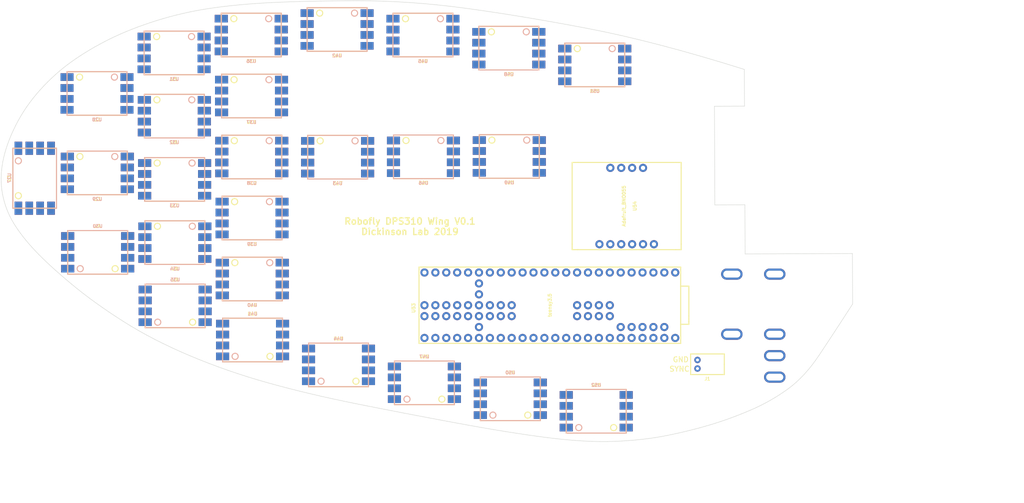
<source format=kicad_pcb>
(kicad_pcb (version 4) (host pcbnew 4.0.7-e2-6376~58~ubuntu16.04.1)

  (general
    (links 372)
    (no_connects 372)
    (area 43.599999 40.199999 283.002579 159.306191)
    (thickness 1.6)
    (drawings 477)
    (tracks 0)
    (zones 0)
    (modules 61)
    (nets 139)
  )

  (page A4)
  (layers
    (0 F.Cu signal)
    (31 B.Cu signal)
    (32 B.Adhes user)
    (33 F.Adhes user)
    (34 B.Paste user)
    (35 F.Paste user)
    (36 B.SilkS user)
    (37 F.SilkS user)
    (38 B.Mask user)
    (39 F.Mask user)
    (40 Dwgs.User user)
    (41 Cmts.User user)
    (42 Eco1.User user)
    (43 Eco2.User user)
    (44 Edge.Cuts user)
    (45 Margin user)
    (46 B.CrtYd user)
    (47 F.CrtYd user)
    (48 B.Fab user)
    (49 F.Fab user)
  )

  (setup
    (last_trace_width 0.25)
    (trace_clearance 0.2)
    (zone_clearance 0.508)
    (zone_45_only no)
    (trace_min 0.2)
    (segment_width 0.2)
    (edge_width 0.15)
    (via_size 0.6)
    (via_drill 0.4)
    (via_min_size 0.4)
    (via_min_drill 0.3)
    (uvia_size 0.3)
    (uvia_drill 0.1)
    (uvias_allowed no)
    (uvia_min_size 0.2)
    (uvia_min_drill 0.1)
    (pcb_text_width 0.3)
    (pcb_text_size 1.5 1.5)
    (mod_edge_width 0.15)
    (mod_text_size 1 1)
    (mod_text_width 0.15)
    (pad_size 1.524 1.524)
    (pad_drill 0.762)
    (pad_to_mask_clearance 0.2)
    (aux_axis_origin 0 0)
    (visible_elements FFFFFF6F)
    (pcbplotparams
      (layerselection 0x010f0_80000001)
      (usegerberextensions false)
      (excludeedgelayer true)
      (linewidth 0.100000)
      (plotframeref false)
      (viasonmask false)
      (mode 1)
      (useauxorigin false)
      (hpglpennumber 1)
      (hpglpenspeed 20)
      (hpglpendiameter 15)
      (hpglpenoverlay 2)
      (psnegative false)
      (psa4output false)
      (plotreference true)
      (plotvalue true)
      (plotinvisibletext false)
      (padsonsilk false)
      (subtractmaskfromsilk false)
      (outputformat 1)
      (mirror false)
      (drillshape 0)
      (scaleselection 1)
      (outputdirectory gerber_v0p1/))
  )

  (net 0 "")
  (net 1 GND)
  (net 2 /SYNC)
  (net 3 "Net-(U1-Pad1)")
  (net 4 /MISO)
  (net 5 /SCK)
  (net 6 /MOSI)
  (net 7 /DPS_CS00)
  (net 8 /3V3)
  (net 9 "Net-(U2-Pad1)")
  (net 10 /DPS_CS01)
  (net 11 "Net-(U3-Pad1)")
  (net 12 /DPS_CS02)
  (net 13 "Net-(U4-Pad1)")
  (net 14 /DPS_CS03)
  (net 15 "Net-(U5-Pad1)")
  (net 16 /DPS_CS04)
  (net 17 "Net-(U6-Pad1)")
  (net 18 /DPS_CS05)
  (net 19 "Net-(U7-Pad1)")
  (net 20 /DPS_CS06)
  (net 21 "Net-(U8-Pad1)")
  (net 22 /DPS_CS07)
  (net 23 "Net-(U9-Pad1)")
  (net 24 /DPS_CS08)
  (net 25 "Net-(U10-Pad1)")
  (net 26 /DPS_CS09)
  (net 27 "Net-(U11-Pad1)")
  (net 28 /DPS_CS10)
  (net 29 "Net-(U12-Pad1)")
  (net 30 /DPS_CS11)
  (net 31 "Net-(U13-Pad1)")
  (net 32 /DPS_CS12)
  (net 33 "Net-(U14-Pad1)")
  (net 34 /DPS_CS13)
  (net 35 "Net-(U15-Pad1)")
  (net 36 /DPS_CS14)
  (net 37 "Net-(U16-Pad1)")
  (net 38 /DPS_CS15)
  (net 39 "Net-(U17-Pad1)")
  (net 40 /DPS_CS16)
  (net 41 "Net-(U18-Pad1)")
  (net 42 /DPS_CS17)
  (net 43 "Net-(U19-Pad1)")
  (net 44 /DPS_CS18)
  (net 45 "Net-(U20-Pad1)")
  (net 46 /DPS_CS19)
  (net 47 "Net-(U21-Pad1)")
  (net 48 /DPS_CS20)
  (net 49 "Net-(U22-Pad1)")
  (net 50 /DPS_CS21)
  (net 51 "Net-(U23-Pad1)")
  (net 52 /DPS_CS22)
  (net 53 "Net-(U24-Pad1)")
  (net 54 /DPS_CS23)
  (net 55 "Net-(U25-Pad1)")
  (net 56 /DPS_CS24)
  (net 57 "Net-(U26-Pad1)")
  (net 58 /DPS_CS25)
  (net 59 "Net-(U27-Pad1)")
  (net 60 /DPS_CS26)
  (net 61 "Net-(U28-Pad1)")
  (net 62 /DPS_CS27)
  (net 63 "Net-(U29-Pad1)")
  (net 64 /DPS_CS28)
  (net 65 "Net-(U30-Pad1)")
  (net 66 /DPS_CS29)
  (net 67 "Net-(U31-Pad1)")
  (net 68 /DPS_CS30)
  (net 69 "Net-(U32-Pad1)")
  (net 70 /DPS_CS31)
  (net 71 "Net-(U33-Pad1)")
  (net 72 /DPS_CS32)
  (net 73 "Net-(U34-Pad1)")
  (net 74 /DPS_CS33)
  (net 75 "Net-(U35-Pad1)")
  (net 76 /DPS_CS34)
  (net 77 "Net-(U36-Pad1)")
  (net 78 /DPS_CS35)
  (net 79 "Net-(U37-Pad1)")
  (net 80 /DPS_CS36)
  (net 81 "Net-(U38-Pad1)")
  (net 82 /DPS_CS37)
  (net 83 "Net-(U39-Pad1)")
  (net 84 /DPS_CS38)
  (net 85 "Net-(U40-Pad1)")
  (net 86 /DPS_CS39)
  (net 87 "Net-(U41-Pad1)")
  (net 88 /DPS_CS40)
  (net 89 "Net-(U42-Pad1)")
  (net 90 /DPS_CS41)
  (net 91 "Net-(U43-Pad1)")
  (net 92 /DPS_CS42)
  (net 93 "Net-(U44-Pad1)")
  (net 94 /DPS_CS43)
  (net 95 "Net-(U45-Pad1)")
  (net 96 /DPS_CS44)
  (net 97 "Net-(U46-Pad1)")
  (net 98 /DPS_CS45)
  (net 99 "Net-(U47-Pad1)")
  (net 100 /DPS_CS46)
  (net 101 "Net-(U48-Pad1)")
  (net 102 /DPS_CS47)
  (net 103 "Net-(U49-Pad1)")
  (net 104 /DPS_CS48)
  (net 105 "Net-(U50-Pad1)")
  (net 106 /DPS_CS49)
  (net 107 "Net-(U51-Pad1)")
  (net 108 /DPS_CS50)
  (net 109 "Net-(U52-Pad1)")
  (net 110 /DPS_CS51)
  (net 111 "Net-(U53-Pad15)")
  (net 112 "Net-(U53-Pad32)")
  (net 113 "Net-(U53-Pad33)")
  (net 114 /SDA)
  (net 115 /SCL)
  (net 116 "Net-(U53-Pad47)")
  (net 117 "Net-(U53-Pad48)")
  (net 118 "Net-(U53-Pad78)")
  (net 119 "Net-(U53-Pad79)")
  (net 120 "Net-(U53-Pad80)")
  (net 121 "Net-(U53-Pad81)")
  (net 122 "Net-(U53-Pad82)")
  (net 123 "Net-(U53-Pad73)")
  (net 124 "Net-(U53-Pad74)")
  (net 125 "Net-(U53-Pad75)")
  (net 126 "Net-(U53-Pad76)")
  (net 127 "Net-(U53-Pad77)")
  (net 128 "Net-(U53-Pad68)")
  (net 129 "Net-(U53-Pad67)")
  (net 130 "Net-(U53-Pad66)")
  (net 131 "Net-(U53-Pad65)")
  (net 132 "Net-(U53-Pad58)")
  (net 133 "Net-(U54-Pad2)")
  (net 134 "Net-(U54-Pad6)")
  (net 135 "Net-(U54-Pad7)")
  (net 136 "Net-(U54-Pad8)")
  (net 137 "Net-(U54-Pad9)")
  (net 138 "Net-(U54-Pad10)")

  (net_class Default "This is the default net class."
    (clearance 0.2)
    (trace_width 0.25)
    (via_dia 0.6)
    (via_drill 0.4)
    (uvia_dia 0.3)
    (uvia_drill 0.1)
    (add_net /3V3)
    (add_net /DPS_CS00)
    (add_net /DPS_CS01)
    (add_net /DPS_CS02)
    (add_net /DPS_CS03)
    (add_net /DPS_CS04)
    (add_net /DPS_CS05)
    (add_net /DPS_CS06)
    (add_net /DPS_CS07)
    (add_net /DPS_CS08)
    (add_net /DPS_CS09)
    (add_net /DPS_CS10)
    (add_net /DPS_CS11)
    (add_net /DPS_CS12)
    (add_net /DPS_CS13)
    (add_net /DPS_CS14)
    (add_net /DPS_CS15)
    (add_net /DPS_CS16)
    (add_net /DPS_CS17)
    (add_net /DPS_CS18)
    (add_net /DPS_CS19)
    (add_net /DPS_CS20)
    (add_net /DPS_CS21)
    (add_net /DPS_CS22)
    (add_net /DPS_CS23)
    (add_net /DPS_CS24)
    (add_net /DPS_CS25)
    (add_net /DPS_CS26)
    (add_net /DPS_CS27)
    (add_net /DPS_CS28)
    (add_net /DPS_CS29)
    (add_net /DPS_CS30)
    (add_net /DPS_CS31)
    (add_net /DPS_CS32)
    (add_net /DPS_CS33)
    (add_net /DPS_CS34)
    (add_net /DPS_CS35)
    (add_net /DPS_CS36)
    (add_net /DPS_CS37)
    (add_net /DPS_CS38)
    (add_net /DPS_CS39)
    (add_net /DPS_CS40)
    (add_net /DPS_CS41)
    (add_net /DPS_CS42)
    (add_net /DPS_CS43)
    (add_net /DPS_CS44)
    (add_net /DPS_CS45)
    (add_net /DPS_CS46)
    (add_net /DPS_CS47)
    (add_net /DPS_CS48)
    (add_net /DPS_CS49)
    (add_net /DPS_CS50)
    (add_net /DPS_CS51)
    (add_net /MISO)
    (add_net /MOSI)
    (add_net /SCK)
    (add_net /SCL)
    (add_net /SDA)
    (add_net /SYNC)
    (add_net GND)
    (add_net "Net-(U1-Pad1)")
    (add_net "Net-(U10-Pad1)")
    (add_net "Net-(U11-Pad1)")
    (add_net "Net-(U12-Pad1)")
    (add_net "Net-(U13-Pad1)")
    (add_net "Net-(U14-Pad1)")
    (add_net "Net-(U15-Pad1)")
    (add_net "Net-(U16-Pad1)")
    (add_net "Net-(U17-Pad1)")
    (add_net "Net-(U18-Pad1)")
    (add_net "Net-(U19-Pad1)")
    (add_net "Net-(U2-Pad1)")
    (add_net "Net-(U20-Pad1)")
    (add_net "Net-(U21-Pad1)")
    (add_net "Net-(U22-Pad1)")
    (add_net "Net-(U23-Pad1)")
    (add_net "Net-(U24-Pad1)")
    (add_net "Net-(U25-Pad1)")
    (add_net "Net-(U26-Pad1)")
    (add_net "Net-(U27-Pad1)")
    (add_net "Net-(U28-Pad1)")
    (add_net "Net-(U29-Pad1)")
    (add_net "Net-(U3-Pad1)")
    (add_net "Net-(U30-Pad1)")
    (add_net "Net-(U31-Pad1)")
    (add_net "Net-(U32-Pad1)")
    (add_net "Net-(U33-Pad1)")
    (add_net "Net-(U34-Pad1)")
    (add_net "Net-(U35-Pad1)")
    (add_net "Net-(U36-Pad1)")
    (add_net "Net-(U37-Pad1)")
    (add_net "Net-(U38-Pad1)")
    (add_net "Net-(U39-Pad1)")
    (add_net "Net-(U4-Pad1)")
    (add_net "Net-(U40-Pad1)")
    (add_net "Net-(U41-Pad1)")
    (add_net "Net-(U42-Pad1)")
    (add_net "Net-(U43-Pad1)")
    (add_net "Net-(U44-Pad1)")
    (add_net "Net-(U45-Pad1)")
    (add_net "Net-(U46-Pad1)")
    (add_net "Net-(U47-Pad1)")
    (add_net "Net-(U48-Pad1)")
    (add_net "Net-(U49-Pad1)")
    (add_net "Net-(U5-Pad1)")
    (add_net "Net-(U50-Pad1)")
    (add_net "Net-(U51-Pad1)")
    (add_net "Net-(U52-Pad1)")
    (add_net "Net-(U53-Pad15)")
    (add_net "Net-(U53-Pad32)")
    (add_net "Net-(U53-Pad33)")
    (add_net "Net-(U53-Pad47)")
    (add_net "Net-(U53-Pad48)")
    (add_net "Net-(U53-Pad58)")
    (add_net "Net-(U53-Pad65)")
    (add_net "Net-(U53-Pad66)")
    (add_net "Net-(U53-Pad67)")
    (add_net "Net-(U53-Pad68)")
    (add_net "Net-(U53-Pad73)")
    (add_net "Net-(U53-Pad74)")
    (add_net "Net-(U53-Pad75)")
    (add_net "Net-(U53-Pad76)")
    (add_net "Net-(U53-Pad77)")
    (add_net "Net-(U53-Pad78)")
    (add_net "Net-(U53-Pad79)")
    (add_net "Net-(U53-Pad80)")
    (add_net "Net-(U53-Pad81)")
    (add_net "Net-(U53-Pad82)")
    (add_net "Net-(U54-Pad10)")
    (add_net "Net-(U54-Pad2)")
    (add_net "Net-(U54-Pad6)")
    (add_net "Net-(U54-Pad7)")
    (add_net "Net-(U54-Pad8)")
    (add_net "Net-(U54-Pad9)")
    (add_net "Net-(U6-Pad1)")
    (add_net "Net-(U7-Pad1)")
    (add_net "Net-(U8-Pad1)")
    (add_net "Net-(U9-Pad1)")
  )

  (module Adafruit_BNO055:Adafruit_BNO055 (layer F.Cu) (tedit 5D16AA57) (tstamp 5D166C70)
    (at 189.5 88.14 90)
    (path /5D150804)
    (fp_text reference U54 (at 0 1.905 90) (layer F.SilkS)
      (effects (font (size 0.762 0.762) (thickness 0.1778)))
    )
    (fp_text value Adafruit_BNO055 (at 0 -0.635 90) (layer F.SilkS)
      (effects (font (size 0.762 0.762) (thickness 0.1778)))
    )
    (fp_line (start -10.16 11.43) (end -10.16 12.7) (layer F.SilkS) (width 0.254))
    (fp_line (start -10.16 12.7) (end -8.89 12.7) (layer F.SilkS) (width 0.254))
    (fp_line (start 8.89 12.7) (end 10.16 12.7) (layer F.SilkS) (width 0.254))
    (fp_line (start 10.16 12.7) (end 10.16 11.43) (layer F.SilkS) (width 0.254))
    (fp_line (start 8.89 -12.7) (end 10.16 -12.7) (layer F.SilkS) (width 0.254))
    (fp_line (start 10.16 -12.7) (end 10.16 -11.43) (layer F.SilkS) (width 0.254))
    (fp_line (start -10.16 -11.43) (end -10.16 -12.7) (layer F.SilkS) (width 0.254))
    (fp_line (start -10.16 -12.7) (end -8.89 -12.7) (layer F.SilkS) (width 0.254))
    (fp_line (start -10.16 11.43) (end -10.16 -11.43) (layer F.SilkS) (width 0.254))
    (fp_line (start 8.89 12.7) (end -8.89 12.7) (layer F.SilkS) (width 0.254))
    (fp_line (start 10.16 -11.43) (end 10.16 11.43) (layer F.SilkS) (width 0.254))
    (fp_line (start -8.89 -12.7) (end 8.89 -12.7) (layer F.SilkS) (width 0.254))
    (pad 1 thru_hole circle (at -8.89 -6.35 90) (size 1.905 1.905) (drill 0.9906) (layers *.Cu *.Mask)
      (net 8 /3V3))
    (pad 2 thru_hole circle (at -8.89 -3.81 90) (size 1.905 1.905) (drill 0.9906) (layers *.Cu *.Mask)
      (net 133 "Net-(U54-Pad2)"))
    (pad 3 thru_hole circle (at -8.89 -1.27 90) (size 1.905 1.905) (drill 0.9906) (layers *.Cu *.Mask)
      (net 1 GND))
    (pad 4 thru_hole circle (at -8.89 1.27 90) (size 1.905 1.905) (drill 0.9906) (layers *.Cu *.Mask)
      (net 114 /SDA))
    (pad 5 thru_hole circle (at -8.89 3.81 90) (size 1.905 1.905) (drill 0.9906) (layers *.Cu *.Mask)
      (net 115 /SCL))
    (pad 6 thru_hole circle (at -8.89 6.35 90) (size 1.905 1.905) (drill 0.9906) (layers *.Cu *.Mask)
      (net 134 "Net-(U54-Pad6)"))
    (pad 7 thru_hole circle (at 8.89 3.81 90) (size 1.905 1.905) (drill 0.9906) (layers *.Cu *.Mask)
      (net 135 "Net-(U54-Pad7)"))
    (pad 8 thru_hole circle (at 8.89 1.27 90) (size 1.905 1.905) (drill 0.9906) (layers *.Cu *.Mask)
      (net 136 "Net-(U54-Pad8)"))
    (pad 9 thru_hole circle (at 8.89 -1.27 90) (size 1.905 1.905) (drill 0.9906) (layers *.Cu *.Mask)
      (net 137 "Net-(U54-Pad9)"))
    (pad 10 thru_hole circle (at 8.89 -3.81 90) (size 1.905 1.905) (drill 0.9906) (layers *.Cu *.Mask)
      (net 138 "Net-(U54-Pad10)"))
  )

  (module JST_PH_2PIN:JST_PH_2PIN (layer F.Cu) (tedit 5D16AA84) (tstamp 5D16699C)
    (at 206 125 270)
    (path /5D15687B)
    (fp_text reference J1 (at 3.4 -2.3 360) (layer F.SilkS)
      (effects (font (size 0.762 0.762) (thickness 0.1778)))
    )
    (fp_text value pin_array_2x1 (at 0 -7 270) (layer F.Fab) hide
      (effects (font (size 0.762 0.762) (thickness 0.1778)))
    )
    (fp_line (start 2.4 0) (end 2.4 1.6) (layer F.SilkS) (width 0.254))
    (fp_line (start 2.4 1.6) (end -2.4 1.6) (layer F.SilkS) (width 0.254))
    (fp_line (start -2.4 1.6) (end -2.4 0) (layer F.SilkS) (width 0.254))
    (fp_line (start -2.4 0) (end -2.4 -6.25) (layer F.SilkS) (width 0.254))
    (fp_line (start -2.4 -6.25) (end 0 -6.25) (layer F.SilkS) (width 0.254))
    (fp_line (start 0 -6.25) (end 2.4 -6.25) (layer F.SilkS) (width 0.254))
    (fp_line (start 2.4 -6.25) (end 2.4 0) (layer F.SilkS) (width 0.254))
    (pad 1 thru_hole circle (at -1 0 270) (size 1.5 1.5) (drill 0.7) (layers *.Cu *.Mask)
      (net 1 GND))
    (pad 2 thru_hole circle (at 1 0 270) (size 1.5 1.5) (drill 0.7) (layers *.Cu *.Mask)
      (net 2 /SYNC))
  )

  (module teensy35:teensy3.5 (layer F.Cu) (tedit 5D16AA4D) (tstamp 5D166C62)
    (at 171.6 111.25 270)
    (path /5D141C65)
    (fp_text reference U53 (at 0.635 31.75 270) (layer F.SilkS)
      (effects (font (size 0.762 0.762) (thickness 0.1778)))
    )
    (fp_text value teensy3.5 (at 0 0 270) (layer F.SilkS)
      (effects (font (size 0.762 0.762) (thickness 0.1778)))
    )
    (fp_line (start 3.81 -32.385) (end 4.445 -32.385) (layer F.SilkS) (width 0.254))
    (fp_line (start 4.445 -32.385) (end 4.445 -30.48) (layer F.SilkS) (width 0.254))
    (fp_line (start 3.175 -32.385) (end 3.81 -32.385) (layer F.SilkS) (width 0.254))
    (fp_line (start 2.54 -32.385) (end 3.175 -32.385) (layer F.SilkS) (width 0.254))
    (fp_line (start -4.445 -30.48) (end -4.445 -32.385) (layer F.SilkS) (width 0.254))
    (fp_line (start -4.445 -32.385) (end 2.54 -32.385) (layer F.SilkS) (width 0.254))
    (fp_line (start -8.89 -30.48) (end 8.89 -30.48) (layer F.SilkS) (width 0.254))
    (fp_line (start 8.89 -30.48) (end 8.89 30.48) (layer F.SilkS) (width 0.254))
    (fp_line (start 8.89 30.48) (end -8.89 30.48) (layer F.SilkS) (width 0.254))
    (fp_line (start -8.89 30.48) (end -8.89 -30.48) (layer F.SilkS) (width 0.254))
    (pad 1 thru_hole circle (at -7.62 -29.21 270) (size 1.905 1.905) (drill 0.9906) (layers *.Cu *.Mask)
      (net 1 GND))
    (pad 2 thru_hole circle (at -7.62 -26.67 270) (size 1.905 1.905) (drill 0.9906) (layers *.Cu *.Mask)
      (net 7 /DPS_CS00))
    (pad 3 thru_hole circle (at -7.62 -24.13 270) (size 1.905 1.905) (drill 0.9906) (layers *.Cu *.Mask)
      (net 10 /DPS_CS01))
    (pad 4 thru_hole circle (at -7.62 -21.59 270) (size 1.905 1.905) (drill 0.9906) (layers *.Cu *.Mask)
      (net 12 /DPS_CS02))
    (pad 5 thru_hole circle (at -7.62 -19.05 270) (size 1.905 1.905) (drill 0.9906) (layers *.Cu *.Mask)
      (net 14 /DPS_CS03))
    (pad 6 thru_hole circle (at -7.62 -16.51 270) (size 1.905 1.905) (drill 0.9906) (layers *.Cu *.Mask)
      (net 16 /DPS_CS04))
    (pad 7 thru_hole circle (at -7.62 -13.97 270) (size 1.905 1.905) (drill 0.9906) (layers *.Cu *.Mask)
      (net 18 /DPS_CS05))
    (pad 8 thru_hole circle (at -7.62 -11.43 270) (size 1.905 1.905) (drill 0.9906) (layers *.Cu *.Mask)
      (net 20 /DPS_CS06))
    (pad 9 thru_hole circle (at -7.62 -8.89 270) (size 1.905 1.905) (drill 0.9906) (layers *.Cu *.Mask)
      (net 22 /DPS_CS07))
    (pad 10 thru_hole circle (at -7.62 -6.35 270) (size 1.905 1.905) (drill 0.9906) (layers *.Cu *.Mask)
      (net 24 /DPS_CS08))
    (pad 11 thru_hole circle (at -7.62 -3.81 270) (size 1.905 1.905) (drill 0.9906) (layers *.Cu *.Mask)
      (net 26 /DPS_CS09))
    (pad 12 thru_hole circle (at -7.62 -1.27 270) (size 1.905 1.905) (drill 0.9906) (layers *.Cu *.Mask)
      (net 28 /DPS_CS10))
    (pad 13 thru_hole circle (at -7.62 1.27 270) (size 1.905 1.905) (drill 0.9906) (layers *.Cu *.Mask)
      (net 6 /MOSI))
    (pad 14 thru_hole circle (at -7.62 3.81 270) (size 1.905 1.905) (drill 0.9906) (layers *.Cu *.Mask)
      (net 4 /MISO))
    (pad 15 thru_hole circle (at -7.62 6.35 270) (size 1.905 1.905) (drill 0.9906) (layers *.Cu *.Mask)
      (net 111 "Net-(U53-Pad15)"))
    (pad 16 thru_hole circle (at -7.62 8.89 270) (size 1.905 1.905) (drill 0.9906) (layers *.Cu *.Mask)
      (net 46 /DPS_CS19))
    (pad 17 thru_hole circle (at -7.62 11.43 270) (size 1.905 1.905) (drill 0.9906) (layers *.Cu *.Mask)
      (net 48 /DPS_CS20))
    (pad 18 thru_hole circle (at -7.62 13.97 270) (size 1.905 1.905) (drill 0.9906) (layers *.Cu *.Mask)
      (net 50 /DPS_CS21))
    (pad 19 thru_hole circle (at -7.62 16.51 270) (size 1.905 1.905) (drill 0.9906) (layers *.Cu *.Mask)
      (net 52 /DPS_CS22))
    (pad 20 thru_hole circle (at -7.62 19.05 270) (size 1.905 1.905) (drill 0.9906) (layers *.Cu *.Mask)
      (net 54 /DPS_CS23))
    (pad 21 thru_hole circle (at -7.62 21.59 270) (size 1.905 1.905) (drill 0.9906) (layers *.Cu *.Mask)
      (net 56 /DPS_CS24))
    (pad 22 thru_hole circle (at -7.62 24.13 270) (size 1.905 1.905) (drill 0.9906) (layers *.Cu *.Mask)
      (net 58 /DPS_CS25))
    (pad 23 thru_hole circle (at -7.62 26.67 270) (size 1.905 1.905) (drill 0.9906) (layers *.Cu *.Mask)
      (net 60 /DPS_CS26))
    (pad 24 thru_hole circle (at -7.62 29.21 270) (size 1.905 1.905) (drill 0.9906) (layers *.Cu *.Mask)
      (net 62 /DPS_CS27))
    (pad 25 thru_hole circle (at 7.62 29.21 270) (size 1.905 1.905) (drill 0.9906) (layers *.Cu *.Mask)
      (net 64 /DPS_CS28))
    (pad 26 thru_hole circle (at 7.62 26.67 270) (size 1.905 1.905) (drill 0.9906) (layers *.Cu *.Mask)
      (net 66 /DPS_CS29))
    (pad 27 thru_hole circle (at 7.62 24.13 270) (size 1.905 1.905) (drill 0.9906) (layers *.Cu *.Mask)
      (net 68 /DPS_CS30))
    (pad 28 thru_hole circle (at 7.62 21.59 270) (size 1.905 1.905) (drill 0.9906) (layers *.Cu *.Mask)
      (net 70 /DPS_CS31))
    (pad 29 thru_hole circle (at 7.62 19.05 270) (size 1.905 1.905) (drill 0.9906) (layers *.Cu *.Mask)
      (net 72 /DPS_CS32))
    (pad 30 thru_hole circle (at 7.62 16.51 270) (size 1.905 1.905) (drill 0.9906) (layers *.Cu *.Mask)
      (net 74 /DPS_CS33))
    (pad 31 thru_hole circle (at 7.62 13.97 270) (size 1.905 1.905) (drill 0.9906) (layers *.Cu *.Mask)
      (net 76 /DPS_CS34))
    (pad 32 thru_hole circle (at 7.62 11.43 270) (size 1.905 1.905) (drill 0.9906) (layers *.Cu *.Mask)
      (net 112 "Net-(U53-Pad32)"))
    (pad 33 thru_hole circle (at 7.62 8.89 270) (size 1.905 1.905) (drill 0.9906) (layers *.Cu *.Mask)
      (net 113 "Net-(U53-Pad33)"))
    (pad 34 thru_hole circle (at 7.62 6.35 270) (size 1.905 1.905) (drill 0.9906) (layers *.Cu *.Mask)
      (net 1 GND))
    (pad 35 thru_hole circle (at 7.62 3.81 270) (size 1.905 1.905) (drill 0.9906) (layers *.Cu *.Mask)
      (net 5 /SCK))
    (pad 36 thru_hole circle (at 7.62 1.27 270) (size 1.905 1.905) (drill 0.9906) (layers *.Cu *.Mask)
      (net 30 /DPS_CS11))
    (pad 37 thru_hole circle (at 7.62 -1.27 270) (size 1.905 1.905) (drill 0.9906) (layers *.Cu *.Mask)
      (net 32 /DPS_CS12))
    (pad 38 thru_hole circle (at 7.62 -3.81 270) (size 1.905 1.905) (drill 0.9906) (layers *.Cu *.Mask)
      (net 34 /DPS_CS13))
    (pad 39 thru_hole circle (at 7.62 -6.35 270) (size 1.905 1.905) (drill 0.9906) (layers *.Cu *.Mask)
      (net 36 /DPS_CS14))
    (pad 40 thru_hole circle (at 7.62 -8.89 270) (size 1.905 1.905) (drill 0.9906) (layers *.Cu *.Mask)
      (net 114 /SDA))
    (pad 41 thru_hole circle (at 7.62 -11.43 270) (size 1.905 1.905) (drill 0.9906) (layers *.Cu *.Mask)
      (net 115 /SCL))
    (pad 42 thru_hole circle (at 7.62 -13.97 270) (size 1.905 1.905) (drill 0.9906) (layers *.Cu *.Mask)
      (net 38 /DPS_CS15))
    (pad 43 thru_hole circle (at 7.62 -16.51 270) (size 1.905 1.905) (drill 0.9906) (layers *.Cu *.Mask)
      (net 40 /DPS_CS16))
    (pad 44 thru_hole circle (at 7.62 -19.05 270) (size 1.905 1.905) (drill 0.9906) (layers *.Cu *.Mask)
      (net 42 /DPS_CS17))
    (pad 45 thru_hole circle (at 7.62 -21.59 270) (size 1.905 1.905) (drill 0.9906) (layers *.Cu *.Mask)
      (net 44 /DPS_CS18))
    (pad 46 thru_hole circle (at 7.62 -24.13 270) (size 1.905 1.905) (drill 0.9906) (layers *.Cu *.Mask)
      (net 8 /3V3))
    (pad 47 thru_hole circle (at 7.62 -26.67 270) (size 1.905 1.905) (drill 0.9906) (layers *.Cu *.Mask)
      (net 116 "Net-(U53-Pad47)"))
    (pad 48 thru_hole circle (at 7.62 -29.21 270) (size 1.905 1.905) (drill 0.9906) (layers *.Cu *.Mask)
      (net 117 "Net-(U53-Pad48)"))
    (pad 78 thru_hole circle (at 5.08 -26.67 270) (size 1.905 1.905) (drill 0.9906) (layers *.Cu *.Mask)
      (net 118 "Net-(U53-Pad78)"))
    (pad 79 thru_hole circle (at 5.08 -24.13 270) (size 1.905 1.905) (drill 0.9906) (layers *.Cu *.Mask)
      (net 119 "Net-(U53-Pad79)"))
    (pad 80 thru_hole circle (at 5.08 -21.59 270) (size 1.905 1.905) (drill 0.9906) (layers *.Cu *.Mask)
      (net 120 "Net-(U53-Pad80)"))
    (pad 81 thru_hole circle (at 5.08 -19.05 270) (size 1.905 1.905) (drill 0.9906) (layers *.Cu *.Mask)
      (net 121 "Net-(U53-Pad81)"))
    (pad 82 thru_hole circle (at 5.08 -16.51 270) (size 1.905 1.905) (drill 0.9906) (layers *.Cu *.Mask)
      (net 122 "Net-(U53-Pad82)"))
    (pad 73 thru_hole circle (at -5.08 16.51 270) (size 1.905 1.905) (drill 0.9906) (layers *.Cu *.Mask)
      (net 123 "Net-(U53-Pad73)"))
    (pad 74 thru_hole circle (at -2.54 16.51 270) (size 1.905 1.905) (drill 0.9906) (layers *.Cu *.Mask)
      (net 124 "Net-(U53-Pad74)"))
    (pad 75 thru_hole circle (at 0 16.51 270) (size 1.905 1.905) (drill 0.9906) (layers *.Cu *.Mask)
      (net 125 "Net-(U53-Pad75)"))
    (pad 76 thru_hole circle (at 2.54 16.51 270) (size 1.905 1.905) (drill 0.9906) (layers *.Cu *.Mask)
      (net 126 "Net-(U53-Pad76)"))
    (pad 77 thru_hole circle (at 5.08 16.51 270) (size 1.905 1.905) (drill 0.9906) (layers *.Cu *.Mask)
      (net 127 "Net-(U53-Pad77)"))
    (pad 69 thru_hole circle (at 2.54 -13.97 270) (size 1.905 1.905) (drill 0.9906) (layers *.Cu *.Mask)
      (net 104 /DPS_CS48))
    (pad 68 thru_hole circle (at 0 -13.97 270) (size 1.905 1.905) (drill 0.9906) (layers *.Cu *.Mask)
      (net 128 "Net-(U53-Pad68)"))
    (pad 70 thru_hole circle (at 2.54 -11.43 270) (size 1.905 1.905) (drill 0.9906) (layers *.Cu *.Mask)
      (net 106 /DPS_CS49))
    (pad 67 thru_hole circle (at 0 -11.43 270) (size 1.905 1.905) (drill 0.9906) (layers *.Cu *.Mask)
      (net 129 "Net-(U53-Pad67)"))
    (pad 71 thru_hole circle (at 2.54 -8.89 270) (size 1.905 1.905) (drill 0.9906) (layers *.Cu *.Mask)
      (net 108 /DPS_CS50))
    (pad 66 thru_hole circle (at 0 -8.89 270) (size 1.905 1.905) (drill 0.9906) (layers *.Cu *.Mask)
      (net 130 "Net-(U53-Pad66)"))
    (pad 72 thru_hole circle (at 2.54 -6.35 270) (size 1.905 1.905) (drill 0.9906) (layers *.Cu *.Mask)
      (net 110 /DPS_CS51))
    (pad 65 thru_hole circle (at 0 -6.35 270) (size 1.905 1.905) (drill 0.9906) (layers *.Cu *.Mask)
      (net 131 "Net-(U53-Pad65)"))
    (pad 64 thru_hole circle (at 2.54 13.97 270) (size 1.905 1.905) (drill 0.9906) (layers *.Cu *.Mask)
      (net 102 /DPS_CS47))
    (pad 59 thru_hole circle (at 0 13.97 270) (size 1.905 1.905) (drill 0.9906) (layers *.Cu *.Mask)
      (net 92 /DPS_CS42))
    (pad 63 thru_hole circle (at 2.54 11.43 270) (size 1.905 1.905) (drill 0.9906) (layers *.Cu *.Mask)
      (net 100 /DPS_CS46))
    (pad 60 thru_hole circle (at 0 11.43 270) (size 1.905 1.905) (drill 0.9906) (layers *.Cu *.Mask)
      (net 94 /DPS_CS43))
    (pad 62 thru_hole circle (at 2.54 8.89 270) (size 1.905 1.905) (drill 0.9906) (layers *.Cu *.Mask)
      (net 98 /DPS_CS45))
    (pad 61 thru_hole circle (at 0 8.89 270) (size 1.905 1.905) (drill 0.9906) (layers *.Cu *.Mask)
      (net 96 /DPS_CS44))
    (pad 53 thru_hole circle (at 0 19.05 270) (size 1.905 1.905) (drill 0.9906) (layers *.Cu *.Mask)
      (net 84 /DPS_CS38))
    (pad 54 thru_hole circle (at 2.54 19.05 270) (size 1.905 1.905) (drill 0.9906) (layers *.Cu *.Mask)
      (net 86 /DPS_CS39))
    (pad 52 thru_hole circle (at 0 21.59 270) (size 1.905 1.905) (drill 0.9906) (layers *.Cu *.Mask)
      (net 82 /DPS_CS37))
    (pad 55 thru_hole circle (at 2.54 21.59 270) (size 1.905 1.905) (drill 0.9906) (layers *.Cu *.Mask)
      (net 88 /DPS_CS40))
    (pad 51 thru_hole circle (at 0 24.13 270) (size 1.905 1.905) (drill 0.9906) (layers *.Cu *.Mask)
      (net 80 /DPS_CS36))
    (pad 56 thru_hole circle (at 2.54 24.13 270) (size 1.905 1.905) (drill 0.9906) (layers *.Cu *.Mask)
      (net 90 /DPS_CS41))
    (pad 50 thru_hole circle (at 0 26.67 270) (size 1.905 1.905) (drill 0.9906) (layers *.Cu *.Mask)
      (net 78 /DPS_CS35))
    (pad 57 thru_hole circle (at 2.54 26.67 270) (size 1.905 1.905) (drill 0.9906) (layers *.Cu *.Mask)
      (net 2 /SYNC))
    (pad 49 thru_hole circle (at 0 29.21 270) (size 1.905 1.905) (drill 0.9906) (layers *.Cu *.Mask)
      (net 1 GND))
    (pad 58 thru_hole circle (at 2.54 29.21 270) (size 1.905 1.905) (drill 0.9906) (layers *.Cu *.Mask)
      (net 132 "Net-(U53-Pad58)"))
  )

  (module cable_tie_hole:cable_tie_hole (layer F.Cu) (tedit 5D169D48) (tstamp 5D169C1C)
    (at 214 104)
    (fp_text reference H1 (at 0 2.794) (layer F.SilkS) hide
      (effects (font (size 0.762 0.762) (thickness 0.1778)))
    )
    (fp_text value cable_tie_hole (at 0 -2.794) (layer F.Fab) hide
      (effects (font (size 0.762 0.762) (thickness 0.1778)))
    )
    (pad "" thru_hole oval (at 0 0) (size 5 2.6) (drill oval 4 1.6) (layers *.Cu *.Mask))
  )

  (module cable_tie_hole:cable_tie_hole (layer F.Cu) (tedit 5D169D6B) (tstamp 5D169C25)
    (at 214 118)
    (fp_text reference H3 (at 0 2.794) (layer F.SilkS) hide
      (effects (font (size 0.762 0.762) (thickness 0.1778)))
    )
    (fp_text value cable_tie_hole (at 0 -2.794) (layer F.Fab) hide
      (effects (font (size 0.762 0.762) (thickness 0.1778)))
    )
    (pad "" thru_hole oval (at 0 0) (size 5 2.6) (drill oval 4 1.6) (layers *.Cu *.Mask))
  )

  (module cable_tie_hole:cable_tie_hole (layer F.Cu) (tedit 5D169FB0) (tstamp 5D169D0C)
    (at 224 104)
    (fp_text reference H2 (at 0 2.794) (layer F.SilkS) hide
      (effects (font (size 0.762 0.762) (thickness 0.1778)))
    )
    (fp_text value cable_tie_hole (at 0 -2.794) (layer F.Fab) hide
      (effects (font (size 0.762 0.762) (thickness 0.1778)))
    )
    (pad "" thru_hole oval (at 0 0) (size 5 2.6) (drill oval 4 1.6) (layers *.Cu *.Mask))
  )

  (module cable_tie_hole:cable_tie_hole (layer F.Cu) (tedit 5D169F9C) (tstamp 5D169D15)
    (at 224 118)
    (fp_text reference H4 (at 0 2.794) (layer F.SilkS) hide
      (effects (font (size 0.762 0.762) (thickness 0.1778)))
    )
    (fp_text value cable_tie_hole (at 0 -2.794) (layer F.Fab) hide
      (effects (font (size 0.762 0.762) (thickness 0.1778)))
    )
    (pad "" thru_hole oval (at 0 0) (size 5 2.6) (drill oval 4 1.6) (layers *.Cu *.Mask))
  )

  (module cable_tie_hole:cable_tie_hole (layer F.Cu) (tedit 5D169DC3) (tstamp 5D169D1E)
    (at 224 128)
    (fp_text reference H6 (at 0 2.794) (layer F.SilkS) hide
      (effects (font (size 0.762 0.762) (thickness 0.1778)))
    )
    (fp_text value cable_tie_hole (at 0 -2.794) (layer F.Fab) hide
      (effects (font (size 0.762 0.762) (thickness 0.1778)))
    )
    (pad "" thru_hole oval (at 0 0) (size 5 2.6) (drill oval 4 1.6) (layers *.Cu *.Mask))
  )

  (module cable_tie_hole:cable_tie_hole (layer F.Cu) (tedit 5D169DBB) (tstamp 5D169D8D)
    (at 224 123)
    (fp_text reference H5 (at 0 2.794) (layer F.SilkS) hide
      (effects (font (size 0.762 0.762) (thickness 0.1778)))
    )
    (fp_text value cable_tie_hole (at 0 -2.794) (layer F.Fab) hide
      (effects (font (size 0.762 0.762) (thickness 0.1778)))
    )
    (pad "" thru_hole oval (at 0 0) (size 5 2.6) (drill oval 4 1.6) (layers *.Cu *.Mask))
  )

  (module dps310_dev:DPS310_DEV (layer B.Cu) (tedit 5D169E4F) (tstamp 5D166C0C)
    (at 182.404 135.951)
    (path /5D14F09E)
    (fp_text reference U52 (at 0 -6.096) (layer B.SilkS)
      (effects (font (size 0.762 0.762) (thickness 0.1778)) (justify mirror))
    )
    (fp_text value DPS310_DEV (at 0 5.715) (layer B.Fab) hide
      (effects (font (size 0.762 0.762) (thickness 0.1778)) (justify mirror))
    )
    (fp_circle (center -4.064 3.81) (end -3.556 3.302) (layer B.SilkS) (width 0.254))
    (fp_line (start -6.985 5.08) (end -6.985 -5.08) (layer B.SilkS) (width 0.254))
    (fp_line (start -6.985 -5.08) (end 6.985 -5.08) (layer B.SilkS) (width 0.254))
    (fp_line (start 6.985 -5.08) (end 6.985 5.08) (layer B.SilkS) (width 0.254))
    (fp_line (start 6.985 5.08) (end -6.985 5.08) (layer B.SilkS) (width 0.254))
    (pad 1 smd rect (at -6.985 3.81) (size 3.048 1.778) (layers B.Cu B.Paste B.Mask)
      (net 109 "Net-(U52-Pad1)"))
    (pad 2 smd rect (at -6.985 1.27) (size 3.048 1.778) (layers B.Cu B.Paste B.Mask)
      (net 4 /MISO))
    (pad 3 smd rect (at -6.985 -1.27) (size 3.048 1.778) (layers B.Cu B.Paste B.Mask)
      (net 5 /SCK))
    (pad 4 smd rect (at -6.985 -3.81) (size 3.048 1.778) (layers B.Cu B.Paste B.Mask)
      (net 6 /MOSI))
    (pad 5 smd rect (at 6.985 -3.81) (size 3.048 1.778) (layers B.Cu B.Paste B.Mask)
      (net 1 GND))
    (pad 6 smd rect (at 6.985 -1.27) (size 3.048 1.778) (layers B.Cu B.Paste B.Mask)
      (net 110 /DPS_CS51))
    (pad 7 smd rect (at 6.985 1.27) (size 3.048 1.778) (layers B.Cu B.Paste B.Mask)
      (net 8 /3V3))
    (pad 8 smd rect (at 6.985 3.81) (size 3.048 1.778) (layers B.Cu B.Paste B.Mask)
      (net 8 /3V3))
  )

  (module dps310_dev:DPS310_DEV (layer B.Cu) (tedit 5D169E4F) (tstamp 5D166C00)
    (at 182.065 55.2606 180)
    (path /5D14F083)
    (fp_text reference U51 (at 0 -6.096 180) (layer B.SilkS)
      (effects (font (size 0.762 0.762) (thickness 0.1778)) (justify mirror))
    )
    (fp_text value DPS310_DEV (at 0 5.715 180) (layer B.Fab) hide
      (effects (font (size 0.762 0.762) (thickness 0.1778)) (justify mirror))
    )
    (fp_circle (center -4.064 3.81) (end -3.556 3.302) (layer B.SilkS) (width 0.254))
    (fp_line (start -6.985 5.08) (end -6.985 -5.08) (layer B.SilkS) (width 0.254))
    (fp_line (start -6.985 -5.08) (end 6.985 -5.08) (layer B.SilkS) (width 0.254))
    (fp_line (start 6.985 -5.08) (end 6.985 5.08) (layer B.SilkS) (width 0.254))
    (fp_line (start 6.985 5.08) (end -6.985 5.08) (layer B.SilkS) (width 0.254))
    (pad 1 smd rect (at -6.985 3.81 180) (size 3.048 1.778) (layers B.Cu B.Paste B.Mask)
      (net 107 "Net-(U51-Pad1)"))
    (pad 2 smd rect (at -6.985 1.27 180) (size 3.048 1.778) (layers B.Cu B.Paste B.Mask)
      (net 4 /MISO))
    (pad 3 smd rect (at -6.985 -1.27 180) (size 3.048 1.778) (layers B.Cu B.Paste B.Mask)
      (net 5 /SCK))
    (pad 4 smd rect (at -6.985 -3.81 180) (size 3.048 1.778) (layers B.Cu B.Paste B.Mask)
      (net 6 /MOSI))
    (pad 5 smd rect (at 6.985 -3.81 180) (size 3.048 1.778) (layers B.Cu B.Paste B.Mask)
      (net 1 GND))
    (pad 6 smd rect (at 6.985 -1.27 180) (size 3.048 1.778) (layers B.Cu B.Paste B.Mask)
      (net 108 /DPS_CS50))
    (pad 7 smd rect (at 6.985 1.27 180) (size 3.048 1.778) (layers B.Cu B.Paste B.Mask)
      (net 8 /3V3))
    (pad 8 smd rect (at 6.985 3.81 180) (size 3.048 1.778) (layers B.Cu B.Paste B.Mask)
      (net 8 /3V3))
  )

  (module dps310_dev:DPS310_DEV (layer B.Cu) (tedit 5D169E4F) (tstamp 5D166BF4)
    (at 162.392 133.045)
    (path /5D14553F)
    (fp_text reference U50 (at 0 -6.096) (layer B.SilkS)
      (effects (font (size 0.762 0.762) (thickness 0.1778)) (justify mirror))
    )
    (fp_text value DPS310_DEV (at 0 5.715) (layer B.Fab) hide
      (effects (font (size 0.762 0.762) (thickness 0.1778)) (justify mirror))
    )
    (fp_circle (center -4.064 3.81) (end -3.556 3.302) (layer B.SilkS) (width 0.254))
    (fp_line (start -6.985 5.08) (end -6.985 -5.08) (layer B.SilkS) (width 0.254))
    (fp_line (start -6.985 -5.08) (end 6.985 -5.08) (layer B.SilkS) (width 0.254))
    (fp_line (start 6.985 -5.08) (end 6.985 5.08) (layer B.SilkS) (width 0.254))
    (fp_line (start 6.985 5.08) (end -6.985 5.08) (layer B.SilkS) (width 0.254))
    (pad 1 smd rect (at -6.985 3.81) (size 3.048 1.778) (layers B.Cu B.Paste B.Mask)
      (net 105 "Net-(U50-Pad1)"))
    (pad 2 smd rect (at -6.985 1.27) (size 3.048 1.778) (layers B.Cu B.Paste B.Mask)
      (net 4 /MISO))
    (pad 3 smd rect (at -6.985 -1.27) (size 3.048 1.778) (layers B.Cu B.Paste B.Mask)
      (net 5 /SCK))
    (pad 4 smd rect (at -6.985 -3.81) (size 3.048 1.778) (layers B.Cu B.Paste B.Mask)
      (net 6 /MOSI))
    (pad 5 smd rect (at 6.985 -3.81) (size 3.048 1.778) (layers B.Cu B.Paste B.Mask)
      (net 1 GND))
    (pad 6 smd rect (at 6.985 -1.27) (size 3.048 1.778) (layers B.Cu B.Paste B.Mask)
      (net 106 /DPS_CS49))
    (pad 7 smd rect (at 6.985 1.27) (size 3.048 1.778) (layers B.Cu B.Paste B.Mask)
      (net 8 /3V3))
    (pad 8 smd rect (at 6.985 3.81) (size 3.048 1.778) (layers B.Cu B.Paste B.Mask)
      (net 8 /3V3))
  )

  (module dps310_dev:DPS310_DEV (layer B.Cu) (tedit 5D169E4F) (tstamp 5D166BE8)
    (at 162.154 76.5864 180)
    (path /5D145524)
    (fp_text reference U49 (at 0 -6.096 180) (layer B.SilkS)
      (effects (font (size 0.762 0.762) (thickness 0.1778)) (justify mirror))
    )
    (fp_text value DPS310_DEV (at 0 5.715 180) (layer B.Fab) hide
      (effects (font (size 0.762 0.762) (thickness 0.1778)) (justify mirror))
    )
    (fp_circle (center -4.064 3.81) (end -3.556 3.302) (layer B.SilkS) (width 0.254))
    (fp_line (start -6.985 5.08) (end -6.985 -5.08) (layer B.SilkS) (width 0.254))
    (fp_line (start -6.985 -5.08) (end 6.985 -5.08) (layer B.SilkS) (width 0.254))
    (fp_line (start 6.985 -5.08) (end 6.985 5.08) (layer B.SilkS) (width 0.254))
    (fp_line (start 6.985 5.08) (end -6.985 5.08) (layer B.SilkS) (width 0.254))
    (pad 1 smd rect (at -6.985 3.81 180) (size 3.048 1.778) (layers B.Cu B.Paste B.Mask)
      (net 103 "Net-(U49-Pad1)"))
    (pad 2 smd rect (at -6.985 1.27 180) (size 3.048 1.778) (layers B.Cu B.Paste B.Mask)
      (net 4 /MISO))
    (pad 3 smd rect (at -6.985 -1.27 180) (size 3.048 1.778) (layers B.Cu B.Paste B.Mask)
      (net 5 /SCK))
    (pad 4 smd rect (at -6.985 -3.81 180) (size 3.048 1.778) (layers B.Cu B.Paste B.Mask)
      (net 6 /MOSI))
    (pad 5 smd rect (at 6.985 -3.81 180) (size 3.048 1.778) (layers B.Cu B.Paste B.Mask)
      (net 1 GND))
    (pad 6 smd rect (at 6.985 -1.27 180) (size 3.048 1.778) (layers B.Cu B.Paste B.Mask)
      (net 104 /DPS_CS48))
    (pad 7 smd rect (at 6.985 1.27 180) (size 3.048 1.778) (layers B.Cu B.Paste B.Mask)
      (net 8 /3V3))
    (pad 8 smd rect (at 6.985 3.81 180) (size 3.048 1.778) (layers B.Cu B.Paste B.Mask)
      (net 8 /3V3))
  )

  (module dps310_dev:DPS310_DEV (layer B.Cu) (tedit 5D169E4F) (tstamp 5D166BDC)
    (at 162.048 51.354 180)
    (path /5D145509)
    (fp_text reference U48 (at 0 -6.096 180) (layer B.SilkS)
      (effects (font (size 0.762 0.762) (thickness 0.1778)) (justify mirror))
    )
    (fp_text value DPS310_DEV (at 0 5.715 180) (layer B.Fab) hide
      (effects (font (size 0.762 0.762) (thickness 0.1778)) (justify mirror))
    )
    (fp_circle (center -4.064 3.81) (end -3.556 3.302) (layer B.SilkS) (width 0.254))
    (fp_line (start -6.985 5.08) (end -6.985 -5.08) (layer B.SilkS) (width 0.254))
    (fp_line (start -6.985 -5.08) (end 6.985 -5.08) (layer B.SilkS) (width 0.254))
    (fp_line (start 6.985 -5.08) (end 6.985 5.08) (layer B.SilkS) (width 0.254))
    (fp_line (start 6.985 5.08) (end -6.985 5.08) (layer B.SilkS) (width 0.254))
    (pad 1 smd rect (at -6.985 3.81 180) (size 3.048 1.778) (layers B.Cu B.Paste B.Mask)
      (net 101 "Net-(U48-Pad1)"))
    (pad 2 smd rect (at -6.985 1.27 180) (size 3.048 1.778) (layers B.Cu B.Paste B.Mask)
      (net 4 /MISO))
    (pad 3 smd rect (at -6.985 -1.27 180) (size 3.048 1.778) (layers B.Cu B.Paste B.Mask)
      (net 5 /SCK))
    (pad 4 smd rect (at -6.985 -3.81 180) (size 3.048 1.778) (layers B.Cu B.Paste B.Mask)
      (net 6 /MOSI))
    (pad 5 smd rect (at 6.985 -3.81 180) (size 3.048 1.778) (layers B.Cu B.Paste B.Mask)
      (net 1 GND))
    (pad 6 smd rect (at 6.985 -1.27 180) (size 3.048 1.778) (layers B.Cu B.Paste B.Mask)
      (net 102 /DPS_CS47))
    (pad 7 smd rect (at 6.985 1.27 180) (size 3.048 1.778) (layers B.Cu B.Paste B.Mask)
      (net 8 /3V3))
    (pad 8 smd rect (at 6.985 3.81 180) (size 3.048 1.778) (layers B.Cu B.Paste B.Mask)
      (net 8 /3V3))
  )

  (module dps310_dev:DPS310_DEV (layer B.Cu) (tedit 5D169E4F) (tstamp 5D166BD0)
    (at 142.376 129.325)
    (path /5D1454EE)
    (fp_text reference U47 (at 0 -6.096) (layer B.SilkS)
      (effects (font (size 0.762 0.762) (thickness 0.1778)) (justify mirror))
    )
    (fp_text value DPS310_DEV (at 0 5.715) (layer B.Fab) hide
      (effects (font (size 0.762 0.762) (thickness 0.1778)) (justify mirror))
    )
    (fp_circle (center -4.064 3.81) (end -3.556 3.302) (layer B.SilkS) (width 0.254))
    (fp_line (start -6.985 5.08) (end -6.985 -5.08) (layer B.SilkS) (width 0.254))
    (fp_line (start -6.985 -5.08) (end 6.985 -5.08) (layer B.SilkS) (width 0.254))
    (fp_line (start 6.985 -5.08) (end 6.985 5.08) (layer B.SilkS) (width 0.254))
    (fp_line (start 6.985 5.08) (end -6.985 5.08) (layer B.SilkS) (width 0.254))
    (pad 1 smd rect (at -6.985 3.81) (size 3.048 1.778) (layers B.Cu B.Paste B.Mask)
      (net 99 "Net-(U47-Pad1)"))
    (pad 2 smd rect (at -6.985 1.27) (size 3.048 1.778) (layers B.Cu B.Paste B.Mask)
      (net 4 /MISO))
    (pad 3 smd rect (at -6.985 -1.27) (size 3.048 1.778) (layers B.Cu B.Paste B.Mask)
      (net 5 /SCK))
    (pad 4 smd rect (at -6.985 -3.81) (size 3.048 1.778) (layers B.Cu B.Paste B.Mask)
      (net 6 /MOSI))
    (pad 5 smd rect (at 6.985 -3.81) (size 3.048 1.778) (layers B.Cu B.Paste B.Mask)
      (net 1 GND))
    (pad 6 smd rect (at 6.985 -1.27) (size 3.048 1.778) (layers B.Cu B.Paste B.Mask)
      (net 100 /DPS_CS46))
    (pad 7 smd rect (at 6.985 1.27) (size 3.048 1.778) (layers B.Cu B.Paste B.Mask)
      (net 8 /3V3))
    (pad 8 smd rect (at 6.985 3.81) (size 3.048 1.778) (layers B.Cu B.Paste B.Mask)
      (net 8 /3V3))
  )

  (module dps310_dev:DPS310_DEV (layer B.Cu) (tedit 5D169E4F) (tstamp 5D166BC4)
    (at 142.155 76.6706 180)
    (path /5D1454D3)
    (fp_text reference U46 (at 0 -6.096 180) (layer B.SilkS)
      (effects (font (size 0.762 0.762) (thickness 0.1778)) (justify mirror))
    )
    (fp_text value DPS310_DEV (at 0 5.715 180) (layer B.Fab) hide
      (effects (font (size 0.762 0.762) (thickness 0.1778)) (justify mirror))
    )
    (fp_circle (center -4.064 3.81) (end -3.556 3.302) (layer B.SilkS) (width 0.254))
    (fp_line (start -6.985 5.08) (end -6.985 -5.08) (layer B.SilkS) (width 0.254))
    (fp_line (start -6.985 -5.08) (end 6.985 -5.08) (layer B.SilkS) (width 0.254))
    (fp_line (start 6.985 -5.08) (end 6.985 5.08) (layer B.SilkS) (width 0.254))
    (fp_line (start 6.985 5.08) (end -6.985 5.08) (layer B.SilkS) (width 0.254))
    (pad 1 smd rect (at -6.985 3.81 180) (size 3.048 1.778) (layers B.Cu B.Paste B.Mask)
      (net 97 "Net-(U46-Pad1)"))
    (pad 2 smd rect (at -6.985 1.27 180) (size 3.048 1.778) (layers B.Cu B.Paste B.Mask)
      (net 4 /MISO))
    (pad 3 smd rect (at -6.985 -1.27 180) (size 3.048 1.778) (layers B.Cu B.Paste B.Mask)
      (net 5 /SCK))
    (pad 4 smd rect (at -6.985 -3.81 180) (size 3.048 1.778) (layers B.Cu B.Paste B.Mask)
      (net 6 /MOSI))
    (pad 5 smd rect (at 6.985 -3.81 180) (size 3.048 1.778) (layers B.Cu B.Paste B.Mask)
      (net 1 GND))
    (pad 6 smd rect (at 6.985 -1.27 180) (size 3.048 1.778) (layers B.Cu B.Paste B.Mask)
      (net 98 /DPS_CS45))
    (pad 7 smd rect (at 6.985 1.27 180) (size 3.048 1.778) (layers B.Cu B.Paste B.Mask)
      (net 8 /3V3))
    (pad 8 smd rect (at 6.985 3.81 180) (size 3.048 1.778) (layers B.Cu B.Paste B.Mask)
      (net 8 /3V3))
  )

  (module dps310_dev:DPS310_DEV (layer B.Cu) (tedit 5D169E4F) (tstamp 5D166BB8)
    (at 142.035 48.2996 180)
    (path /5D1454B8)
    (fp_text reference U45 (at 0 -6.096 180) (layer B.SilkS)
      (effects (font (size 0.762 0.762) (thickness 0.1778)) (justify mirror))
    )
    (fp_text value DPS310_DEV (at 0 5.715 180) (layer B.Fab) hide
      (effects (font (size 0.762 0.762) (thickness 0.1778)) (justify mirror))
    )
    (fp_circle (center -4.064 3.81) (end -3.556 3.302) (layer B.SilkS) (width 0.254))
    (fp_line (start -6.985 5.08) (end -6.985 -5.08) (layer B.SilkS) (width 0.254))
    (fp_line (start -6.985 -5.08) (end 6.985 -5.08) (layer B.SilkS) (width 0.254))
    (fp_line (start 6.985 -5.08) (end 6.985 5.08) (layer B.SilkS) (width 0.254))
    (fp_line (start 6.985 5.08) (end -6.985 5.08) (layer B.SilkS) (width 0.254))
    (pad 1 smd rect (at -6.985 3.81 180) (size 3.048 1.778) (layers B.Cu B.Paste B.Mask)
      (net 95 "Net-(U45-Pad1)"))
    (pad 2 smd rect (at -6.985 1.27 180) (size 3.048 1.778) (layers B.Cu B.Paste B.Mask)
      (net 4 /MISO))
    (pad 3 smd rect (at -6.985 -1.27 180) (size 3.048 1.778) (layers B.Cu B.Paste B.Mask)
      (net 5 /SCK))
    (pad 4 smd rect (at -6.985 -3.81 180) (size 3.048 1.778) (layers B.Cu B.Paste B.Mask)
      (net 6 /MOSI))
    (pad 5 smd rect (at 6.985 -3.81 180) (size 3.048 1.778) (layers B.Cu B.Paste B.Mask)
      (net 1 GND))
    (pad 6 smd rect (at 6.985 -1.27 180) (size 3.048 1.778) (layers B.Cu B.Paste B.Mask)
      (net 96 /DPS_CS44))
    (pad 7 smd rect (at 6.985 1.27 180) (size 3.048 1.778) (layers B.Cu B.Paste B.Mask)
      (net 8 /3V3))
    (pad 8 smd rect (at 6.985 3.81 180) (size 3.048 1.778) (layers B.Cu B.Paste B.Mask)
      (net 8 /3V3))
  )

  (module dps310_dev:DPS310_DEV (layer B.Cu) (tedit 5D169E4F) (tstamp 5D166BAC)
    (at 122.358 125.146)
    (path /5D14549D)
    (fp_text reference U44 (at 0 -6.096) (layer B.SilkS)
      (effects (font (size 0.762 0.762) (thickness 0.1778)) (justify mirror))
    )
    (fp_text value DPS310_DEV (at 0 5.715) (layer B.Fab) hide
      (effects (font (size 0.762 0.762) (thickness 0.1778)) (justify mirror))
    )
    (fp_circle (center -4.064 3.81) (end -3.556 3.302) (layer B.SilkS) (width 0.254))
    (fp_line (start -6.985 5.08) (end -6.985 -5.08) (layer B.SilkS) (width 0.254))
    (fp_line (start -6.985 -5.08) (end 6.985 -5.08) (layer B.SilkS) (width 0.254))
    (fp_line (start 6.985 -5.08) (end 6.985 5.08) (layer B.SilkS) (width 0.254))
    (fp_line (start 6.985 5.08) (end -6.985 5.08) (layer B.SilkS) (width 0.254))
    (pad 1 smd rect (at -6.985 3.81) (size 3.048 1.778) (layers B.Cu B.Paste B.Mask)
      (net 93 "Net-(U44-Pad1)"))
    (pad 2 smd rect (at -6.985 1.27) (size 3.048 1.778) (layers B.Cu B.Paste B.Mask)
      (net 4 /MISO))
    (pad 3 smd rect (at -6.985 -1.27) (size 3.048 1.778) (layers B.Cu B.Paste B.Mask)
      (net 5 /SCK))
    (pad 4 smd rect (at -6.985 -3.81) (size 3.048 1.778) (layers B.Cu B.Paste B.Mask)
      (net 6 /MOSI))
    (pad 5 smd rect (at 6.985 -3.81) (size 3.048 1.778) (layers B.Cu B.Paste B.Mask)
      (net 1 GND))
    (pad 6 smd rect (at 6.985 -1.27) (size 3.048 1.778) (layers B.Cu B.Paste B.Mask)
      (net 94 /DPS_CS43))
    (pad 7 smd rect (at 6.985 1.27) (size 3.048 1.778) (layers B.Cu B.Paste B.Mask)
      (net 8 /3V3))
    (pad 8 smd rect (at 6.985 3.81) (size 3.048 1.778) (layers B.Cu B.Paste B.Mask)
      (net 8 /3V3))
  )

  (module dps310_dev:DPS310_DEV (layer B.Cu) (tedit 5D169E4F) (tstamp 5D166BA0)
    (at 122.155 76.7547 180)
    (path /5D145482)
    (fp_text reference U43 (at 0 -6.096 180) (layer B.SilkS)
      (effects (font (size 0.762 0.762) (thickness 0.1778)) (justify mirror))
    )
    (fp_text value DPS310_DEV (at 0 5.715 180) (layer B.Fab) hide
      (effects (font (size 0.762 0.762) (thickness 0.1778)) (justify mirror))
    )
    (fp_circle (center -4.064 3.81) (end -3.556 3.302) (layer B.SilkS) (width 0.254))
    (fp_line (start -6.985 5.08) (end -6.985 -5.08) (layer B.SilkS) (width 0.254))
    (fp_line (start -6.985 -5.08) (end 6.985 -5.08) (layer B.SilkS) (width 0.254))
    (fp_line (start 6.985 -5.08) (end 6.985 5.08) (layer B.SilkS) (width 0.254))
    (fp_line (start 6.985 5.08) (end -6.985 5.08) (layer B.SilkS) (width 0.254))
    (pad 1 smd rect (at -6.985 3.81 180) (size 3.048 1.778) (layers B.Cu B.Paste B.Mask)
      (net 91 "Net-(U43-Pad1)"))
    (pad 2 smd rect (at -6.985 1.27 180) (size 3.048 1.778) (layers B.Cu B.Paste B.Mask)
      (net 4 /MISO))
    (pad 3 smd rect (at -6.985 -1.27 180) (size 3.048 1.778) (layers B.Cu B.Paste B.Mask)
      (net 5 /SCK))
    (pad 4 smd rect (at -6.985 -3.81 180) (size 3.048 1.778) (layers B.Cu B.Paste B.Mask)
      (net 6 /MOSI))
    (pad 5 smd rect (at 6.985 -3.81 180) (size 3.048 1.778) (layers B.Cu B.Paste B.Mask)
      (net 1 GND))
    (pad 6 smd rect (at 6.985 -1.27 180) (size 3.048 1.778) (layers B.Cu B.Paste B.Mask)
      (net 92 /DPS_CS42))
    (pad 7 smd rect (at 6.985 1.27 180) (size 3.048 1.778) (layers B.Cu B.Paste B.Mask)
      (net 8 /3V3))
    (pad 8 smd rect (at 6.985 3.81 180) (size 3.048 1.778) (layers B.Cu B.Paste B.Mask)
      (net 8 /3V3))
  )

  (module dps310_dev:DPS310_DEV (layer B.Cu) (tedit 5D169E4F) (tstamp 5D166B94)
    (at 122.03 46.9995 180)
    (path /5D145467)
    (fp_text reference U42 (at 0 -6.096 180) (layer B.SilkS)
      (effects (font (size 0.762 0.762) (thickness 0.1778)) (justify mirror))
    )
    (fp_text value DPS310_DEV (at 0 5.715 180) (layer B.Fab) hide
      (effects (font (size 0.762 0.762) (thickness 0.1778)) (justify mirror))
    )
    (fp_circle (center -4.064 3.81) (end -3.556 3.302) (layer B.SilkS) (width 0.254))
    (fp_line (start -6.985 5.08) (end -6.985 -5.08) (layer B.SilkS) (width 0.254))
    (fp_line (start -6.985 -5.08) (end 6.985 -5.08) (layer B.SilkS) (width 0.254))
    (fp_line (start 6.985 -5.08) (end 6.985 5.08) (layer B.SilkS) (width 0.254))
    (fp_line (start 6.985 5.08) (end -6.985 5.08) (layer B.SilkS) (width 0.254))
    (pad 1 smd rect (at -6.985 3.81 180) (size 3.048 1.778) (layers B.Cu B.Paste B.Mask)
      (net 89 "Net-(U42-Pad1)"))
    (pad 2 smd rect (at -6.985 1.27 180) (size 3.048 1.778) (layers B.Cu B.Paste B.Mask)
      (net 4 /MISO))
    (pad 3 smd rect (at -6.985 -1.27 180) (size 3.048 1.778) (layers B.Cu B.Paste B.Mask)
      (net 5 /SCK))
    (pad 4 smd rect (at -6.985 -3.81 180) (size 3.048 1.778) (layers B.Cu B.Paste B.Mask)
      (net 6 /MOSI))
    (pad 5 smd rect (at 6.985 -3.81 180) (size 3.048 1.778) (layers B.Cu B.Paste B.Mask)
      (net 1 GND))
    (pad 6 smd rect (at 6.985 -1.27 180) (size 3.048 1.778) (layers B.Cu B.Paste B.Mask)
      (net 90 /DPS_CS41))
    (pad 7 smd rect (at 6.985 1.27 180) (size 3.048 1.778) (layers B.Cu B.Paste B.Mask)
      (net 8 /3V3))
    (pad 8 smd rect (at 6.985 3.81 180) (size 3.048 1.778) (layers B.Cu B.Paste B.Mask)
      (net 8 /3V3))
  )

  (module dps310_dev:DPS310_DEV (layer B.Cu) (tedit 5D169E4F) (tstamp 5D166B88)
    (at 102.334 119.351)
    (path /5D14544C)
    (fp_text reference U41 (at 0 -6.096) (layer B.SilkS)
      (effects (font (size 0.762 0.762) (thickness 0.1778)) (justify mirror))
    )
    (fp_text value DPS310_DEV (at 0 5.715) (layer B.Fab) hide
      (effects (font (size 0.762 0.762) (thickness 0.1778)) (justify mirror))
    )
    (fp_circle (center -4.064 3.81) (end -3.556 3.302) (layer B.SilkS) (width 0.254))
    (fp_line (start -6.985 5.08) (end -6.985 -5.08) (layer B.SilkS) (width 0.254))
    (fp_line (start -6.985 -5.08) (end 6.985 -5.08) (layer B.SilkS) (width 0.254))
    (fp_line (start 6.985 -5.08) (end 6.985 5.08) (layer B.SilkS) (width 0.254))
    (fp_line (start 6.985 5.08) (end -6.985 5.08) (layer B.SilkS) (width 0.254))
    (pad 1 smd rect (at -6.985 3.81) (size 3.048 1.778) (layers B.Cu B.Paste B.Mask)
      (net 87 "Net-(U41-Pad1)"))
    (pad 2 smd rect (at -6.985 1.27) (size 3.048 1.778) (layers B.Cu B.Paste B.Mask)
      (net 4 /MISO))
    (pad 3 smd rect (at -6.985 -1.27) (size 3.048 1.778) (layers B.Cu B.Paste B.Mask)
      (net 5 /SCK))
    (pad 4 smd rect (at -6.985 -3.81) (size 3.048 1.778) (layers B.Cu B.Paste B.Mask)
      (net 6 /MOSI))
    (pad 5 smd rect (at 6.985 -3.81) (size 3.048 1.778) (layers B.Cu B.Paste B.Mask)
      (net 1 GND))
    (pad 6 smd rect (at 6.985 -1.27) (size 3.048 1.778) (layers B.Cu B.Paste B.Mask)
      (net 88 /DPS_CS40))
    (pad 7 smd rect (at 6.985 1.27) (size 3.048 1.778) (layers B.Cu B.Paste B.Mask)
      (net 8 /3V3))
    (pad 8 smd rect (at 6.985 3.81) (size 3.048 1.778) (layers B.Cu B.Paste B.Mask)
      (net 8 /3V3))
  )

  (module dps310_dev:DPS310_DEV (layer B.Cu) (tedit 5D169E4F) (tstamp 5D166B7C)
    (at 102.274 105.139 180)
    (path /5D141E9F)
    (fp_text reference U40 (at 0 -6.096 180) (layer B.SilkS)
      (effects (font (size 0.762 0.762) (thickness 0.1778)) (justify mirror))
    )
    (fp_text value DPS310_DEV (at 0 5.715 180) (layer B.Fab) hide
      (effects (font (size 0.762 0.762) (thickness 0.1778)) (justify mirror))
    )
    (fp_circle (center -4.064 3.81) (end -3.556 3.302) (layer B.SilkS) (width 0.254))
    (fp_line (start -6.985 5.08) (end -6.985 -5.08) (layer B.SilkS) (width 0.254))
    (fp_line (start -6.985 -5.08) (end 6.985 -5.08) (layer B.SilkS) (width 0.254))
    (fp_line (start 6.985 -5.08) (end 6.985 5.08) (layer B.SilkS) (width 0.254))
    (fp_line (start 6.985 5.08) (end -6.985 5.08) (layer B.SilkS) (width 0.254))
    (pad 1 smd rect (at -6.985 3.81 180) (size 3.048 1.778) (layers B.Cu B.Paste B.Mask)
      (net 85 "Net-(U40-Pad1)"))
    (pad 2 smd rect (at -6.985 1.27 180) (size 3.048 1.778) (layers B.Cu B.Paste B.Mask)
      (net 4 /MISO))
    (pad 3 smd rect (at -6.985 -1.27 180) (size 3.048 1.778) (layers B.Cu B.Paste B.Mask)
      (net 5 /SCK))
    (pad 4 smd rect (at -6.985 -3.81 180) (size 3.048 1.778) (layers B.Cu B.Paste B.Mask)
      (net 6 /MOSI))
    (pad 5 smd rect (at 6.985 -3.81 180) (size 3.048 1.778) (layers B.Cu B.Paste B.Mask)
      (net 1 GND))
    (pad 6 smd rect (at 6.985 -1.27 180) (size 3.048 1.778) (layers B.Cu B.Paste B.Mask)
      (net 86 /DPS_CS39))
    (pad 7 smd rect (at 6.985 1.27 180) (size 3.048 1.778) (layers B.Cu B.Paste B.Mask)
      (net 8 /3V3))
    (pad 8 smd rect (at 6.985 3.81 180) (size 3.048 1.778) (layers B.Cu B.Paste B.Mask)
      (net 8 /3V3))
  )

  (module dps310_dev:DPS310_DEV (layer B.Cu) (tedit 5D169E4F) (tstamp 5D166B70)
    (at 102.214 90.927 180)
    (path /5D141E84)
    (fp_text reference U39 (at 0 -6.096 180) (layer B.SilkS)
      (effects (font (size 0.762 0.762) (thickness 0.1778)) (justify mirror))
    )
    (fp_text value DPS310_DEV (at 0 5.715 180) (layer B.Fab) hide
      (effects (font (size 0.762 0.762) (thickness 0.1778)) (justify mirror))
    )
    (fp_circle (center -4.064 3.81) (end -3.556 3.302) (layer B.SilkS) (width 0.254))
    (fp_line (start -6.985 5.08) (end -6.985 -5.08) (layer B.SilkS) (width 0.254))
    (fp_line (start -6.985 -5.08) (end 6.985 -5.08) (layer B.SilkS) (width 0.254))
    (fp_line (start 6.985 -5.08) (end 6.985 5.08) (layer B.SilkS) (width 0.254))
    (fp_line (start 6.985 5.08) (end -6.985 5.08) (layer B.SilkS) (width 0.254))
    (pad 1 smd rect (at -6.985 3.81 180) (size 3.048 1.778) (layers B.Cu B.Paste B.Mask)
      (net 83 "Net-(U39-Pad1)"))
    (pad 2 smd rect (at -6.985 1.27 180) (size 3.048 1.778) (layers B.Cu B.Paste B.Mask)
      (net 4 /MISO))
    (pad 3 smd rect (at -6.985 -1.27 180) (size 3.048 1.778) (layers B.Cu B.Paste B.Mask)
      (net 5 /SCK))
    (pad 4 smd rect (at -6.985 -3.81 180) (size 3.048 1.778) (layers B.Cu B.Paste B.Mask)
      (net 6 /MOSI))
    (pad 5 smd rect (at 6.985 -3.81 180) (size 3.048 1.778) (layers B.Cu B.Paste B.Mask)
      (net 1 GND))
    (pad 6 smd rect (at 6.985 -1.27 180) (size 3.048 1.778) (layers B.Cu B.Paste B.Mask)
      (net 84 /DPS_CS38))
    (pad 7 smd rect (at 6.985 1.27 180) (size 3.048 1.778) (layers B.Cu B.Paste B.Mask)
      (net 8 /3V3))
    (pad 8 smd rect (at 6.985 3.81 180) (size 3.048 1.778) (layers B.Cu B.Paste B.Mask)
      (net 8 /3V3))
  )

  (module dps310_dev:DPS310_DEV (layer B.Cu) (tedit 5D169E4F) (tstamp 5D166B64)
    (at 102.154 76.7159 180)
    (path /5D141E69)
    (fp_text reference U38 (at 0 -6.096 180) (layer B.SilkS)
      (effects (font (size 0.762 0.762) (thickness 0.1778)) (justify mirror))
    )
    (fp_text value DPS310_DEV (at 0 5.715 180) (layer B.Fab) hide
      (effects (font (size 0.762 0.762) (thickness 0.1778)) (justify mirror))
    )
    (fp_circle (center -4.064 3.81) (end -3.556 3.302) (layer B.SilkS) (width 0.254))
    (fp_line (start -6.985 5.08) (end -6.985 -5.08) (layer B.SilkS) (width 0.254))
    (fp_line (start -6.985 -5.08) (end 6.985 -5.08) (layer B.SilkS) (width 0.254))
    (fp_line (start 6.985 -5.08) (end 6.985 5.08) (layer B.SilkS) (width 0.254))
    (fp_line (start 6.985 5.08) (end -6.985 5.08) (layer B.SilkS) (width 0.254))
    (pad 1 smd rect (at -6.985 3.81 180) (size 3.048 1.778) (layers B.Cu B.Paste B.Mask)
      (net 81 "Net-(U38-Pad1)"))
    (pad 2 smd rect (at -6.985 1.27 180) (size 3.048 1.778) (layers B.Cu B.Paste B.Mask)
      (net 4 /MISO))
    (pad 3 smd rect (at -6.985 -1.27 180) (size 3.048 1.778) (layers B.Cu B.Paste B.Mask)
      (net 5 /SCK))
    (pad 4 smd rect (at -6.985 -3.81 180) (size 3.048 1.778) (layers B.Cu B.Paste B.Mask)
      (net 6 /MOSI))
    (pad 5 smd rect (at 6.985 -3.81 180) (size 3.048 1.778) (layers B.Cu B.Paste B.Mask)
      (net 1 GND))
    (pad 6 smd rect (at 6.985 -1.27 180) (size 3.048 1.778) (layers B.Cu B.Paste B.Mask)
      (net 82 /DPS_CS37))
    (pad 7 smd rect (at 6.985 1.27 180) (size 3.048 1.778) (layers B.Cu B.Paste B.Mask)
      (net 8 /3V3))
    (pad 8 smd rect (at 6.985 3.81 180) (size 3.048 1.778) (layers B.Cu B.Paste B.Mask)
      (net 8 /3V3))
  )

  (module dps310_dev:DPS310_DEV (layer B.Cu) (tedit 5D169E4F) (tstamp 5D166B58)
    (at 102.095 62.504 180)
    (path /5D141E4E)
    (fp_text reference U37 (at 0 -6.096 180) (layer B.SilkS)
      (effects (font (size 0.762 0.762) (thickness 0.1778)) (justify mirror))
    )
    (fp_text value DPS310_DEV (at 0 5.715 180) (layer B.Fab) hide
      (effects (font (size 0.762 0.762) (thickness 0.1778)) (justify mirror))
    )
    (fp_circle (center -4.064 3.81) (end -3.556 3.302) (layer B.SilkS) (width 0.254))
    (fp_line (start -6.985 5.08) (end -6.985 -5.08) (layer B.SilkS) (width 0.254))
    (fp_line (start -6.985 -5.08) (end 6.985 -5.08) (layer B.SilkS) (width 0.254))
    (fp_line (start 6.985 -5.08) (end 6.985 5.08) (layer B.SilkS) (width 0.254))
    (fp_line (start 6.985 5.08) (end -6.985 5.08) (layer B.SilkS) (width 0.254))
    (pad 1 smd rect (at -6.985 3.81 180) (size 3.048 1.778) (layers B.Cu B.Paste B.Mask)
      (net 79 "Net-(U37-Pad1)"))
    (pad 2 smd rect (at -6.985 1.27 180) (size 3.048 1.778) (layers B.Cu B.Paste B.Mask)
      (net 4 /MISO))
    (pad 3 smd rect (at -6.985 -1.27 180) (size 3.048 1.778) (layers B.Cu B.Paste B.Mask)
      (net 5 /SCK))
    (pad 4 smd rect (at -6.985 -3.81 180) (size 3.048 1.778) (layers B.Cu B.Paste B.Mask)
      (net 6 /MOSI))
    (pad 5 smd rect (at 6.985 -3.81 180) (size 3.048 1.778) (layers B.Cu B.Paste B.Mask)
      (net 1 GND))
    (pad 6 smd rect (at 6.985 -1.27 180) (size 3.048 1.778) (layers B.Cu B.Paste B.Mask)
      (net 80 /DPS_CS36))
    (pad 7 smd rect (at 6.985 1.27 180) (size 3.048 1.778) (layers B.Cu B.Paste B.Mask)
      (net 8 /3V3))
    (pad 8 smd rect (at 6.985 3.81 180) (size 3.048 1.778) (layers B.Cu B.Paste B.Mask)
      (net 8 /3V3))
  )

  (module dps310_dev:DPS310_DEV (layer B.Cu) (tedit 5D169E4F) (tstamp 5D166B4C)
    (at 102.035 48.2921 180)
    (path /5D141E33)
    (fp_text reference U36 (at 0 -6.096 180) (layer B.SilkS)
      (effects (font (size 0.762 0.762) (thickness 0.1778)) (justify mirror))
    )
    (fp_text value DPS310_DEV (at 0 5.715 180) (layer B.Fab) hide
      (effects (font (size 0.762 0.762) (thickness 0.1778)) (justify mirror))
    )
    (fp_circle (center -4.064 3.81) (end -3.556 3.302) (layer B.SilkS) (width 0.254))
    (fp_line (start -6.985 5.08) (end -6.985 -5.08) (layer B.SilkS) (width 0.254))
    (fp_line (start -6.985 -5.08) (end 6.985 -5.08) (layer B.SilkS) (width 0.254))
    (fp_line (start 6.985 -5.08) (end 6.985 5.08) (layer B.SilkS) (width 0.254))
    (fp_line (start 6.985 5.08) (end -6.985 5.08) (layer B.SilkS) (width 0.254))
    (pad 1 smd rect (at -6.985 3.81 180) (size 3.048 1.778) (layers B.Cu B.Paste B.Mask)
      (net 77 "Net-(U36-Pad1)"))
    (pad 2 smd rect (at -6.985 1.27 180) (size 3.048 1.778) (layers B.Cu B.Paste B.Mask)
      (net 4 /MISO))
    (pad 3 smd rect (at -6.985 -1.27 180) (size 3.048 1.778) (layers B.Cu B.Paste B.Mask)
      (net 5 /SCK))
    (pad 4 smd rect (at -6.985 -3.81 180) (size 3.048 1.778) (layers B.Cu B.Paste B.Mask)
      (net 6 /MOSI))
    (pad 5 smd rect (at 6.985 -3.81 180) (size 3.048 1.778) (layers B.Cu B.Paste B.Mask)
      (net 1 GND))
    (pad 6 smd rect (at 6.985 -1.27 180) (size 3.048 1.778) (layers B.Cu B.Paste B.Mask)
      (net 78 /DPS_CS35))
    (pad 7 smd rect (at 6.985 1.27 180) (size 3.048 1.778) (layers B.Cu B.Paste B.Mask)
      (net 8 /3V3))
    (pad 8 smd rect (at 6.985 3.81 180) (size 3.048 1.778) (layers B.Cu B.Paste B.Mask)
      (net 8 /3V3))
  )

  (module dps310_dev:DPS310_DEV (layer B.Cu) (tedit 5D169E4F) (tstamp 5D166B40)
    (at 84.3002 111.394)
    (path /5D141E18)
    (fp_text reference U35 (at 0 -6.096) (layer B.SilkS)
      (effects (font (size 0.762 0.762) (thickness 0.1778)) (justify mirror))
    )
    (fp_text value DPS310_DEV (at 0 5.715) (layer B.Fab) hide
      (effects (font (size 0.762 0.762) (thickness 0.1778)) (justify mirror))
    )
    (fp_circle (center -4.064 3.81) (end -3.556 3.302) (layer B.SilkS) (width 0.254))
    (fp_line (start -6.985 5.08) (end -6.985 -5.08) (layer B.SilkS) (width 0.254))
    (fp_line (start -6.985 -5.08) (end 6.985 -5.08) (layer B.SilkS) (width 0.254))
    (fp_line (start 6.985 -5.08) (end 6.985 5.08) (layer B.SilkS) (width 0.254))
    (fp_line (start 6.985 5.08) (end -6.985 5.08) (layer B.SilkS) (width 0.254))
    (pad 1 smd rect (at -6.985 3.81) (size 3.048 1.778) (layers B.Cu B.Paste B.Mask)
      (net 75 "Net-(U35-Pad1)"))
    (pad 2 smd rect (at -6.985 1.27) (size 3.048 1.778) (layers B.Cu B.Paste B.Mask)
      (net 4 /MISO))
    (pad 3 smd rect (at -6.985 -1.27) (size 3.048 1.778) (layers B.Cu B.Paste B.Mask)
      (net 5 /SCK))
    (pad 4 smd rect (at -6.985 -3.81) (size 3.048 1.778) (layers B.Cu B.Paste B.Mask)
      (net 6 /MOSI))
    (pad 5 smd rect (at 6.985 -3.81) (size 3.048 1.778) (layers B.Cu B.Paste B.Mask)
      (net 1 GND))
    (pad 6 smd rect (at 6.985 -1.27) (size 3.048 1.778) (layers B.Cu B.Paste B.Mask)
      (net 76 /DPS_CS34))
    (pad 7 smd rect (at 6.985 1.27) (size 3.048 1.778) (layers B.Cu B.Paste B.Mask)
      (net 8 /3V3))
    (pad 8 smd rect (at 6.985 3.81) (size 3.048 1.778) (layers B.Cu B.Paste B.Mask)
      (net 8 /3V3))
  )

  (module dps310_dev:DPS310_DEV (layer B.Cu) (tedit 5D169E4F) (tstamp 5D166B34)
    (at 84.2382 96.6617 180)
    (path /5D141DFD)
    (fp_text reference U34 (at 0 -6.096 180) (layer B.SilkS)
      (effects (font (size 0.762 0.762) (thickness 0.1778)) (justify mirror))
    )
    (fp_text value DPS310_DEV (at 0 5.715 180) (layer B.Fab) hide
      (effects (font (size 0.762 0.762) (thickness 0.1778)) (justify mirror))
    )
    (fp_circle (center -4.064 3.81) (end -3.556 3.302) (layer B.SilkS) (width 0.254))
    (fp_line (start -6.985 5.08) (end -6.985 -5.08) (layer B.SilkS) (width 0.254))
    (fp_line (start -6.985 -5.08) (end 6.985 -5.08) (layer B.SilkS) (width 0.254))
    (fp_line (start 6.985 -5.08) (end 6.985 5.08) (layer B.SilkS) (width 0.254))
    (fp_line (start 6.985 5.08) (end -6.985 5.08) (layer B.SilkS) (width 0.254))
    (pad 1 smd rect (at -6.985 3.81 180) (size 3.048 1.778) (layers B.Cu B.Paste B.Mask)
      (net 73 "Net-(U34-Pad1)"))
    (pad 2 smd rect (at -6.985 1.27 180) (size 3.048 1.778) (layers B.Cu B.Paste B.Mask)
      (net 4 /MISO))
    (pad 3 smd rect (at -6.985 -1.27 180) (size 3.048 1.778) (layers B.Cu B.Paste B.Mask)
      (net 5 /SCK))
    (pad 4 smd rect (at -6.985 -3.81 180) (size 3.048 1.778) (layers B.Cu B.Paste B.Mask)
      (net 6 /MOSI))
    (pad 5 smd rect (at 6.985 -3.81 180) (size 3.048 1.778) (layers B.Cu B.Paste B.Mask)
      (net 1 GND))
    (pad 6 smd rect (at 6.985 -1.27 180) (size 3.048 1.778) (layers B.Cu B.Paste B.Mask)
      (net 74 /DPS_CS33))
    (pad 7 smd rect (at 6.985 1.27 180) (size 3.048 1.778) (layers B.Cu B.Paste B.Mask)
      (net 8 /3V3))
    (pad 8 smd rect (at 6.985 3.81 180) (size 3.048 1.778) (layers B.Cu B.Paste B.Mask)
      (net 8 /3V3))
  )

  (module dps310_dev:DPS310_DEV (layer B.Cu) (tedit 5D169E4F) (tstamp 5D166B28)
    (at 84.1762 81.9273 180)
    (path /5D141DE2)
    (fp_text reference U33 (at 0 -6.096 180) (layer B.SilkS)
      (effects (font (size 0.762 0.762) (thickness 0.1778)) (justify mirror))
    )
    (fp_text value DPS310_DEV (at 0 5.715 180) (layer B.Fab) hide
      (effects (font (size 0.762 0.762) (thickness 0.1778)) (justify mirror))
    )
    (fp_circle (center -4.064 3.81) (end -3.556 3.302) (layer B.SilkS) (width 0.254))
    (fp_line (start -6.985 5.08) (end -6.985 -5.08) (layer B.SilkS) (width 0.254))
    (fp_line (start -6.985 -5.08) (end 6.985 -5.08) (layer B.SilkS) (width 0.254))
    (fp_line (start 6.985 -5.08) (end 6.985 5.08) (layer B.SilkS) (width 0.254))
    (fp_line (start 6.985 5.08) (end -6.985 5.08) (layer B.SilkS) (width 0.254))
    (pad 1 smd rect (at -6.985 3.81 180) (size 3.048 1.778) (layers B.Cu B.Paste B.Mask)
      (net 71 "Net-(U33-Pad1)"))
    (pad 2 smd rect (at -6.985 1.27 180) (size 3.048 1.778) (layers B.Cu B.Paste B.Mask)
      (net 4 /MISO))
    (pad 3 smd rect (at -6.985 -1.27 180) (size 3.048 1.778) (layers B.Cu B.Paste B.Mask)
      (net 5 /SCK))
    (pad 4 smd rect (at -6.985 -3.81 180) (size 3.048 1.778) (layers B.Cu B.Paste B.Mask)
      (net 6 /MOSI))
    (pad 5 smd rect (at 6.985 -3.81 180) (size 3.048 1.778) (layers B.Cu B.Paste B.Mask)
      (net 1 GND))
    (pad 6 smd rect (at 6.985 -1.27 180) (size 3.048 1.778) (layers B.Cu B.Paste B.Mask)
      (net 72 /DPS_CS32))
    (pad 7 smd rect (at 6.985 1.27 180) (size 3.048 1.778) (layers B.Cu B.Paste B.Mask)
      (net 8 /3V3))
    (pad 8 smd rect (at 6.985 3.81 180) (size 3.048 1.778) (layers B.Cu B.Paste B.Mask)
      (net 8 /3V3))
  )

  (module dps310_dev:DPS310_DEV (layer B.Cu) (tedit 5D169E4F) (tstamp 5D166B1C)
    (at 84.1142 67.1949 180)
    (path /5D141DC7)
    (fp_text reference U32 (at 0 -6.096 180) (layer B.SilkS)
      (effects (font (size 0.762 0.762) (thickness 0.1778)) (justify mirror))
    )
    (fp_text value DPS310_DEV (at 0 5.715 180) (layer B.Fab) hide
      (effects (font (size 0.762 0.762) (thickness 0.1778)) (justify mirror))
    )
    (fp_circle (center -4.064 3.81) (end -3.556 3.302) (layer B.SilkS) (width 0.254))
    (fp_line (start -6.985 5.08) (end -6.985 -5.08) (layer B.SilkS) (width 0.254))
    (fp_line (start -6.985 -5.08) (end 6.985 -5.08) (layer B.SilkS) (width 0.254))
    (fp_line (start 6.985 -5.08) (end 6.985 5.08) (layer B.SilkS) (width 0.254))
    (fp_line (start 6.985 5.08) (end -6.985 5.08) (layer B.SilkS) (width 0.254))
    (pad 1 smd rect (at -6.985 3.81 180) (size 3.048 1.778) (layers B.Cu B.Paste B.Mask)
      (net 69 "Net-(U32-Pad1)"))
    (pad 2 smd rect (at -6.985 1.27 180) (size 3.048 1.778) (layers B.Cu B.Paste B.Mask)
      (net 4 /MISO))
    (pad 3 smd rect (at -6.985 -1.27 180) (size 3.048 1.778) (layers B.Cu B.Paste B.Mask)
      (net 5 /SCK))
    (pad 4 smd rect (at -6.985 -3.81 180) (size 3.048 1.778) (layers B.Cu B.Paste B.Mask)
      (net 6 /MOSI))
    (pad 5 smd rect (at 6.985 -3.81 180) (size 3.048 1.778) (layers B.Cu B.Paste B.Mask)
      (net 1 GND))
    (pad 6 smd rect (at 6.985 -1.27 180) (size 3.048 1.778) (layers B.Cu B.Paste B.Mask)
      (net 70 /DPS_CS31))
    (pad 7 smd rect (at 6.985 1.27 180) (size 3.048 1.778) (layers B.Cu B.Paste B.Mask)
      (net 8 /3V3))
    (pad 8 smd rect (at 6.985 3.81 180) (size 3.048 1.778) (layers B.Cu B.Paste B.Mask)
      (net 8 /3V3))
  )

  (module dps310_dev:DPS310_DEV (layer B.Cu) (tedit 5D169E4F) (tstamp 5D166B10)
    (at 84.0522 52.4626 180)
    (path /5D141DAC)
    (fp_text reference U31 (at 0 -6.096 180) (layer B.SilkS)
      (effects (font (size 0.762 0.762) (thickness 0.1778)) (justify mirror))
    )
    (fp_text value DPS310_DEV (at 0 5.715 180) (layer B.Fab) hide
      (effects (font (size 0.762 0.762) (thickness 0.1778)) (justify mirror))
    )
    (fp_circle (center -4.064 3.81) (end -3.556 3.302) (layer B.SilkS) (width 0.254))
    (fp_line (start -6.985 5.08) (end -6.985 -5.08) (layer B.SilkS) (width 0.254))
    (fp_line (start -6.985 -5.08) (end 6.985 -5.08) (layer B.SilkS) (width 0.254))
    (fp_line (start 6.985 -5.08) (end 6.985 5.08) (layer B.SilkS) (width 0.254))
    (fp_line (start 6.985 5.08) (end -6.985 5.08) (layer B.SilkS) (width 0.254))
    (pad 1 smd rect (at -6.985 3.81 180) (size 3.048 1.778) (layers B.Cu B.Paste B.Mask)
      (net 67 "Net-(U31-Pad1)"))
    (pad 2 smd rect (at -6.985 1.27 180) (size 3.048 1.778) (layers B.Cu B.Paste B.Mask)
      (net 4 /MISO))
    (pad 3 smd rect (at -6.985 -1.27 180) (size 3.048 1.778) (layers B.Cu B.Paste B.Mask)
      (net 5 /SCK))
    (pad 4 smd rect (at -6.985 -3.81 180) (size 3.048 1.778) (layers B.Cu B.Paste B.Mask)
      (net 6 /MOSI))
    (pad 5 smd rect (at 6.985 -3.81 180) (size 3.048 1.778) (layers B.Cu B.Paste B.Mask)
      (net 1 GND))
    (pad 6 smd rect (at 6.985 -1.27 180) (size 3.048 1.778) (layers B.Cu B.Paste B.Mask)
      (net 68 /DPS_CS30))
    (pad 7 smd rect (at 6.985 1.27 180) (size 3.048 1.778) (layers B.Cu B.Paste B.Mask)
      (net 8 /3V3))
    (pad 8 smd rect (at 6.985 3.81 180) (size 3.048 1.778) (layers B.Cu B.Paste B.Mask)
      (net 8 /3V3))
  )

  (module dps310_dev:DPS310_DEV (layer B.Cu) (tedit 5D169E4F) (tstamp 5D166B04)
    (at 66.2475 98.9255)
    (path /5D141D91)
    (fp_text reference U30 (at 0 -6.096) (layer B.SilkS)
      (effects (font (size 0.762 0.762) (thickness 0.1778)) (justify mirror))
    )
    (fp_text value DPS310_DEV (at 0 5.715) (layer B.Fab) hide
      (effects (font (size 0.762 0.762) (thickness 0.1778)) (justify mirror))
    )
    (fp_circle (center -4.064 3.81) (end -3.556 3.302) (layer B.SilkS) (width 0.254))
    (fp_line (start -6.985 5.08) (end -6.985 -5.08) (layer B.SilkS) (width 0.254))
    (fp_line (start -6.985 -5.08) (end 6.985 -5.08) (layer B.SilkS) (width 0.254))
    (fp_line (start 6.985 -5.08) (end 6.985 5.08) (layer B.SilkS) (width 0.254))
    (fp_line (start 6.985 5.08) (end -6.985 5.08) (layer B.SilkS) (width 0.254))
    (pad 1 smd rect (at -6.985 3.81) (size 3.048 1.778) (layers B.Cu B.Paste B.Mask)
      (net 65 "Net-(U30-Pad1)"))
    (pad 2 smd rect (at -6.985 1.27) (size 3.048 1.778) (layers B.Cu B.Paste B.Mask)
      (net 4 /MISO))
    (pad 3 smd rect (at -6.985 -1.27) (size 3.048 1.778) (layers B.Cu B.Paste B.Mask)
      (net 5 /SCK))
    (pad 4 smd rect (at -6.985 -3.81) (size 3.048 1.778) (layers B.Cu B.Paste B.Mask)
      (net 6 /MOSI))
    (pad 5 smd rect (at 6.985 -3.81) (size 3.048 1.778) (layers B.Cu B.Paste B.Mask)
      (net 1 GND))
    (pad 6 smd rect (at 6.985 -1.27) (size 3.048 1.778) (layers B.Cu B.Paste B.Mask)
      (net 66 /DPS_CS29))
    (pad 7 smd rect (at 6.985 1.27) (size 3.048 1.778) (layers B.Cu B.Paste B.Mask)
      (net 8 /3V3))
    (pad 8 smd rect (at 6.985 3.81) (size 3.048 1.778) (layers B.Cu B.Paste B.Mask)
      (net 8 /3V3))
  )

  (module dps310_dev:DPS310_DEV (layer B.Cu) (tedit 5D169E4F) (tstamp 5D166AF8)
    (at 66.1697 80.4157 180)
    (path /5D141D76)
    (fp_text reference U29 (at 0 -6.096 180) (layer B.SilkS)
      (effects (font (size 0.762 0.762) (thickness 0.1778)) (justify mirror))
    )
    (fp_text value DPS310_DEV (at 0 5.715 180) (layer B.Fab) hide
      (effects (font (size 0.762 0.762) (thickness 0.1778)) (justify mirror))
    )
    (fp_circle (center -4.064 3.81) (end -3.556 3.302) (layer B.SilkS) (width 0.254))
    (fp_line (start -6.985 5.08) (end -6.985 -5.08) (layer B.SilkS) (width 0.254))
    (fp_line (start -6.985 -5.08) (end 6.985 -5.08) (layer B.SilkS) (width 0.254))
    (fp_line (start 6.985 -5.08) (end 6.985 5.08) (layer B.SilkS) (width 0.254))
    (fp_line (start 6.985 5.08) (end -6.985 5.08) (layer B.SilkS) (width 0.254))
    (pad 1 smd rect (at -6.985 3.81 180) (size 3.048 1.778) (layers B.Cu B.Paste B.Mask)
      (net 63 "Net-(U29-Pad1)"))
    (pad 2 smd rect (at -6.985 1.27 180) (size 3.048 1.778) (layers B.Cu B.Paste B.Mask)
      (net 4 /MISO))
    (pad 3 smd rect (at -6.985 -1.27 180) (size 3.048 1.778) (layers B.Cu B.Paste B.Mask)
      (net 5 /SCK))
    (pad 4 smd rect (at -6.985 -3.81 180) (size 3.048 1.778) (layers B.Cu B.Paste B.Mask)
      (net 6 /MOSI))
    (pad 5 smd rect (at 6.985 -3.81 180) (size 3.048 1.778) (layers B.Cu B.Paste B.Mask)
      (net 1 GND))
    (pad 6 smd rect (at 6.985 -1.27 180) (size 3.048 1.778) (layers B.Cu B.Paste B.Mask)
      (net 64 /DPS_CS28))
    (pad 7 smd rect (at 6.985 1.27 180) (size 3.048 1.778) (layers B.Cu B.Paste B.Mask)
      (net 8 /3V3))
    (pad 8 smd rect (at 6.985 3.81 180) (size 3.048 1.778) (layers B.Cu B.Paste B.Mask)
      (net 8 /3V3))
  )

  (module dps310_dev:DPS310_DEV (layer B.Cu) (tedit 5D169E4F) (tstamp 5D166AEC)
    (at 66.0918 61.905 180)
    (path /5D141D5B)
    (fp_text reference U28 (at 0 -6.096 180) (layer B.SilkS)
      (effects (font (size 0.762 0.762) (thickness 0.1778)) (justify mirror))
    )
    (fp_text value DPS310_DEV (at 0 5.715 180) (layer B.Fab) hide
      (effects (font (size 0.762 0.762) (thickness 0.1778)) (justify mirror))
    )
    (fp_circle (center -4.064 3.81) (end -3.556 3.302) (layer B.SilkS) (width 0.254))
    (fp_line (start -6.985 5.08) (end -6.985 -5.08) (layer B.SilkS) (width 0.254))
    (fp_line (start -6.985 -5.08) (end 6.985 -5.08) (layer B.SilkS) (width 0.254))
    (fp_line (start 6.985 -5.08) (end 6.985 5.08) (layer B.SilkS) (width 0.254))
    (fp_line (start 6.985 5.08) (end -6.985 5.08) (layer B.SilkS) (width 0.254))
    (pad 1 smd rect (at -6.985 3.81 180) (size 3.048 1.778) (layers B.Cu B.Paste B.Mask)
      (net 61 "Net-(U28-Pad1)"))
    (pad 2 smd rect (at -6.985 1.27 180) (size 3.048 1.778) (layers B.Cu B.Paste B.Mask)
      (net 4 /MISO))
    (pad 3 smd rect (at -6.985 -1.27 180) (size 3.048 1.778) (layers B.Cu B.Paste B.Mask)
      (net 5 /SCK))
    (pad 4 smd rect (at -6.985 -3.81 180) (size 3.048 1.778) (layers B.Cu B.Paste B.Mask)
      (net 6 /MOSI))
    (pad 5 smd rect (at 6.985 -3.81 180) (size 3.048 1.778) (layers B.Cu B.Paste B.Mask)
      (net 1 GND))
    (pad 6 smd rect (at 6.985 -1.27 180) (size 3.048 1.778) (layers B.Cu B.Paste B.Mask)
      (net 62 /DPS_CS27))
    (pad 7 smd rect (at 6.985 1.27 180) (size 3.048 1.778) (layers B.Cu B.Paste B.Mask)
      (net 8 /3V3))
    (pad 8 smd rect (at 6.985 3.81 180) (size 3.048 1.778) (layers B.Cu B.Paste B.Mask)
      (net 8 /3V3))
  )

  (module dps310_dev:DPS310_DEV (layer B.Cu) (tedit 5D169E6F) (tstamp 5D166AE0)
    (at 51.5748 81.6624 270)
    (path /5D141D40)
    (fp_text reference U27 (at -0.0624 5.8748 270) (layer B.SilkS)
      (effects (font (size 0.762 0.762) (thickness 0.1778)) (justify mirror))
    )
    (fp_text value DPS310_DEV (at 0 5.715 270) (layer B.Fab) hide
      (effects (font (size 0.762 0.762) (thickness 0.1778)) (justify mirror))
    )
    (fp_circle (center -4.064 3.81) (end -3.556 3.302) (layer B.SilkS) (width 0.254))
    (fp_line (start -6.985 5.08) (end -6.985 -5.08) (layer B.SilkS) (width 0.254))
    (fp_line (start -6.985 -5.08) (end 6.985 -5.08) (layer B.SilkS) (width 0.254))
    (fp_line (start 6.985 -5.08) (end 6.985 5.08) (layer B.SilkS) (width 0.254))
    (fp_line (start 6.985 5.08) (end -6.985 5.08) (layer B.SilkS) (width 0.254))
    (pad 1 smd rect (at -6.985 3.81 270) (size 3.048 1.778) (layers B.Cu B.Paste B.Mask)
      (net 59 "Net-(U27-Pad1)"))
    (pad 2 smd rect (at -6.985 1.27 270) (size 3.048 1.778) (layers B.Cu B.Paste B.Mask)
      (net 4 /MISO))
    (pad 3 smd rect (at -6.985 -1.27 270) (size 3.048 1.778) (layers B.Cu B.Paste B.Mask)
      (net 5 /SCK))
    (pad 4 smd rect (at -6.985 -3.81 270) (size 3.048 1.778) (layers B.Cu B.Paste B.Mask)
      (net 6 /MOSI))
    (pad 5 smd rect (at 6.985 -3.81 270) (size 3.048 1.778) (layers B.Cu B.Paste B.Mask)
      (net 1 GND))
    (pad 6 smd rect (at 6.985 -1.27 270) (size 3.048 1.778) (layers B.Cu B.Paste B.Mask)
      (net 60 /DPS_CS26))
    (pad 7 smd rect (at 6.985 1.27 270) (size 3.048 1.778) (layers B.Cu B.Paste B.Mask)
      (net 8 /3V3))
    (pad 8 smd rect (at 6.985 3.81 270) (size 3.048 1.778) (layers B.Cu B.Paste B.Mask)
      (net 8 /3V3))
  )

  (module dps310_dev:DPS310_DEV (layer F.Cu) (tedit 5D169E4F) (tstamp 5D166AD4)
    (at 182.404 135.951 180)
    (path /5D141D25)
    (fp_text reference U26 (at 0 6.096 180) (layer F.SilkS)
      (effects (font (size 0.762 0.762) (thickness 0.1778)))
    )
    (fp_text value DPS310_DEV (at 0 -5.715 180) (layer F.Fab) hide
      (effects (font (size 0.762 0.762) (thickness 0.1778)))
    )
    (fp_circle (center -4.064 -3.81) (end -3.556 -3.302) (layer F.SilkS) (width 0.254))
    (fp_line (start -6.985 -5.08) (end -6.985 5.08) (layer F.SilkS) (width 0.254))
    (fp_line (start -6.985 5.08) (end 6.985 5.08) (layer F.SilkS) (width 0.254))
    (fp_line (start 6.985 5.08) (end 6.985 -5.08) (layer F.SilkS) (width 0.254))
    (fp_line (start 6.985 -5.08) (end -6.985 -5.08) (layer F.SilkS) (width 0.254))
    (pad 1 smd rect (at -6.985 -3.81 180) (size 3.048 1.778) (layers F.Cu F.Paste F.Mask)
      (net 57 "Net-(U26-Pad1)"))
    (pad 2 smd rect (at -6.985 -1.27 180) (size 3.048 1.778) (layers F.Cu F.Paste F.Mask)
      (net 4 /MISO))
    (pad 3 smd rect (at -6.985 1.27 180) (size 3.048 1.778) (layers F.Cu F.Paste F.Mask)
      (net 5 /SCK))
    (pad 4 smd rect (at -6.985 3.81 180) (size 3.048 1.778) (layers F.Cu F.Paste F.Mask)
      (net 6 /MOSI))
    (pad 5 smd rect (at 6.985 3.81 180) (size 3.048 1.778) (layers F.Cu F.Paste F.Mask)
      (net 1 GND))
    (pad 6 smd rect (at 6.985 1.27 180) (size 3.048 1.778) (layers F.Cu F.Paste F.Mask)
      (net 58 /DPS_CS25))
    (pad 7 smd rect (at 6.985 -1.27 180) (size 3.048 1.778) (layers F.Cu F.Paste F.Mask)
      (net 8 /3V3))
    (pad 8 smd rect (at 6.985 -3.81 180) (size 3.048 1.778) (layers F.Cu F.Paste F.Mask)
      (net 8 /3V3))
  )

  (module dps310_dev:DPS310_DEV (layer F.Cu) (tedit 5D169E4F) (tstamp 5D166AC8)
    (at 182.065 55.2606)
    (path /5D141D0A)
    (fp_text reference U25 (at 0 6.096) (layer F.SilkS)
      (effects (font (size 0.762 0.762) (thickness 0.1778)))
    )
    (fp_text value DPS310_DEV (at 0 -5.715) (layer F.Fab) hide
      (effects (font (size 0.762 0.762) (thickness 0.1778)))
    )
    (fp_circle (center -4.064 -3.81) (end -3.556 -3.302) (layer F.SilkS) (width 0.254))
    (fp_line (start -6.985 -5.08) (end -6.985 5.08) (layer F.SilkS) (width 0.254))
    (fp_line (start -6.985 5.08) (end 6.985 5.08) (layer F.SilkS) (width 0.254))
    (fp_line (start 6.985 5.08) (end 6.985 -5.08) (layer F.SilkS) (width 0.254))
    (fp_line (start 6.985 -5.08) (end -6.985 -5.08) (layer F.SilkS) (width 0.254))
    (pad 1 smd rect (at -6.985 -3.81) (size 3.048 1.778) (layers F.Cu F.Paste F.Mask)
      (net 55 "Net-(U25-Pad1)"))
    (pad 2 smd rect (at -6.985 -1.27) (size 3.048 1.778) (layers F.Cu F.Paste F.Mask)
      (net 4 /MISO))
    (pad 3 smd rect (at -6.985 1.27) (size 3.048 1.778) (layers F.Cu F.Paste F.Mask)
      (net 5 /SCK))
    (pad 4 smd rect (at -6.985 3.81) (size 3.048 1.778) (layers F.Cu F.Paste F.Mask)
      (net 6 /MOSI))
    (pad 5 smd rect (at 6.985 3.81) (size 3.048 1.778) (layers F.Cu F.Paste F.Mask)
      (net 1 GND))
    (pad 6 smd rect (at 6.985 1.27) (size 3.048 1.778) (layers F.Cu F.Paste F.Mask)
      (net 56 /DPS_CS24))
    (pad 7 smd rect (at 6.985 -1.27) (size 3.048 1.778) (layers F.Cu F.Paste F.Mask)
      (net 8 /3V3))
    (pad 8 smd rect (at 6.985 -3.81) (size 3.048 1.778) (layers F.Cu F.Paste F.Mask)
      (net 8 /3V3))
  )

  (module dps310_dev:DPS310_DEV (layer F.Cu) (tedit 5D169E4F) (tstamp 5D166ABC)
    (at 162.392 133.045 180)
    (path /5D141CEF)
    (fp_text reference U24 (at 0 6.096 180) (layer F.SilkS)
      (effects (font (size 0.762 0.762) (thickness 0.1778)))
    )
    (fp_text value DPS310_DEV (at 0 -5.715 180) (layer F.Fab) hide
      (effects (font (size 0.762 0.762) (thickness 0.1778)))
    )
    (fp_circle (center -4.064 -3.81) (end -3.556 -3.302) (layer F.SilkS) (width 0.254))
    (fp_line (start -6.985 -5.08) (end -6.985 5.08) (layer F.SilkS) (width 0.254))
    (fp_line (start -6.985 5.08) (end 6.985 5.08) (layer F.SilkS) (width 0.254))
    (fp_line (start 6.985 5.08) (end 6.985 -5.08) (layer F.SilkS) (width 0.254))
    (fp_line (start 6.985 -5.08) (end -6.985 -5.08) (layer F.SilkS) (width 0.254))
    (pad 1 smd rect (at -6.985 -3.81 180) (size 3.048 1.778) (layers F.Cu F.Paste F.Mask)
      (net 53 "Net-(U24-Pad1)"))
    (pad 2 smd rect (at -6.985 -1.27 180) (size 3.048 1.778) (layers F.Cu F.Paste F.Mask)
      (net 4 /MISO))
    (pad 3 smd rect (at -6.985 1.27 180) (size 3.048 1.778) (layers F.Cu F.Paste F.Mask)
      (net 5 /SCK))
    (pad 4 smd rect (at -6.985 3.81 180) (size 3.048 1.778) (layers F.Cu F.Paste F.Mask)
      (net 6 /MOSI))
    (pad 5 smd rect (at 6.985 3.81 180) (size 3.048 1.778) (layers F.Cu F.Paste F.Mask)
      (net 1 GND))
    (pad 6 smd rect (at 6.985 1.27 180) (size 3.048 1.778) (layers F.Cu F.Paste F.Mask)
      (net 54 /DPS_CS23))
    (pad 7 smd rect (at 6.985 -1.27 180) (size 3.048 1.778) (layers F.Cu F.Paste F.Mask)
      (net 8 /3V3))
    (pad 8 smd rect (at 6.985 -3.81 180) (size 3.048 1.778) (layers F.Cu F.Paste F.Mask)
      (net 8 /3V3))
  )

  (module dps310_dev:DPS310_DEV (layer F.Cu) (tedit 5D169E4F) (tstamp 5D166AB0)
    (at 162.154 76.5864)
    (path /5D141CD4)
    (fp_text reference U23 (at 0 6.096) (layer F.SilkS)
      (effects (font (size 0.762 0.762) (thickness 0.1778)))
    )
    (fp_text value DPS310_DEV (at 0 -5.715) (layer F.Fab) hide
      (effects (font (size 0.762 0.762) (thickness 0.1778)))
    )
    (fp_circle (center -4.064 -3.81) (end -3.556 -3.302) (layer F.SilkS) (width 0.254))
    (fp_line (start -6.985 -5.08) (end -6.985 5.08) (layer F.SilkS) (width 0.254))
    (fp_line (start -6.985 5.08) (end 6.985 5.08) (layer F.SilkS) (width 0.254))
    (fp_line (start 6.985 5.08) (end 6.985 -5.08) (layer F.SilkS) (width 0.254))
    (fp_line (start 6.985 -5.08) (end -6.985 -5.08) (layer F.SilkS) (width 0.254))
    (pad 1 smd rect (at -6.985 -3.81) (size 3.048 1.778) (layers F.Cu F.Paste F.Mask)
      (net 51 "Net-(U23-Pad1)"))
    (pad 2 smd rect (at -6.985 -1.27) (size 3.048 1.778) (layers F.Cu F.Paste F.Mask)
      (net 4 /MISO))
    (pad 3 smd rect (at -6.985 1.27) (size 3.048 1.778) (layers F.Cu F.Paste F.Mask)
      (net 5 /SCK))
    (pad 4 smd rect (at -6.985 3.81) (size 3.048 1.778) (layers F.Cu F.Paste F.Mask)
      (net 6 /MOSI))
    (pad 5 smd rect (at 6.985 3.81) (size 3.048 1.778) (layers F.Cu F.Paste F.Mask)
      (net 1 GND))
    (pad 6 smd rect (at 6.985 1.27) (size 3.048 1.778) (layers F.Cu F.Paste F.Mask)
      (net 52 /DPS_CS22))
    (pad 7 smd rect (at 6.985 -1.27) (size 3.048 1.778) (layers F.Cu F.Paste F.Mask)
      (net 8 /3V3))
    (pad 8 smd rect (at 6.985 -3.81) (size 3.048 1.778) (layers F.Cu F.Paste F.Mask)
      (net 8 /3V3))
  )

  (module dps310_dev:DPS310_DEV (layer F.Cu) (tedit 5D169E4F) (tstamp 5D166AA4)
    (at 162.048 51.354)
    (path /5D141CB9)
    (fp_text reference U22 (at 0 6.096) (layer F.SilkS)
      (effects (font (size 0.762 0.762) (thickness 0.1778)))
    )
    (fp_text value DPS310_DEV (at 0 -5.715) (layer F.Fab) hide
      (effects (font (size 0.762 0.762) (thickness 0.1778)))
    )
    (fp_circle (center -4.064 -3.81) (end -3.556 -3.302) (layer F.SilkS) (width 0.254))
    (fp_line (start -6.985 -5.08) (end -6.985 5.08) (layer F.SilkS) (width 0.254))
    (fp_line (start -6.985 5.08) (end 6.985 5.08) (layer F.SilkS) (width 0.254))
    (fp_line (start 6.985 5.08) (end 6.985 -5.08) (layer F.SilkS) (width 0.254))
    (fp_line (start 6.985 -5.08) (end -6.985 -5.08) (layer F.SilkS) (width 0.254))
    (pad 1 smd rect (at -6.985 -3.81) (size 3.048 1.778) (layers F.Cu F.Paste F.Mask)
      (net 49 "Net-(U22-Pad1)"))
    (pad 2 smd rect (at -6.985 -1.27) (size 3.048 1.778) (layers F.Cu F.Paste F.Mask)
      (net 4 /MISO))
    (pad 3 smd rect (at -6.985 1.27) (size 3.048 1.778) (layers F.Cu F.Paste F.Mask)
      (net 5 /SCK))
    (pad 4 smd rect (at -6.985 3.81) (size 3.048 1.778) (layers F.Cu F.Paste F.Mask)
      (net 6 /MOSI))
    (pad 5 smd rect (at 6.985 3.81) (size 3.048 1.778) (layers F.Cu F.Paste F.Mask)
      (net 1 GND))
    (pad 6 smd rect (at 6.985 1.27) (size 3.048 1.778) (layers F.Cu F.Paste F.Mask)
      (net 50 /DPS_CS21))
    (pad 7 smd rect (at 6.985 -1.27) (size 3.048 1.778) (layers F.Cu F.Paste F.Mask)
      (net 8 /3V3))
    (pad 8 smd rect (at 6.985 -3.81) (size 3.048 1.778) (layers F.Cu F.Paste F.Mask)
      (net 8 /3V3))
  )

  (module dps310_dev:DPS310_DEV (layer F.Cu) (tedit 5D169E4F) (tstamp 5D166A98)
    (at 142.376 129.325 180)
    (path /5D141C9E)
    (fp_text reference U21 (at 0 6.096 180) (layer F.SilkS)
      (effects (font (size 0.762 0.762) (thickness 0.1778)))
    )
    (fp_text value DPS310_DEV (at 0 -5.715 180) (layer F.Fab) hide
      (effects (font (size 0.762 0.762) (thickness 0.1778)))
    )
    (fp_circle (center -4.064 -3.81) (end -3.556 -3.302) (layer F.SilkS) (width 0.254))
    (fp_line (start -6.985 -5.08) (end -6.985 5.08) (layer F.SilkS) (width 0.254))
    (fp_line (start -6.985 5.08) (end 6.985 5.08) (layer F.SilkS) (width 0.254))
    (fp_line (start 6.985 5.08) (end 6.985 -5.08) (layer F.SilkS) (width 0.254))
    (fp_line (start 6.985 -5.08) (end -6.985 -5.08) (layer F.SilkS) (width 0.254))
    (pad 1 smd rect (at -6.985 -3.81 180) (size 3.048 1.778) (layers F.Cu F.Paste F.Mask)
      (net 47 "Net-(U21-Pad1)"))
    (pad 2 smd rect (at -6.985 -1.27 180) (size 3.048 1.778) (layers F.Cu F.Paste F.Mask)
      (net 4 /MISO))
    (pad 3 smd rect (at -6.985 1.27 180) (size 3.048 1.778) (layers F.Cu F.Paste F.Mask)
      (net 5 /SCK))
    (pad 4 smd rect (at -6.985 3.81 180) (size 3.048 1.778) (layers F.Cu F.Paste F.Mask)
      (net 6 /MOSI))
    (pad 5 smd rect (at 6.985 3.81 180) (size 3.048 1.778) (layers F.Cu F.Paste F.Mask)
      (net 1 GND))
    (pad 6 smd rect (at 6.985 1.27 180) (size 3.048 1.778) (layers F.Cu F.Paste F.Mask)
      (net 48 /DPS_CS20))
    (pad 7 smd rect (at 6.985 -1.27 180) (size 3.048 1.778) (layers F.Cu F.Paste F.Mask)
      (net 8 /3V3))
    (pad 8 smd rect (at 6.985 -3.81 180) (size 3.048 1.778) (layers F.Cu F.Paste F.Mask)
      (net 8 /3V3))
  )

  (module dps310_dev:DPS310_DEV (layer F.Cu) (tedit 5D169E4F) (tstamp 5D166A8C)
    (at 142.155 76.6706)
    (path /5D140A3D)
    (fp_text reference U20 (at 0 6.096) (layer F.SilkS)
      (effects (font (size 0.762 0.762) (thickness 0.1778)))
    )
    (fp_text value DPS310_DEV (at 0 -5.715) (layer F.Fab) hide
      (effects (font (size 0.762 0.762) (thickness 0.1778)))
    )
    (fp_circle (center -4.064 -3.81) (end -3.556 -3.302) (layer F.SilkS) (width 0.254))
    (fp_line (start -6.985 -5.08) (end -6.985 5.08) (layer F.SilkS) (width 0.254))
    (fp_line (start -6.985 5.08) (end 6.985 5.08) (layer F.SilkS) (width 0.254))
    (fp_line (start 6.985 5.08) (end 6.985 -5.08) (layer F.SilkS) (width 0.254))
    (fp_line (start 6.985 -5.08) (end -6.985 -5.08) (layer F.SilkS) (width 0.254))
    (pad 1 smd rect (at -6.985 -3.81) (size 3.048 1.778) (layers F.Cu F.Paste F.Mask)
      (net 45 "Net-(U20-Pad1)"))
    (pad 2 smd rect (at -6.985 -1.27) (size 3.048 1.778) (layers F.Cu F.Paste F.Mask)
      (net 4 /MISO))
    (pad 3 smd rect (at -6.985 1.27) (size 3.048 1.778) (layers F.Cu F.Paste F.Mask)
      (net 5 /SCK))
    (pad 4 smd rect (at -6.985 3.81) (size 3.048 1.778) (layers F.Cu F.Paste F.Mask)
      (net 6 /MOSI))
    (pad 5 smd rect (at 6.985 3.81) (size 3.048 1.778) (layers F.Cu F.Paste F.Mask)
      (net 1 GND))
    (pad 6 smd rect (at 6.985 1.27) (size 3.048 1.778) (layers F.Cu F.Paste F.Mask)
      (net 46 /DPS_CS19))
    (pad 7 smd rect (at 6.985 -1.27) (size 3.048 1.778) (layers F.Cu F.Paste F.Mask)
      (net 8 /3V3))
    (pad 8 smd rect (at 6.985 -3.81) (size 3.048 1.778) (layers F.Cu F.Paste F.Mask)
      (net 8 /3V3))
  )

  (module dps310_dev:DPS310_DEV (layer F.Cu) (tedit 5D169E4F) (tstamp 5D166A80)
    (at 142.035 48.2996)
    (path /5D140A22)
    (fp_text reference U19 (at 0 6.096) (layer F.SilkS)
      (effects (font (size 0.762 0.762) (thickness 0.1778)))
    )
    (fp_text value DPS310_DEV (at 0 -5.715) (layer F.Fab) hide
      (effects (font (size 0.762 0.762) (thickness 0.1778)))
    )
    (fp_circle (center -4.064 -3.81) (end -3.556 -3.302) (layer F.SilkS) (width 0.254))
    (fp_line (start -6.985 -5.08) (end -6.985 5.08) (layer F.SilkS) (width 0.254))
    (fp_line (start -6.985 5.08) (end 6.985 5.08) (layer F.SilkS) (width 0.254))
    (fp_line (start 6.985 5.08) (end 6.985 -5.08) (layer F.SilkS) (width 0.254))
    (fp_line (start 6.985 -5.08) (end -6.985 -5.08) (layer F.SilkS) (width 0.254))
    (pad 1 smd rect (at -6.985 -3.81) (size 3.048 1.778) (layers F.Cu F.Paste F.Mask)
      (net 43 "Net-(U19-Pad1)"))
    (pad 2 smd rect (at -6.985 -1.27) (size 3.048 1.778) (layers F.Cu F.Paste F.Mask)
      (net 4 /MISO))
    (pad 3 smd rect (at -6.985 1.27) (size 3.048 1.778) (layers F.Cu F.Paste F.Mask)
      (net 5 /SCK))
    (pad 4 smd rect (at -6.985 3.81) (size 3.048 1.778) (layers F.Cu F.Paste F.Mask)
      (net 6 /MOSI))
    (pad 5 smd rect (at 6.985 3.81) (size 3.048 1.778) (layers F.Cu F.Paste F.Mask)
      (net 1 GND))
    (pad 6 smd rect (at 6.985 1.27) (size 3.048 1.778) (layers F.Cu F.Paste F.Mask)
      (net 44 /DPS_CS18))
    (pad 7 smd rect (at 6.985 -1.27) (size 3.048 1.778) (layers F.Cu F.Paste F.Mask)
      (net 8 /3V3))
    (pad 8 smd rect (at 6.985 -3.81) (size 3.048 1.778) (layers F.Cu F.Paste F.Mask)
      (net 8 /3V3))
  )

  (module dps310_dev:DPS310_DEV (layer F.Cu) (tedit 5D169E4F) (tstamp 5D166A74)
    (at 122.358 125.146 180)
    (path /5D140A07)
    (fp_text reference U18 (at 0 6.096 180) (layer F.SilkS)
      (effects (font (size 0.762 0.762) (thickness 0.1778)))
    )
    (fp_text value DPS310_DEV (at 0 -5.715 180) (layer F.Fab) hide
      (effects (font (size 0.762 0.762) (thickness 0.1778)))
    )
    (fp_circle (center -4.064 -3.81) (end -3.556 -3.302) (layer F.SilkS) (width 0.254))
    (fp_line (start -6.985 -5.08) (end -6.985 5.08) (layer F.SilkS) (width 0.254))
    (fp_line (start -6.985 5.08) (end 6.985 5.08) (layer F.SilkS) (width 0.254))
    (fp_line (start 6.985 5.08) (end 6.985 -5.08) (layer F.SilkS) (width 0.254))
    (fp_line (start 6.985 -5.08) (end -6.985 -5.08) (layer F.SilkS) (width 0.254))
    (pad 1 smd rect (at -6.985 -3.81 180) (size 3.048 1.778) (layers F.Cu F.Paste F.Mask)
      (net 41 "Net-(U18-Pad1)"))
    (pad 2 smd rect (at -6.985 -1.27 180) (size 3.048 1.778) (layers F.Cu F.Paste F.Mask)
      (net 4 /MISO))
    (pad 3 smd rect (at -6.985 1.27 180) (size 3.048 1.778) (layers F.Cu F.Paste F.Mask)
      (net 5 /SCK))
    (pad 4 smd rect (at -6.985 3.81 180) (size 3.048 1.778) (layers F.Cu F.Paste F.Mask)
      (net 6 /MOSI))
    (pad 5 smd rect (at 6.985 3.81 180) (size 3.048 1.778) (layers F.Cu F.Paste F.Mask)
      (net 1 GND))
    (pad 6 smd rect (at 6.985 1.27 180) (size 3.048 1.778) (layers F.Cu F.Paste F.Mask)
      (net 42 /DPS_CS17))
    (pad 7 smd rect (at 6.985 -1.27 180) (size 3.048 1.778) (layers F.Cu F.Paste F.Mask)
      (net 8 /3V3))
    (pad 8 smd rect (at 6.985 -3.81 180) (size 3.048 1.778) (layers F.Cu F.Paste F.Mask)
      (net 8 /3V3))
  )

  (module dps310_dev:DPS310_DEV (layer F.Cu) (tedit 5D169E4F) (tstamp 5D166A68)
    (at 122.155 76.7547)
    (path /5D1409EC)
    (fp_text reference U17 (at 0 6.096) (layer F.SilkS)
      (effects (font (size 0.762 0.762) (thickness 0.1778)))
    )
    (fp_text value DPS310_DEV (at 0 -5.715) (layer F.Fab) hide
      (effects (font (size 0.762 0.762) (thickness 0.1778)))
    )
    (fp_circle (center -4.064 -3.81) (end -3.556 -3.302) (layer F.SilkS) (width 0.254))
    (fp_line (start -6.985 -5.08) (end -6.985 5.08) (layer F.SilkS) (width 0.254))
    (fp_line (start -6.985 5.08) (end 6.985 5.08) (layer F.SilkS) (width 0.254))
    (fp_line (start 6.985 5.08) (end 6.985 -5.08) (layer F.SilkS) (width 0.254))
    (fp_line (start 6.985 -5.08) (end -6.985 -5.08) (layer F.SilkS) (width 0.254))
    (pad 1 smd rect (at -6.985 -3.81) (size 3.048 1.778) (layers F.Cu F.Paste F.Mask)
      (net 39 "Net-(U17-Pad1)"))
    (pad 2 smd rect (at -6.985 -1.27) (size 3.048 1.778) (layers F.Cu F.Paste F.Mask)
      (net 4 /MISO))
    (pad 3 smd rect (at -6.985 1.27) (size 3.048 1.778) (layers F.Cu F.Paste F.Mask)
      (net 5 /SCK))
    (pad 4 smd rect (at -6.985 3.81) (size 3.048 1.778) (layers F.Cu F.Paste F.Mask)
      (net 6 /MOSI))
    (pad 5 smd rect (at 6.985 3.81) (size 3.048 1.778) (layers F.Cu F.Paste F.Mask)
      (net 1 GND))
    (pad 6 smd rect (at 6.985 1.27) (size 3.048 1.778) (layers F.Cu F.Paste F.Mask)
      (net 40 /DPS_CS16))
    (pad 7 smd rect (at 6.985 -1.27) (size 3.048 1.778) (layers F.Cu F.Paste F.Mask)
      (net 8 /3V3))
    (pad 8 smd rect (at 6.985 -3.81) (size 3.048 1.778) (layers F.Cu F.Paste F.Mask)
      (net 8 /3V3))
  )

  (module dps310_dev:DPS310_DEV (layer F.Cu) (tedit 5D169E4F) (tstamp 5D166A5C)
    (at 122.03 46.9995)
    (path /5D1409D1)
    (fp_text reference U16 (at 0 6.096) (layer F.SilkS)
      (effects (font (size 0.762 0.762) (thickness 0.1778)))
    )
    (fp_text value DPS310_DEV (at 0 -5.715) (layer F.Fab) hide
      (effects (font (size 0.762 0.762) (thickness 0.1778)))
    )
    (fp_circle (center -4.064 -3.81) (end -3.556 -3.302) (layer F.SilkS) (width 0.254))
    (fp_line (start -6.985 -5.08) (end -6.985 5.08) (layer F.SilkS) (width 0.254))
    (fp_line (start -6.985 5.08) (end 6.985 5.08) (layer F.SilkS) (width 0.254))
    (fp_line (start 6.985 5.08) (end 6.985 -5.08) (layer F.SilkS) (width 0.254))
    (fp_line (start 6.985 -5.08) (end -6.985 -5.08) (layer F.SilkS) (width 0.254))
    (pad 1 smd rect (at -6.985 -3.81) (size 3.048 1.778) (layers F.Cu F.Paste F.Mask)
      (net 37 "Net-(U16-Pad1)"))
    (pad 2 smd rect (at -6.985 -1.27) (size 3.048 1.778) (layers F.Cu F.Paste F.Mask)
      (net 4 /MISO))
    (pad 3 smd rect (at -6.985 1.27) (size 3.048 1.778) (layers F.Cu F.Paste F.Mask)
      (net 5 /SCK))
    (pad 4 smd rect (at -6.985 3.81) (size 3.048 1.778) (layers F.Cu F.Paste F.Mask)
      (net 6 /MOSI))
    (pad 5 smd rect (at 6.985 3.81) (size 3.048 1.778) (layers F.Cu F.Paste F.Mask)
      (net 1 GND))
    (pad 6 smd rect (at 6.985 1.27) (size 3.048 1.778) (layers F.Cu F.Paste F.Mask)
      (net 38 /DPS_CS15))
    (pad 7 smd rect (at 6.985 -1.27) (size 3.048 1.778) (layers F.Cu F.Paste F.Mask)
      (net 8 /3V3))
    (pad 8 smd rect (at 6.985 -3.81) (size 3.048 1.778) (layers F.Cu F.Paste F.Mask)
      (net 8 /3V3))
  )

  (module dps310_dev:DPS310_DEV (layer F.Cu) (tedit 5D169E4F) (tstamp 5D166A50)
    (at 102.334 119.351 180)
    (path /5D1409B6)
    (fp_text reference U15 (at 0 6.096 180) (layer F.SilkS)
      (effects (font (size 0.762 0.762) (thickness 0.1778)))
    )
    (fp_text value DPS310_DEV (at 0 -5.715 180) (layer F.Fab) hide
      (effects (font (size 0.762 0.762) (thickness 0.1778)))
    )
    (fp_circle (center -4.064 -3.81) (end -3.556 -3.302) (layer F.SilkS) (width 0.254))
    (fp_line (start -6.985 -5.08) (end -6.985 5.08) (layer F.SilkS) (width 0.254))
    (fp_line (start -6.985 5.08) (end 6.985 5.08) (layer F.SilkS) (width 0.254))
    (fp_line (start 6.985 5.08) (end 6.985 -5.08) (layer F.SilkS) (width 0.254))
    (fp_line (start 6.985 -5.08) (end -6.985 -5.08) (layer F.SilkS) (width 0.254))
    (pad 1 smd rect (at -6.985 -3.81 180) (size 3.048 1.778) (layers F.Cu F.Paste F.Mask)
      (net 35 "Net-(U15-Pad1)"))
    (pad 2 smd rect (at -6.985 -1.27 180) (size 3.048 1.778) (layers F.Cu F.Paste F.Mask)
      (net 4 /MISO))
    (pad 3 smd rect (at -6.985 1.27 180) (size 3.048 1.778) (layers F.Cu F.Paste F.Mask)
      (net 5 /SCK))
    (pad 4 smd rect (at -6.985 3.81 180) (size 3.048 1.778) (layers F.Cu F.Paste F.Mask)
      (net 6 /MOSI))
    (pad 5 smd rect (at 6.985 3.81 180) (size 3.048 1.778) (layers F.Cu F.Paste F.Mask)
      (net 1 GND))
    (pad 6 smd rect (at 6.985 1.27 180) (size 3.048 1.778) (layers F.Cu F.Paste F.Mask)
      (net 36 /DPS_CS14))
    (pad 7 smd rect (at 6.985 -1.27 180) (size 3.048 1.778) (layers F.Cu F.Paste F.Mask)
      (net 8 /3V3))
    (pad 8 smd rect (at 6.985 -3.81 180) (size 3.048 1.778) (layers F.Cu F.Paste F.Mask)
      (net 8 /3V3))
  )

  (module dps310_dev:DPS310_DEV (layer F.Cu) (tedit 5D169E4F) (tstamp 5D166A44)
    (at 102.274 105.139)
    (path /5D14099B)
    (fp_text reference U14 (at 0 6.096) (layer F.SilkS)
      (effects (font (size 0.762 0.762) (thickness 0.1778)))
    )
    (fp_text value DPS310_DEV (at 0 -5.715) (layer F.Fab) hide
      (effects (font (size 0.762 0.762) (thickness 0.1778)))
    )
    (fp_circle (center -4.064 -3.81) (end -3.556 -3.302) (layer F.SilkS) (width 0.254))
    (fp_line (start -6.985 -5.08) (end -6.985 5.08) (layer F.SilkS) (width 0.254))
    (fp_line (start -6.985 5.08) (end 6.985 5.08) (layer F.SilkS) (width 0.254))
    (fp_line (start 6.985 5.08) (end 6.985 -5.08) (layer F.SilkS) (width 0.254))
    (fp_line (start 6.985 -5.08) (end -6.985 -5.08) (layer F.SilkS) (width 0.254))
    (pad 1 smd rect (at -6.985 -3.81) (size 3.048 1.778) (layers F.Cu F.Paste F.Mask)
      (net 33 "Net-(U14-Pad1)"))
    (pad 2 smd rect (at -6.985 -1.27) (size 3.048 1.778) (layers F.Cu F.Paste F.Mask)
      (net 4 /MISO))
    (pad 3 smd rect (at -6.985 1.27) (size 3.048 1.778) (layers F.Cu F.Paste F.Mask)
      (net 5 /SCK))
    (pad 4 smd rect (at -6.985 3.81) (size 3.048 1.778) (layers F.Cu F.Paste F.Mask)
      (net 6 /MOSI))
    (pad 5 smd rect (at 6.985 3.81) (size 3.048 1.778) (layers F.Cu F.Paste F.Mask)
      (net 1 GND))
    (pad 6 smd rect (at 6.985 1.27) (size 3.048 1.778) (layers F.Cu F.Paste F.Mask)
      (net 34 /DPS_CS13))
    (pad 7 smd rect (at 6.985 -1.27) (size 3.048 1.778) (layers F.Cu F.Paste F.Mask)
      (net 8 /3V3))
    (pad 8 smd rect (at 6.985 -3.81) (size 3.048 1.778) (layers F.Cu F.Paste F.Mask)
      (net 8 /3V3))
  )

  (module dps310_dev:DPS310_DEV (layer F.Cu) (tedit 5D169E4F) (tstamp 5D166A38)
    (at 102.214 90.927)
    (path /5D140980)
    (fp_text reference U13 (at 0 6.096) (layer F.SilkS)
      (effects (font (size 0.762 0.762) (thickness 0.1778)))
    )
    (fp_text value DPS310_DEV (at 0 -5.715) (layer F.Fab) hide
      (effects (font (size 0.762 0.762) (thickness 0.1778)))
    )
    (fp_circle (center -4.064 -3.81) (end -3.556 -3.302) (layer F.SilkS) (width 0.254))
    (fp_line (start -6.985 -5.08) (end -6.985 5.08) (layer F.SilkS) (width 0.254))
    (fp_line (start -6.985 5.08) (end 6.985 5.08) (layer F.SilkS) (width 0.254))
    (fp_line (start 6.985 5.08) (end 6.985 -5.08) (layer F.SilkS) (width 0.254))
    (fp_line (start 6.985 -5.08) (end -6.985 -5.08) (layer F.SilkS) (width 0.254))
    (pad 1 smd rect (at -6.985 -3.81) (size 3.048 1.778) (layers F.Cu F.Paste F.Mask)
      (net 31 "Net-(U13-Pad1)"))
    (pad 2 smd rect (at -6.985 -1.27) (size 3.048 1.778) (layers F.Cu F.Paste F.Mask)
      (net 4 /MISO))
    (pad 3 smd rect (at -6.985 1.27) (size 3.048 1.778) (layers F.Cu F.Paste F.Mask)
      (net 5 /SCK))
    (pad 4 smd rect (at -6.985 3.81) (size 3.048 1.778) (layers F.Cu F.Paste F.Mask)
      (net 6 /MOSI))
    (pad 5 smd rect (at 6.985 3.81) (size 3.048 1.778) (layers F.Cu F.Paste F.Mask)
      (net 1 GND))
    (pad 6 smd rect (at 6.985 1.27) (size 3.048 1.778) (layers F.Cu F.Paste F.Mask)
      (net 32 /DPS_CS12))
    (pad 7 smd rect (at 6.985 -1.27) (size 3.048 1.778) (layers F.Cu F.Paste F.Mask)
      (net 8 /3V3))
    (pad 8 smd rect (at 6.985 -3.81) (size 3.048 1.778) (layers F.Cu F.Paste F.Mask)
      (net 8 /3V3))
  )

  (module dps310_dev:DPS310_DEV (layer F.Cu) (tedit 5D169E4F) (tstamp 5D166A2C)
    (at 102.154 76.7159)
    (path /5D140965)
    (fp_text reference U12 (at 0 6.096) (layer F.SilkS)
      (effects (font (size 0.762 0.762) (thickness 0.1778)))
    )
    (fp_text value DPS310_DEV (at 0 -5.715) (layer F.Fab) hide
      (effects (font (size 0.762 0.762) (thickness 0.1778)))
    )
    (fp_circle (center -4.064 -3.81) (end -3.556 -3.302) (layer F.SilkS) (width 0.254))
    (fp_line (start -6.985 -5.08) (end -6.985 5.08) (layer F.SilkS) (width 0.254))
    (fp_line (start -6.985 5.08) (end 6.985 5.08) (layer F.SilkS) (width 0.254))
    (fp_line (start 6.985 5.08) (end 6.985 -5.08) (layer F.SilkS) (width 0.254))
    (fp_line (start 6.985 -5.08) (end -6.985 -5.08) (layer F.SilkS) (width 0.254))
    (pad 1 smd rect (at -6.985 -3.81) (size 3.048 1.778) (layers F.Cu F.Paste F.Mask)
      (net 29 "Net-(U12-Pad1)"))
    (pad 2 smd rect (at -6.985 -1.27) (size 3.048 1.778) (layers F.Cu F.Paste F.Mask)
      (net 4 /MISO))
    (pad 3 smd rect (at -6.985 1.27) (size 3.048 1.778) (layers F.Cu F.Paste F.Mask)
      (net 5 /SCK))
    (pad 4 smd rect (at -6.985 3.81) (size 3.048 1.778) (layers F.Cu F.Paste F.Mask)
      (net 6 /MOSI))
    (pad 5 smd rect (at 6.985 3.81) (size 3.048 1.778) (layers F.Cu F.Paste F.Mask)
      (net 1 GND))
    (pad 6 smd rect (at 6.985 1.27) (size 3.048 1.778) (layers F.Cu F.Paste F.Mask)
      (net 30 /DPS_CS11))
    (pad 7 smd rect (at 6.985 -1.27) (size 3.048 1.778) (layers F.Cu F.Paste F.Mask)
      (net 8 /3V3))
    (pad 8 smd rect (at 6.985 -3.81) (size 3.048 1.778) (layers F.Cu F.Paste F.Mask)
      (net 8 /3V3))
  )

  (module dps310_dev:DPS310_DEV (layer F.Cu) (tedit 5D169E4F) (tstamp 5D166A20)
    (at 102.095 62.504)
    (path /5D14094A)
    (fp_text reference U11 (at 0 6.096) (layer F.SilkS)
      (effects (font (size 0.762 0.762) (thickness 0.1778)))
    )
    (fp_text value DPS310_DEV (at 0 -5.715) (layer F.Fab) hide
      (effects (font (size 0.762 0.762) (thickness 0.1778)))
    )
    (fp_circle (center -4.064 -3.81) (end -3.556 -3.302) (layer F.SilkS) (width 0.254))
    (fp_line (start -6.985 -5.08) (end -6.985 5.08) (layer F.SilkS) (width 0.254))
    (fp_line (start -6.985 5.08) (end 6.985 5.08) (layer F.SilkS) (width 0.254))
    (fp_line (start 6.985 5.08) (end 6.985 -5.08) (layer F.SilkS) (width 0.254))
    (fp_line (start 6.985 -5.08) (end -6.985 -5.08) (layer F.SilkS) (width 0.254))
    (pad 1 smd rect (at -6.985 -3.81) (size 3.048 1.778) (layers F.Cu F.Paste F.Mask)
      (net 27 "Net-(U11-Pad1)"))
    (pad 2 smd rect (at -6.985 -1.27) (size 3.048 1.778) (layers F.Cu F.Paste F.Mask)
      (net 4 /MISO))
    (pad 3 smd rect (at -6.985 1.27) (size 3.048 1.778) (layers F.Cu F.Paste F.Mask)
      (net 5 /SCK))
    (pad 4 smd rect (at -6.985 3.81) (size 3.048 1.778) (layers F.Cu F.Paste F.Mask)
      (net 6 /MOSI))
    (pad 5 smd rect (at 6.985 3.81) (size 3.048 1.778) (layers F.Cu F.Paste F.Mask)
      (net 1 GND))
    (pad 6 smd rect (at 6.985 1.27) (size 3.048 1.778) (layers F.Cu F.Paste F.Mask)
      (net 28 /DPS_CS10))
    (pad 7 smd rect (at 6.985 -1.27) (size 3.048 1.778) (layers F.Cu F.Paste F.Mask)
      (net 8 /3V3))
    (pad 8 smd rect (at 6.985 -3.81) (size 3.048 1.778) (layers F.Cu F.Paste F.Mask)
      (net 8 /3V3))
  )

  (module dps310_dev:DPS310_DEV (layer F.Cu) (tedit 5D169E4F) (tstamp 5D166A14)
    (at 102.035 48.2921)
    (path /5D140650)
    (fp_text reference U10 (at 0 6.096) (layer F.SilkS)
      (effects (font (size 0.762 0.762) (thickness 0.1778)))
    )
    (fp_text value DPS310_DEV (at 0 -5.715) (layer F.Fab) hide
      (effects (font (size 0.762 0.762) (thickness 0.1778)))
    )
    (fp_circle (center -4.064 -3.81) (end -3.556 -3.302) (layer F.SilkS) (width 0.254))
    (fp_line (start -6.985 -5.08) (end -6.985 5.08) (layer F.SilkS) (width 0.254))
    (fp_line (start -6.985 5.08) (end 6.985 5.08) (layer F.SilkS) (width 0.254))
    (fp_line (start 6.985 5.08) (end 6.985 -5.08) (layer F.SilkS) (width 0.254))
    (fp_line (start 6.985 -5.08) (end -6.985 -5.08) (layer F.SilkS) (width 0.254))
    (pad 1 smd rect (at -6.985 -3.81) (size 3.048 1.778) (layers F.Cu F.Paste F.Mask)
      (net 25 "Net-(U10-Pad1)"))
    (pad 2 smd rect (at -6.985 -1.27) (size 3.048 1.778) (layers F.Cu F.Paste F.Mask)
      (net 4 /MISO))
    (pad 3 smd rect (at -6.985 1.27) (size 3.048 1.778) (layers F.Cu F.Paste F.Mask)
      (net 5 /SCK))
    (pad 4 smd rect (at -6.985 3.81) (size 3.048 1.778) (layers F.Cu F.Paste F.Mask)
      (net 6 /MOSI))
    (pad 5 smd rect (at 6.985 3.81) (size 3.048 1.778) (layers F.Cu F.Paste F.Mask)
      (net 1 GND))
    (pad 6 smd rect (at 6.985 1.27) (size 3.048 1.778) (layers F.Cu F.Paste F.Mask)
      (net 26 /DPS_CS09))
    (pad 7 smd rect (at 6.985 -1.27) (size 3.048 1.778) (layers F.Cu F.Paste F.Mask)
      (net 8 /3V3))
    (pad 8 smd rect (at 6.985 -3.81) (size 3.048 1.778) (layers F.Cu F.Paste F.Mask)
      (net 8 /3V3))
  )

  (module dps310_dev:DPS310_DEV (layer F.Cu) (tedit 5D169E4F) (tstamp 5D166A08)
    (at 84.3002 111.394 180)
    (path /5D140635)
    (fp_text reference U9 (at 0 6.096 180) (layer F.SilkS)
      (effects (font (size 0.762 0.762) (thickness 0.1778)))
    )
    (fp_text value DPS310_DEV (at 0 -5.715 180) (layer F.Fab) hide
      (effects (font (size 0.762 0.762) (thickness 0.1778)))
    )
    (fp_circle (center -4.064 -3.81) (end -3.556 -3.302) (layer F.SilkS) (width 0.254))
    (fp_line (start -6.985 -5.08) (end -6.985 5.08) (layer F.SilkS) (width 0.254))
    (fp_line (start -6.985 5.08) (end 6.985 5.08) (layer F.SilkS) (width 0.254))
    (fp_line (start 6.985 5.08) (end 6.985 -5.08) (layer F.SilkS) (width 0.254))
    (fp_line (start 6.985 -5.08) (end -6.985 -5.08) (layer F.SilkS) (width 0.254))
    (pad 1 smd rect (at -6.985 -3.81 180) (size 3.048 1.778) (layers F.Cu F.Paste F.Mask)
      (net 23 "Net-(U9-Pad1)"))
    (pad 2 smd rect (at -6.985 -1.27 180) (size 3.048 1.778) (layers F.Cu F.Paste F.Mask)
      (net 4 /MISO))
    (pad 3 smd rect (at -6.985 1.27 180) (size 3.048 1.778) (layers F.Cu F.Paste F.Mask)
      (net 5 /SCK))
    (pad 4 smd rect (at -6.985 3.81 180) (size 3.048 1.778) (layers F.Cu F.Paste F.Mask)
      (net 6 /MOSI))
    (pad 5 smd rect (at 6.985 3.81 180) (size 3.048 1.778) (layers F.Cu F.Paste F.Mask)
      (net 1 GND))
    (pad 6 smd rect (at 6.985 1.27 180) (size 3.048 1.778) (layers F.Cu F.Paste F.Mask)
      (net 24 /DPS_CS08))
    (pad 7 smd rect (at 6.985 -1.27 180) (size 3.048 1.778) (layers F.Cu F.Paste F.Mask)
      (net 8 /3V3))
    (pad 8 smd rect (at 6.985 -3.81 180) (size 3.048 1.778) (layers F.Cu F.Paste F.Mask)
      (net 8 /3V3))
  )

  (module dps310_dev:DPS310_DEV (layer F.Cu) (tedit 5D169E4F) (tstamp 5D1669FC)
    (at 84.2382 96.6617)
    (path /5D14061A)
    (fp_text reference U8 (at 0 6.096) (layer F.SilkS)
      (effects (font (size 0.762 0.762) (thickness 0.1778)))
    )
    (fp_text value DPS310_DEV (at 0 -5.715) (layer F.Fab) hide
      (effects (font (size 0.762 0.762) (thickness 0.1778)))
    )
    (fp_circle (center -4.064 -3.81) (end -3.556 -3.302) (layer F.SilkS) (width 0.254))
    (fp_line (start -6.985 -5.08) (end -6.985 5.08) (layer F.SilkS) (width 0.254))
    (fp_line (start -6.985 5.08) (end 6.985 5.08) (layer F.SilkS) (width 0.254))
    (fp_line (start 6.985 5.08) (end 6.985 -5.08) (layer F.SilkS) (width 0.254))
    (fp_line (start 6.985 -5.08) (end -6.985 -5.08) (layer F.SilkS) (width 0.254))
    (pad 1 smd rect (at -6.985 -3.81) (size 3.048 1.778) (layers F.Cu F.Paste F.Mask)
      (net 21 "Net-(U8-Pad1)"))
    (pad 2 smd rect (at -6.985 -1.27) (size 3.048 1.778) (layers F.Cu F.Paste F.Mask)
      (net 4 /MISO))
    (pad 3 smd rect (at -6.985 1.27) (size 3.048 1.778) (layers F.Cu F.Paste F.Mask)
      (net 5 /SCK))
    (pad 4 smd rect (at -6.985 3.81) (size 3.048 1.778) (layers F.Cu F.Paste F.Mask)
      (net 6 /MOSI))
    (pad 5 smd rect (at 6.985 3.81) (size 3.048 1.778) (layers F.Cu F.Paste F.Mask)
      (net 1 GND))
    (pad 6 smd rect (at 6.985 1.27) (size 3.048 1.778) (layers F.Cu F.Paste F.Mask)
      (net 22 /DPS_CS07))
    (pad 7 smd rect (at 6.985 -1.27) (size 3.048 1.778) (layers F.Cu F.Paste F.Mask)
      (net 8 /3V3))
    (pad 8 smd rect (at 6.985 -3.81) (size 3.048 1.778) (layers F.Cu F.Paste F.Mask)
      (net 8 /3V3))
  )

  (module dps310_dev:DPS310_DEV (layer F.Cu) (tedit 5D169E4F) (tstamp 5D1669F0)
    (at 84.1762 81.9273)
    (path /5D1405FF)
    (fp_text reference U7 (at 0 6.096) (layer F.SilkS)
      (effects (font (size 0.762 0.762) (thickness 0.1778)))
    )
    (fp_text value DPS310_DEV (at 0 -5.715) (layer F.Fab) hide
      (effects (font (size 0.762 0.762) (thickness 0.1778)))
    )
    (fp_circle (center -4.064 -3.81) (end -3.556 -3.302) (layer F.SilkS) (width 0.254))
    (fp_line (start -6.985 -5.08) (end -6.985 5.08) (layer F.SilkS) (width 0.254))
    (fp_line (start -6.985 5.08) (end 6.985 5.08) (layer F.SilkS) (width 0.254))
    (fp_line (start 6.985 5.08) (end 6.985 -5.08) (layer F.SilkS) (width 0.254))
    (fp_line (start 6.985 -5.08) (end -6.985 -5.08) (layer F.SilkS) (width 0.254))
    (pad 1 smd rect (at -6.985 -3.81) (size 3.048 1.778) (layers F.Cu F.Paste F.Mask)
      (net 19 "Net-(U7-Pad1)"))
    (pad 2 smd rect (at -6.985 -1.27) (size 3.048 1.778) (layers F.Cu F.Paste F.Mask)
      (net 4 /MISO))
    (pad 3 smd rect (at -6.985 1.27) (size 3.048 1.778) (layers F.Cu F.Paste F.Mask)
      (net 5 /SCK))
    (pad 4 smd rect (at -6.985 3.81) (size 3.048 1.778) (layers F.Cu F.Paste F.Mask)
      (net 6 /MOSI))
    (pad 5 smd rect (at 6.985 3.81) (size 3.048 1.778) (layers F.Cu F.Paste F.Mask)
      (net 1 GND))
    (pad 6 smd rect (at 6.985 1.27) (size 3.048 1.778) (layers F.Cu F.Paste F.Mask)
      (net 20 /DPS_CS06))
    (pad 7 smd rect (at 6.985 -1.27) (size 3.048 1.778) (layers F.Cu F.Paste F.Mask)
      (net 8 /3V3))
    (pad 8 smd rect (at 6.985 -3.81) (size 3.048 1.778) (layers F.Cu F.Paste F.Mask)
      (net 8 /3V3))
  )

  (module dps310_dev:DPS310_DEV (layer F.Cu) (tedit 5D169E4F) (tstamp 5D1669E4)
    (at 84.1142 67.1949)
    (path /5D1405E4)
    (fp_text reference U6 (at 0 6.096) (layer F.SilkS)
      (effects (font (size 0.762 0.762) (thickness 0.1778)))
    )
    (fp_text value DPS310_DEV (at 0 -5.715) (layer F.Fab) hide
      (effects (font (size 0.762 0.762) (thickness 0.1778)))
    )
    (fp_circle (center -4.064 -3.81) (end -3.556 -3.302) (layer F.SilkS) (width 0.254))
    (fp_line (start -6.985 -5.08) (end -6.985 5.08) (layer F.SilkS) (width 0.254))
    (fp_line (start -6.985 5.08) (end 6.985 5.08) (layer F.SilkS) (width 0.254))
    (fp_line (start 6.985 5.08) (end 6.985 -5.08) (layer F.SilkS) (width 0.254))
    (fp_line (start 6.985 -5.08) (end -6.985 -5.08) (layer F.SilkS) (width 0.254))
    (pad 1 smd rect (at -6.985 -3.81) (size 3.048 1.778) (layers F.Cu F.Paste F.Mask)
      (net 17 "Net-(U6-Pad1)"))
    (pad 2 smd rect (at -6.985 -1.27) (size 3.048 1.778) (layers F.Cu F.Paste F.Mask)
      (net 4 /MISO))
    (pad 3 smd rect (at -6.985 1.27) (size 3.048 1.778) (layers F.Cu F.Paste F.Mask)
      (net 5 /SCK))
    (pad 4 smd rect (at -6.985 3.81) (size 3.048 1.778) (layers F.Cu F.Paste F.Mask)
      (net 6 /MOSI))
    (pad 5 smd rect (at 6.985 3.81) (size 3.048 1.778) (layers F.Cu F.Paste F.Mask)
      (net 1 GND))
    (pad 6 smd rect (at 6.985 1.27) (size 3.048 1.778) (layers F.Cu F.Paste F.Mask)
      (net 18 /DPS_CS05))
    (pad 7 smd rect (at 6.985 -1.27) (size 3.048 1.778) (layers F.Cu F.Paste F.Mask)
      (net 8 /3V3))
    (pad 8 smd rect (at 6.985 -3.81) (size 3.048 1.778) (layers F.Cu F.Paste F.Mask)
      (net 8 /3V3))
  )

  (module dps310_dev:DPS310_DEV (layer F.Cu) (tedit 5D169E4F) (tstamp 5D1669D8)
    (at 84.0522 52.4626)
    (path /5D140405)
    (fp_text reference U5 (at 0 6.096) (layer F.SilkS)
      (effects (font (size 0.762 0.762) (thickness 0.1778)))
    )
    (fp_text value DPS310_DEV (at 0 -5.715) (layer F.Fab) hide
      (effects (font (size 0.762 0.762) (thickness 0.1778)))
    )
    (fp_circle (center -4.064 -3.81) (end -3.556 -3.302) (layer F.SilkS) (width 0.254))
    (fp_line (start -6.985 -5.08) (end -6.985 5.08) (layer F.SilkS) (width 0.254))
    (fp_line (start -6.985 5.08) (end 6.985 5.08) (layer F.SilkS) (width 0.254))
    (fp_line (start 6.985 5.08) (end 6.985 -5.08) (layer F.SilkS) (width 0.254))
    (fp_line (start 6.985 -5.08) (end -6.985 -5.08) (layer F.SilkS) (width 0.254))
    (pad 1 smd rect (at -6.985 -3.81) (size 3.048 1.778) (layers F.Cu F.Paste F.Mask)
      (net 15 "Net-(U5-Pad1)"))
    (pad 2 smd rect (at -6.985 -1.27) (size 3.048 1.778) (layers F.Cu F.Paste F.Mask)
      (net 4 /MISO))
    (pad 3 smd rect (at -6.985 1.27) (size 3.048 1.778) (layers F.Cu F.Paste F.Mask)
      (net 5 /SCK))
    (pad 4 smd rect (at -6.985 3.81) (size 3.048 1.778) (layers F.Cu F.Paste F.Mask)
      (net 6 /MOSI))
    (pad 5 smd rect (at 6.985 3.81) (size 3.048 1.778) (layers F.Cu F.Paste F.Mask)
      (net 1 GND))
    (pad 6 smd rect (at 6.985 1.27) (size 3.048 1.778) (layers F.Cu F.Paste F.Mask)
      (net 16 /DPS_CS04))
    (pad 7 smd rect (at 6.985 -1.27) (size 3.048 1.778) (layers F.Cu F.Paste F.Mask)
      (net 8 /3V3))
    (pad 8 smd rect (at 6.985 -3.81) (size 3.048 1.778) (layers F.Cu F.Paste F.Mask)
      (net 8 /3V3))
  )

  (module dps310_dev:DPS310_DEV (layer F.Cu) (tedit 5D169E4F) (tstamp 5D1669CC)
    (at 66.2475 98.9255 180)
    (path /5D1403EA)
    (fp_text reference U4 (at 0 6.096 180) (layer F.SilkS)
      (effects (font (size 0.762 0.762) (thickness 0.1778)))
    )
    (fp_text value DPS310_DEV (at 0 -5.715 180) (layer F.Fab) hide
      (effects (font (size 0.762 0.762) (thickness 0.1778)))
    )
    (fp_circle (center -4.064 -3.81) (end -3.556 -3.302) (layer F.SilkS) (width 0.254))
    (fp_line (start -6.985 -5.08) (end -6.985 5.08) (layer F.SilkS) (width 0.254))
    (fp_line (start -6.985 5.08) (end 6.985 5.08) (layer F.SilkS) (width 0.254))
    (fp_line (start 6.985 5.08) (end 6.985 -5.08) (layer F.SilkS) (width 0.254))
    (fp_line (start 6.985 -5.08) (end -6.985 -5.08) (layer F.SilkS) (width 0.254))
    (pad 1 smd rect (at -6.985 -3.81 180) (size 3.048 1.778) (layers F.Cu F.Paste F.Mask)
      (net 13 "Net-(U4-Pad1)"))
    (pad 2 smd rect (at -6.985 -1.27 180) (size 3.048 1.778) (layers F.Cu F.Paste F.Mask)
      (net 4 /MISO))
    (pad 3 smd rect (at -6.985 1.27 180) (size 3.048 1.778) (layers F.Cu F.Paste F.Mask)
      (net 5 /SCK))
    (pad 4 smd rect (at -6.985 3.81 180) (size 3.048 1.778) (layers F.Cu F.Paste F.Mask)
      (net 6 /MOSI))
    (pad 5 smd rect (at 6.985 3.81 180) (size 3.048 1.778) (layers F.Cu F.Paste F.Mask)
      (net 1 GND))
    (pad 6 smd rect (at 6.985 1.27 180) (size 3.048 1.778) (layers F.Cu F.Paste F.Mask)
      (net 14 /DPS_CS03))
    (pad 7 smd rect (at 6.985 -1.27 180) (size 3.048 1.778) (layers F.Cu F.Paste F.Mask)
      (net 8 /3V3))
    (pad 8 smd rect (at 6.985 -3.81 180) (size 3.048 1.778) (layers F.Cu F.Paste F.Mask)
      (net 8 /3V3))
  )

  (module dps310_dev:DPS310_DEV (layer F.Cu) (tedit 5D169E4F) (tstamp 5D1669C0)
    (at 66.1697 80.4157)
    (path /5D1401F7)
    (fp_text reference U3 (at 0 6.096) (layer F.SilkS)
      (effects (font (size 0.762 0.762) (thickness 0.1778)))
    )
    (fp_text value DPS310_DEV (at 0 -5.715) (layer F.Fab) hide
      (effects (font (size 0.762 0.762) (thickness 0.1778)))
    )
    (fp_circle (center -4.064 -3.81) (end -3.556 -3.302) (layer F.SilkS) (width 0.254))
    (fp_line (start -6.985 -5.08) (end -6.985 5.08) (layer F.SilkS) (width 0.254))
    (fp_line (start -6.985 5.08) (end 6.985 5.08) (layer F.SilkS) (width 0.254))
    (fp_line (start 6.985 5.08) (end 6.985 -5.08) (layer F.SilkS) (width 0.254))
    (fp_line (start 6.985 -5.08) (end -6.985 -5.08) (layer F.SilkS) (width 0.254))
    (pad 1 smd rect (at -6.985 -3.81) (size 3.048 1.778) (layers F.Cu F.Paste F.Mask)
      (net 11 "Net-(U3-Pad1)"))
    (pad 2 smd rect (at -6.985 -1.27) (size 3.048 1.778) (layers F.Cu F.Paste F.Mask)
      (net 4 /MISO))
    (pad 3 smd rect (at -6.985 1.27) (size 3.048 1.778) (layers F.Cu F.Paste F.Mask)
      (net 5 /SCK))
    (pad 4 smd rect (at -6.985 3.81) (size 3.048 1.778) (layers F.Cu F.Paste F.Mask)
      (net 6 /MOSI))
    (pad 5 smd rect (at 6.985 3.81) (size 3.048 1.778) (layers F.Cu F.Paste F.Mask)
      (net 1 GND))
    (pad 6 smd rect (at 6.985 1.27) (size 3.048 1.778) (layers F.Cu F.Paste F.Mask)
      (net 12 /DPS_CS02))
    (pad 7 smd rect (at 6.985 -1.27) (size 3.048 1.778) (layers F.Cu F.Paste F.Mask)
      (net 8 /3V3))
    (pad 8 smd rect (at 6.985 -3.81) (size 3.048 1.778) (layers F.Cu F.Paste F.Mask)
      (net 8 /3V3))
  )

  (module dps310_dev:DPS310_DEV (layer F.Cu) (tedit 5D169E4F) (tstamp 5D1669B4)
    (at 66.0918 61.905)
    (path /5D14010E)
    (fp_text reference U2 (at 0 6.096) (layer F.SilkS)
      (effects (font (size 0.762 0.762) (thickness 0.1778)))
    )
    (fp_text value DSP310_DEV (at 0 -5.715) (layer F.Fab) hide
      (effects (font (size 0.762 0.762) (thickness 0.1778)))
    )
    (fp_circle (center -4.064 -3.81) (end -3.556 -3.302) (layer F.SilkS) (width 0.254))
    (fp_line (start -6.985 -5.08) (end -6.985 5.08) (layer F.SilkS) (width 0.254))
    (fp_line (start -6.985 5.08) (end 6.985 5.08) (layer F.SilkS) (width 0.254))
    (fp_line (start 6.985 5.08) (end 6.985 -5.08) (layer F.SilkS) (width 0.254))
    (fp_line (start 6.985 -5.08) (end -6.985 -5.08) (layer F.SilkS) (width 0.254))
    (pad 1 smd rect (at -6.985 -3.81) (size 3.048 1.778) (layers F.Cu F.Paste F.Mask)
      (net 9 "Net-(U2-Pad1)"))
    (pad 2 smd rect (at -6.985 -1.27) (size 3.048 1.778) (layers F.Cu F.Paste F.Mask)
      (net 4 /MISO))
    (pad 3 smd rect (at -6.985 1.27) (size 3.048 1.778) (layers F.Cu F.Paste F.Mask)
      (net 5 /SCK))
    (pad 4 smd rect (at -6.985 3.81) (size 3.048 1.778) (layers F.Cu F.Paste F.Mask)
      (net 6 /MOSI))
    (pad 5 smd rect (at 6.985 3.81) (size 3.048 1.778) (layers F.Cu F.Paste F.Mask)
      (net 1 GND))
    (pad 6 smd rect (at 6.985 1.27) (size 3.048 1.778) (layers F.Cu F.Paste F.Mask)
      (net 10 /DPS_CS01))
    (pad 7 smd rect (at 6.985 -1.27) (size 3.048 1.778) (layers F.Cu F.Paste F.Mask)
      (net 8 /3V3))
    (pad 8 smd rect (at 6.985 -3.81) (size 3.048 1.778) (layers F.Cu F.Paste F.Mask)
      (net 8 /3V3))
  )

  (module dps310_dev:DPS310_DEV (layer F.Cu) (tedit 5D169E6A) (tstamp 5D1669A8)
    (at 51.5748 81.6624 90)
    (path /5D13FF02)
    (fp_text reference U1 (at 0.0624 -5.9748 90) (layer F.SilkS)
      (effects (font (size 0.762 0.762) (thickness 0.1778)))
    )
    (fp_text value DSP310_DEV (at 0 -5.715 90) (layer F.Fab) hide
      (effects (font (size 0.762 0.762) (thickness 0.1778)))
    )
    (fp_circle (center -4.064 -3.81) (end -3.556 -3.302) (layer F.SilkS) (width 0.254))
    (fp_line (start -6.985 -5.08) (end -6.985 5.08) (layer F.SilkS) (width 0.254))
    (fp_line (start -6.985 5.08) (end 6.985 5.08) (layer F.SilkS) (width 0.254))
    (fp_line (start 6.985 5.08) (end 6.985 -5.08) (layer F.SilkS) (width 0.254))
    (fp_line (start 6.985 -5.08) (end -6.985 -5.08) (layer F.SilkS) (width 0.254))
    (pad 1 smd rect (at -6.985 -3.81 90) (size 3.048 1.778) (layers F.Cu F.Paste F.Mask)
      (net 3 "Net-(U1-Pad1)"))
    (pad 2 smd rect (at -6.985 -1.27 90) (size 3.048 1.778) (layers F.Cu F.Paste F.Mask)
      (net 4 /MISO))
    (pad 3 smd rect (at -6.985 1.27 90) (size 3.048 1.778) (layers F.Cu F.Paste F.Mask)
      (net 5 /SCK))
    (pad 4 smd rect (at -6.985 3.81 90) (size 3.048 1.778) (layers F.Cu F.Paste F.Mask)
      (net 6 /MOSI))
    (pad 5 smd rect (at 6.985 3.81 90) (size 3.048 1.778) (layers F.Cu F.Paste F.Mask)
      (net 1 GND))
    (pad 6 smd rect (at 6.985 1.27 90) (size 3.048 1.778) (layers F.Cu F.Paste F.Mask)
      (net 7 /DPS_CS00))
    (pad 7 smd rect (at 6.985 -1.27 90) (size 3.048 1.778) (layers F.Cu F.Paste F.Mask)
      (net 8 /3V3))
    (pad 8 smd rect (at 6.985 -3.81 90) (size 3.048 1.778) (layers F.Cu F.Paste F.Mask)
      (net 8 /3V3))
  )

  (dimension 102.800195 (width 0.3) (layer Dwgs.User)
    (gr_text "102.800 mm" (at 275.788293 91.68154 270.1114702) (layer Dwgs.User)
      (effects (font (size 1.5 1.5) (thickness 0.3)))
    )
    (feature1 (pts (xy 266.4 143.1) (xy 277.238291 143.078914)))
    (feature2 (pts (xy 266.2 40.3) (xy 277.038291 40.278914)))
    (crossbar (pts (xy 274.338296 40.284167) (xy 274.538296 143.084167)))
    (arrow1a (pts (xy 274.538296 143.084167) (xy 273.949685 141.958806)))
    (arrow1b (pts (xy 274.538296 143.084167) (xy 275.122524 141.956524)))
    (arrow2a (pts (xy 274.338296 40.284167) (xy 273.754068 41.41181)))
    (arrow2b (pts (xy 274.338296 40.284167) (xy 274.926907 41.409528)))
  )
  (gr_line (start 184.9 143.1) (end 267 143.1) (angle 90) (layer Dwgs.User) (width 0.2))
  (gr_line (start 126.3 40.3) (end 266.2 40.3) (angle 90) (layer Dwgs.User) (width 0.2))
  (dimension 198.400101 (width 0.3) (layer Dwgs.User)
    (gr_text "198.400 mm" (at 142.84077 157.85619 359.9422422) (layer Dwgs.User)
      (effects (font (size 1.5 1.5) (thickness 0.3)))
    )
    (feature1 (pts (xy 43.7 99) (xy 43.639409 159.10619)))
    (feature2 (pts (xy 242.1 99.2) (xy 242.039409 159.30619)))
    (crossbar (pts (xy 242.042131 156.606191) (xy 43.642131 156.406191)))
    (arrow1a (pts (xy 43.642131 156.406191) (xy 44.769225 155.820906)))
    (arrow1b (pts (xy 43.642131 156.406191) (xy 44.768043 156.993747)))
    (arrow2a (pts (xy 242.042131 156.606191) (xy 240.916219 156.018635)))
    (arrow2b (pts (xy 242.042131 156.606191) (xy 240.915037 157.191476)))
  )
  (gr_line (start 43.7 81.9) (end 43.7 130.6) (angle 90) (layer Dwgs.User) (width 0.2))
  (gr_text SYNC (at 201.8 126.1) (layer F.SilkS)
    (effects (font (size 1.2 1.2) (thickness 0.2)))
  )
  (gr_text GND (at 202.1 123.9) (layer F.SilkS)
    (effects (font (size 1.2 1.2) (thickness 0.2)))
  )
  (gr_text "Robofly DPS310 Wing V0.1\nDickinson Lab 2019" (at 139 92.9) (layer F.SilkS)
    (effects (font (size 1.5 1.5) (thickness 0.3)))
  )
  (gr_line (start 241.049139 112.658387) (end 242.146154 110.96159) (layer Edge.Cuts) (width 0.1))
  (gr_line (start 239.987274 114.295627) (end 241.049139 112.658387) (layer Edge.Cuts) (width 0.1))
  (gr_line (start 238.96056 115.873311) (end 239.987274 114.295627) (layer Edge.Cuts) (width 0.1))
  (gr_line (start 237.968995 117.391438) (end 238.96056 115.873311) (layer Edge.Cuts) (width 0.1))
  (gr_line (start 237.012581 118.850008) (end 237.968995 117.391438) (layer Edge.Cuts) (width 0.1))
  (gr_line (start 236.091317 120.249021) (end 237.012581 118.850008) (layer Edge.Cuts) (width 0.1))
  (gr_line (start 235.205203 121.588478) (end 236.091317 120.249021) (layer Edge.Cuts) (width 0.1))
  (gr_line (start 234.354239 122.868378) (end 235.205203 121.588478) (layer Edge.Cuts) (width 0.1))
  (gr_line (start 233.51193 124.084966) (end 234.354239 122.868378) (layer Edge.Cuts) (width 0.1))
  (gr_line (start 232.651781 125.234487) (end 233.51193 124.084966) (layer Edge.Cuts) (width 0.1))
  (gr_line (start 231.773791 126.316942) (end 232.651781 125.234487) (layer Edge.Cuts) (width 0.1))
  (gr_line (start 230.877962 127.332331) (end 231.773791 126.316942) (layer Edge.Cuts) (width 0.1))
  (gr_line (start 229.964292 128.280653) (end 230.877962 127.332331) (layer Edge.Cuts) (width 0.1))
  (gr_line (start 229.032782 129.161908) (end 229.964292 128.280653) (layer Edge.Cuts) (width 0.1))
  (gr_line (start 228.083432 129.976096) (end 229.032782 129.161908) (layer Edge.Cuts) (width 0.1))
  (gr_line (start 227.116242 130.723218) (end 228.083432 129.976096) (layer Edge.Cuts) (width 0.1))
  (gr_line (start 226.127962 131.423972) (end 227.116242 130.723218) (layer Edge.Cuts) (width 0.1))
  (gr_line (start 225.115342 132.099054) (end 226.127962 131.423972) (layer Edge.Cuts) (width 0.1))
  (gr_line (start 224.078382 132.748465) (end 225.115342 132.099054) (layer Edge.Cuts) (width 0.1))
  (gr_line (start 223.017082 133.372206) (end 224.078382 132.748465) (layer Edge.Cuts) (width 0.1))
  (gr_line (start 221.931443 133.970275) (end 223.017082 133.372206) (layer Edge.Cuts) (width 0.1))
  (gr_line (start 220.821463 134.542673) (end 221.931443 133.970275) (layer Edge.Cuts) (width 0.1))
  (gr_line (start 219.687144 135.089401) (end 220.821463 134.542673) (layer Edge.Cuts) (width 0.1))
  (gr_line (start 218.528485 135.610457) (end 219.687144 135.089401) (layer Edge.Cuts) (width 0.1))
  (gr_line (start 217.35634 136.109278) (end 218.528485 135.610457) (layer Edge.Cuts) (width 0.1))
  (gr_line (start 216.181561 136.589299) (end 217.35634 136.109278) (layer Edge.Cuts) (width 0.1))
  (gr_line (start 215.00415 137.050521) (end 216.181561 136.589299) (layer Edge.Cuts) (width 0.1))
  (gr_line (start 213.824106 137.492942) (end 215.00415 137.050521) (layer Edge.Cuts) (width 0.1))
  (gr_line (start 212.641428 137.916564) (end 213.824106 137.492942) (layer Edge.Cuts) (width 0.1))
  (gr_line (start 211.456118 138.321386) (end 212.641428 137.916564) (layer Edge.Cuts) (width 0.1))
  (gr_line (start 210.268175 138.707408) (end 211.456118 138.321386) (layer Edge.Cuts) (width 0.1))
  (gr_line (start 209.077599 139.074631) (end 210.268175 138.707408) (layer Edge.Cuts) (width 0.1))
  (gr_line (start 207.875484 139.427158) (end 209.077599 139.074631) (layer Edge.Cuts) (width 0.1))
  (gr_line (start 206.652925 139.769097) (end 207.875484 139.427158) (layer Edge.Cuts) (width 0.1))
  (gr_line (start 205.409922 140.100446) (end 206.652925 139.769097) (layer Edge.Cuts) (width 0.1))
  (gr_line (start 204.146474 140.421207) (end 205.409922 140.100446) (layer Edge.Cuts) (width 0.1))
  (gr_line (start 202.862582 140.731378) (end 204.146474 140.421207) (layer Edge.Cuts) (width 0.1))
  (gr_line (start 201.558245 141.030959) (end 202.862582 140.731378) (layer Edge.Cuts) (width 0.1))
  (gr_line (start 200.233464 141.319952) (end 201.558245 141.030959) (layer Edge.Cuts) (width 0.1))
  (gr_line (start 198.888239 141.598355) (end 200.233464 141.319952) (layer Edge.Cuts) (width 0.1))
  (gr_line (start 197.512737 141.858657) (end 198.888239 141.598355) (layer Edge.Cuts) (width 0.1))
  (gr_line (start 196.097126 142.093344) (end 197.512737 141.858657) (layer Edge.Cuts) (width 0.1))
  (gr_line (start 194.641406 142.302417) (end 196.097126 142.093344) (layer Edge.Cuts) (width 0.1))
  (gr_line (start 193.145578 142.485876) (end 194.641406 142.302417) (layer Edge.Cuts) (width 0.1))
  (gr_line (start 191.60964 142.64372) (end 193.145578 142.485876) (layer Edge.Cuts) (width 0.1))
  (gr_line (start 190.033594 142.77595) (end 191.60964 142.64372) (layer Edge.Cuts) (width 0.1))
  (gr_line (start 188.417439 142.882566) (end 190.033594 142.77595) (layer Edge.Cuts) (width 0.1))
  (gr_line (start 186.761175 142.963567) (end 188.417439 142.882566) (layer Edge.Cuts) (width 0.1))
  (gr_line (start 185.048865 143.009683) (end 186.761175 142.963567) (layer Edge.Cuts) (width 0.1))
  (gr_line (start 183.264569 143.011644) (end 185.048865 143.009683) (layer Edge.Cuts) (width 0.1))
  (gr_line (start 181.408288 142.96945) (end 183.264569 143.011644) (layer Edge.Cuts) (width 0.1))
  (gr_line (start 179.480023 142.8831) (end 181.408288 142.96945) (layer Edge.Cuts) (width 0.1))
  (gr_line (start 177.479772 142.752595) (end 179.480023 142.8831) (layer Edge.Cuts) (width 0.1))
  (gr_line (start 175.407537 142.577934) (end 177.479772 142.752595) (layer Edge.Cuts) (width 0.1))
  (gr_line (start 173.263316 142.359119) (end 175.407537 142.577934) (layer Edge.Cuts) (width 0.1))
  (gr_line (start 171.047111 142.096147) (end 173.263316 142.359119) (layer Edge.Cuts) (width 0.1))
  (gr_line (start 168.741748 141.792902) (end 171.047111 142.096147) (layer Edge.Cuts) (width 0.1))
  (gr_line (start 166.330054 141.453263) (end 168.741748 141.792902) (layer Edge.Cuts) (width 0.1))
  (gr_line (start 163.812031 141.077231) (end 166.330054 141.453263) (layer Edge.Cuts) (width 0.1))
  (gr_line (start 161.187677 140.664806) (end 163.812031 141.077231) (layer Edge.Cuts) (width 0.1))
  (gr_line (start 158.456992 140.215988) (end 161.187677 140.664806) (layer Edge.Cuts) (width 0.1))
  (gr_line (start 155.619978 139.730776) (end 158.456992 140.215988) (layer Edge.Cuts) (width 0.1))
  (gr_line (start 152.676633 139.209172) (end 155.619978 139.730776) (layer Edge.Cuts) (width 0.1))
  (gr_line (start 149.626957 138.651174) (end 152.676633 139.209172) (layer Edge.Cuts) (width 0.1))
  (gr_line (start 146.5482 138.077006) (end 149.626957 138.651174) (layer Edge.Cuts) (width 0.1))
  (gr_line (start 143.517609 137.50689) (end 146.5482 138.077006) (layer Edge.Cuts) (width 0.1))
  (gr_line (start 140.535185 136.940825) (end 143.517609 137.50689) (layer Edge.Cuts) (width 0.1))
  (gr_line (start 137.600928 136.378812) (end 140.535185 136.940825) (layer Edge.Cuts) (width 0.1))
  (gr_line (start 134.714837 135.820851) (end 137.600928 136.378812) (layer Edge.Cuts) (width 0.1))
  (gr_line (start 131.876912 135.266942) (end 134.714837 135.820851) (layer Edge.Cuts) (width 0.1))
  (gr_line (start 129.087154 134.717085) (end 131.876912 135.266942) (layer Edge.Cuts) (width 0.1))
  (gr_line (start 126.345563 134.171279) (end 129.087154 134.717085) (layer Edge.Cuts) (width 0.1))
  (gr_line (start 123.649523 133.620069) (end 126.345563 134.171279) (layer Edge.Cuts) (width 0.1))
  (gr_line (start 120.996421 133.054) (end 123.649523 133.620069) (layer Edge.Cuts) (width 0.1))
  (gr_line (start 118.386256 132.473071) (end 120.996421 133.054) (layer Edge.Cuts) (width 0.1))
  (gr_line (start 115.819029 131.877282) (end 118.386256 132.473071) (layer Edge.Cuts) (width 0.1))
  (gr_line (start 113.294739 131.266633) (end 115.819029 131.877282) (layer Edge.Cuts) (width 0.1))
  (gr_line (start 110.813386 130.641125) (end 113.294739 131.266633) (layer Edge.Cuts) (width 0.1))
  (gr_line (start 108.374971 130.000756) (end 110.813386 130.641125) (layer Edge.Cuts) (width 0.1))
  (gr_line (start 105.979493 129.345528) (end 108.374971 130.000756) (layer Edge.Cuts) (width 0.1))
  (gr_line (start 103.617861 128.66705) (end 105.979493 129.345528) (layer Edge.Cuts) (width 0.1))
  (gr_line (start 101.280985 127.956931) (end 103.617861 128.66705) (layer Edge.Cuts) (width 0.1))
  (gr_line (start 98.968863 127.215171) (end 101.280985 127.956931) (layer Edge.Cuts) (width 0.1))
  (gr_line (start 96.681496 126.44177) (end 98.968863 127.215171) (layer Edge.Cuts) (width 0.1))
  (gr_line (start 94.418883 125.636728) (end 96.681496 126.44177) (layer Edge.Cuts) (width 0.1))
  (gr_line (start 92.181026 124.800046) (end 94.418883 125.636728) (layer Edge.Cuts) (width 0.1))
  (gr_line (start 89.967924 123.931723) (end 92.181026 124.800046) (layer Edge.Cuts) (width 0.1))
  (gr_line (start 87.779577 123.031759) (end 89.967924 123.931723) (layer Edge.Cuts) (width 0.1))
  (gr_line (start 85.632685 122.105319) (end 87.779577 123.031759) (layer Edge.Cuts) (width 0.1))
  (gr_line (start 83.543952 121.157569) (end 85.632685 122.105319) (layer Edge.Cuts) (width 0.1))
  (gr_line (start 81.513376 120.188508) (end 83.543952 121.157569) (layer Edge.Cuts) (width 0.1))
  (gr_line (start 79.540957 119.198137) (end 81.513376 120.188508) (layer Edge.Cuts) (width 0.1))
  (gr_line (start 77.626696 118.186455) (end 79.540957 119.198137) (layer Edge.Cuts) (width 0.1))
  (gr_line (start 75.770593 117.153463) (end 77.626696 118.186455) (layer Edge.Cuts) (width 0.1))
  (gr_line (start 73.972647 116.09916) (end 75.770593 117.153463) (layer Edge.Cuts) (width 0.1))
  (gr_line (start 72.232859 115.023546) (end 73.972647 116.09916) (layer Edge.Cuts) (width 0.1))
  (gr_line (start 70.546975 113.936836) (end 72.232859 115.023546) (layer Edge.Cuts) (width 0.1))
  (gr_line (start 68.910743 112.849243) (end 70.546975 113.936836) (layer Edge.Cuts) (width 0.1))
  (gr_line (start 67.324162 111.760768) (end 68.910743 112.849243) (layer Edge.Cuts) (width 0.1))
  (gr_line (start 65.787233 110.67141) (end 67.324162 111.760768) (layer Edge.Cuts) (width 0.1))
  (gr_line (start 64.299956 109.58117) (end 65.787233 110.67141) (layer Edge.Cuts) (width 0.1))
  (gr_line (start 62.86233 108.490046) (end 64.299956 109.58117) (layer Edge.Cuts) (width 0.1))
  (gr_line (start 61.474355 107.398041) (end 62.86233 108.490046) (layer Edge.Cuts) (width 0.1))
  (gr_line (start 60.136032 106.305153) (end 61.474355 107.398041) (layer Edge.Cuts) (width 0.1))
  (gr_line (start 58.855198 105.227819) (end 60.136032 106.305153) (layer Edge.Cuts) (width 0.1))
  (gr_line (start 57.639687 104.182477) (end 58.855198 105.227819) (layer Edge.Cuts) (width 0.1))
  (gr_line (start 56.489502 103.169127) (end 57.639687 104.182477) (layer Edge.Cuts) (width 0.1))
  (gr_line (start 55.404642 102.187768) (end 56.489502 103.169127) (layer Edge.Cuts) (width 0.1))
  (gr_line (start 54.385106 101.238401) (end 55.404642 102.187768) (layer Edge.Cuts) (width 0.1))
  (gr_line (start 53.430895 100.321026) (end 54.385106 101.238401) (layer Edge.Cuts) (width 0.1))
  (gr_line (start 52.542008 99.435642) (end 53.430895 100.321026) (layer Edge.Cuts) (width 0.1))
  (gr_line (start 51.718447 98.58225) (end 52.542008 99.435642) (layer Edge.Cuts) (width 0.1))
  (gr_line (start 50.947477 97.748508) (end 51.718447 98.58225) (layer Edge.Cuts) (width 0.1))
  (gr_line (start 50.216367 96.922074) (end 50.947477 97.748508) (layer Edge.Cuts) (width 0.1))
  (gr_line (start 49.525116 96.102949) (end 50.216367 96.922074) (layer Edge.Cuts) (width 0.1))
  (gr_line (start 48.873725 95.291132) (end 49.525116 96.102949) (layer Edge.Cuts) (width 0.1))
  (gr_line (start 48.262193 94.486623) (end 48.873725 95.291132) (layer Edge.Cuts) (width 0.1))
  (gr_line (start 47.69052 93.689423) (end 48.262193 94.486623) (layer Edge.Cuts) (width 0.1))
  (gr_line (start 47.158707 92.899531) (end 47.69052 93.689423) (layer Edge.Cuts) (width 0.1))
  (gr_line (start 46.666753 92.116947) (end 47.158707 92.899531) (layer Edge.Cuts) (width 0.1))
  (gr_line (start 46.213387 91.330249) (end 46.666753 92.116947) (layer Edge.Cuts) (width 0.1))
  (gr_line (start 45.797338 90.528016) (end 46.213387 91.330249) (layer Edge.Cuts) (width 0.1))
  (gr_line (start 45.418606 89.710247) (end 45.797338 90.528016) (layer Edge.Cuts) (width 0.1))
  (gr_line (start 45.07719 88.876943) (end 45.418606 89.710247) (layer Edge.Cuts) (width 0.1))
  (gr_line (start 44.773092 88.028103) (end 45.07719 88.876943) (layer Edge.Cuts) (width 0.1))
  (gr_line (start 44.50631 87.163727) (end 44.773092 88.028103) (layer Edge.Cuts) (width 0.1))
  (gr_line (start 44.276845 86.283815) (end 44.50631 87.163727) (layer Edge.Cuts) (width 0.1))
  (gr_line (start 44.084697 85.388368) (end 44.276845 86.283815) (layer Edge.Cuts) (width 0.1))
  (gr_line (start 43.933978 84.479202) (end 44.084697 85.388368) (layer Edge.Cuts) (width 0.1))
  (gr_line (start 43.828801 83.558133) (end 43.933978 84.479202) (layer Edge.Cuts) (width 0.1))
  (gr_line (start 43.769165 82.625161) (end 43.828801 83.558133) (layer Edge.Cuts) (width 0.1))
  (gr_line (start 43.755071 81.680287) (end 43.769165 82.625161) (layer Edge.Cuts) (width 0.1))
  (gr_line (start 43.786518 80.72351) (end 43.755071 81.680287) (layer Edge.Cuts) (width 0.1))
  (gr_line (start 43.863507 79.754831) (end 43.786518 80.72351) (layer Edge.Cuts) (width 0.1))
  (gr_line (start 43.986037 78.774249) (end 43.863507 79.754831) (layer Edge.Cuts) (width 0.1))
  (gr_line (start 44.154109 77.781764) (end 43.986037 78.774249) (layer Edge.Cuts) (width 0.1))
  (gr_line (start 44.367737 76.776736) (end 44.154109 77.781764) (layer Edge.Cuts) (width 0.1))
  (gr_line (start 44.626937 75.758522) (end 44.367737 76.776736) (layer Edge.Cuts) (width 0.1))
  (gr_line (start 44.931708 74.727122) (end 44.626937 75.758522) (layer Edge.Cuts) (width 0.1))
  (gr_line (start 45.282051 73.682536) (end 44.931708 74.727122) (layer Edge.Cuts) (width 0.1))
  (gr_line (start 45.677965 72.624765) (end 45.282051 73.682536) (layer Edge.Cuts) (width 0.1))
  (gr_line (start 46.11945 71.553808) (end 45.677965 72.624765) (layer Edge.Cuts) (width 0.1))
  (gr_line (start 46.606507 70.469666) (end 46.11945 71.553808) (layer Edge.Cuts) (width 0.1))
  (gr_line (start 47.139135 69.372338) (end 46.606507 70.469666) (layer Edge.Cuts) (width 0.1))
  (gr_line (start 47.713746 68.277356) (end 47.139135 69.372338) (layer Edge.Cuts) (width 0.1))
  (gr_line (start 48.32675 67.200254) (end 47.713746 68.277356) (layer Edge.Cuts) (width 0.1))
  (gr_line (start 48.978148 66.141031) (end 48.32675 67.200254) (layer Edge.Cuts) (width 0.1))
  (gr_line (start 49.667939 65.099687) (end 48.978148 66.141031) (layer Edge.Cuts) (width 0.1))
  (gr_line (start 50.396124 64.076222) (end 49.667939 65.099687) (layer Edge.Cuts) (width 0.1))
  (gr_line (start 51.162703 63.070637) (end 50.396124 64.076222) (layer Edge.Cuts) (width 0.1))
  (gr_line (start 51.967675 62.08293) (end 51.162703 63.070637) (layer Edge.Cuts) (width 0.1))
  (gr_line (start 52.811041 61.113103) (end 51.967675 62.08293) (layer Edge.Cuts) (width 0.1))
  (gr_line (start 53.682801 60.167599) (end 52.811041 61.113103) (layer Edge.Cuts) (width 0.1))
  (gr_line (start 54.572955 59.252865) (end 53.682801 60.167599) (layer Edge.Cuts) (width 0.1))
  (gr_line (start 55.481502 58.368899) (end 54.572955 59.252865) (layer Edge.Cuts) (width 0.1))
  (gr_line (start 56.408443 57.515702) (end 55.481502 58.368899) (layer Edge.Cuts) (width 0.1))
  (gr_line (start 57.353779 56.693274) (end 56.408443 57.515702) (layer Edge.Cuts) (width 0.1))
  (gr_line (start 58.317508 55.901615) (end 57.353779 56.693274) (layer Edge.Cuts) (width 0.1))
  (gr_line (start 59.299631 55.140725) (end 58.317508 55.901615) (layer Edge.Cuts) (width 0.1))
  (gr_line (start 60.300148 54.410604) (end 59.299631 55.140725) (layer Edge.Cuts) (width 0.1))
  (gr_line (start 61.321493 53.703699) (end 60.300148 54.410604) (layer Edge.Cuts) (width 0.1))
  (gr_line (start 62.366102 53.01246) (end 61.321493 53.703699) (layer Edge.Cuts) (width 0.1))
  (gr_line (start 63.433973 52.336886) (end 62.366102 53.01246) (layer Edge.Cuts) (width 0.1))
  (gr_line (start 64.525108 51.676976) (end 63.433973 52.336886) (layer Edge.Cuts) (width 0.1))
  (gr_line (start 65.639506 51.032732) (end 64.525108 51.676976) (layer Edge.Cuts) (width 0.1))
  (gr_line (start 66.777166 50.404153) (end 65.639506 51.032732) (layer Edge.Cuts) (width 0.1))
  (gr_line (start 67.93809 49.791238) (end 66.777166 50.404153) (layer Edge.Cuts) (width 0.1))
  (gr_line (start 69.122277 49.193989) (end 67.93809 49.791238) (layer Edge.Cuts) (width 0.1))
  (gr_line (start 70.338161 48.611632) (end 69.122277 49.193989) (layer Edge.Cuts) (width 0.1))
  (gr_line (start 71.594174 48.043396) (end 70.338161 48.611632) (layer Edge.Cuts) (width 0.1))
  (gr_line (start 72.890316 47.489279) (end 71.594174 48.043396) (layer Edge.Cuts) (width 0.1))
  (gr_line (start 74.226588 46.949283) (end 72.890316 47.489279) (layer Edge.Cuts) (width 0.1))
  (gr_line (start 75.60299 46.423407) (end 74.226588 46.949283) (layer Edge.Cuts) (width 0.1))
  (gr_line (start 77.019521 45.911651) (end 75.60299 46.423407) (layer Edge.Cuts) (width 0.1))
  (gr_line (start 78.476181 45.414015) (end 77.019521 45.911651) (layer Edge.Cuts) (width 0.1))
  (gr_line (start 79.972972 44.9305) (end 78.476181 45.414015) (layer Edge.Cuts) (width 0.1))
  (gr_line (start 81.495346 44.468978) (end 79.972972 44.9305) (layer Edge.Cuts) (width 0.1))
  (gr_line (start 83.02876 44.037325) (end 81.495346 44.468978) (layer Edge.Cuts) (width 0.1))
  (gr_line (start 84.573213 43.635539) (end 83.02876 44.037325) (layer Edge.Cuts) (width 0.1))
  (gr_line (start 86.128705 43.26362) (end 84.573213 43.635539) (layer Edge.Cuts) (width 0.1))
  (gr_line (start 87.695237 42.92157) (end 86.128705 43.26362) (layer Edge.Cuts) (width 0.1))
  (gr_line (start 89.272807 42.609387) (end 87.695237 42.92157) (layer Edge.Cuts) (width 0.1))
  (gr_line (start 90.861417 42.327072) (end 89.272807 42.609387) (layer Edge.Cuts) (width 0.1))
  (gr_line (start 92.461066 42.074625) (end 90.861417 42.327072) (layer Edge.Cuts) (width 0.1))
  (gr_line (start 94.089133 41.845832) (end 92.461066 42.074625) (layer Edge.Cuts) (width 0.1))
  (gr_line (start 95.762997 41.634478) (end 94.089133 41.845832) (layer Edge.Cuts) (width 0.1))
  (gr_line (start 97.482659 41.440563) (end 95.762997 41.634478) (layer Edge.Cuts) (width 0.1))
  (gr_line (start 99.248117 41.264088) (end 97.482659 41.440563) (layer Edge.Cuts) (width 0.1))
  (gr_line (start 101.059372 41.105052) (end 99.248117 41.264088) (layer Edge.Cuts) (width 0.1))
  (gr_line (start 102.916425 40.963456) (end 101.059372 41.105052) (layer Edge.Cuts) (width 0.1))
  (gr_line (start 104.819274 40.839299) (end 102.916425 40.963456) (layer Edge.Cuts) (width 0.1))
  (gr_line (start 106.767921 40.732582) (end 104.819274 40.839299) (layer Edge.Cuts) (width 0.1))
  (gr_line (start 108.804853 40.640299) (end 106.767921 40.732582) (layer Edge.Cuts) (width 0.1))
  (gr_line (start 110.97256 40.559445) (end 108.804853 40.640299) (layer Edge.Cuts) (width 0.1))
  (gr_line (start 113.271041 40.490021) (end 110.97256 40.559445) (layer Edge.Cuts) (width 0.1))
  (gr_line (start 115.700296 40.432026) (end 113.271041 40.490021) (layer Edge.Cuts) (width 0.1))
  (gr_line (start 118.260325 40.38546) (end 115.700296 40.432026) (layer Edge.Cuts) (width 0.1))
  (gr_line (start 120.951129 40.350323) (end 118.260325 40.38546) (layer Edge.Cuts) (width 0.1))
  (gr_line (start 123.772708 40.326615) (end 120.951129 40.350323) (layer Edge.Cuts) (width 0.1))
  (gr_line (start 126.72506 40.314337) (end 123.772708 40.326615) (layer Edge.Cuts) (width 0.1))
  (gr_line (start 129.755842 40.335255) (end 126.72506 40.314337) (layer Edge.Cuts) (width 0.1))
  (gr_line (start 132.812707 40.411138) (end 129.755842 40.335255) (layer Edge.Cuts) (width 0.1))
  (gr_line (start 135.895657 40.541986) (end 132.812707 40.411138) (layer Edge.Cuts) (width 0.1))
  (gr_line (start 139.00469 40.727798) (end 135.895657 40.541986) (layer Edge.Cuts) (width 0.1))
  (gr_line (start 142.139807 40.968574) (end 139.00469 40.727798) (layer Edge.Cuts) (width 0.1))
  (gr_line (start 145.301008 41.264315) (end 142.139807 40.968574) (layer Edge.Cuts) (width 0.1))
  (gr_line (start 148.488293 41.615021) (end 145.301008 41.264315) (layer Edge.Cuts) (width 0.1))
  (gr_line (start 151.701661 42.020691) (end 148.488293 41.615021) (layer Edge.Cuts) (width 0.1))
  (gr_line (start 154.971665 42.473496) (end 151.701661 42.020691) (layer Edge.Cuts) (width 0.1))
  (gr_line (start 158.328856 42.965608) (end 154.971665 42.473496) (layer Edge.Cuts) (width 0.1))
  (gr_line (start 161.773232 43.497027) (end 158.328856 42.965608) (layer Edge.Cuts) (width 0.1))
  (gr_line (start 165.304796 44.067752) (end 161.773232 43.497027) (layer Edge.Cuts) (width 0.1))
  (gr_line (start 168.923545 44.677784) (end 165.304796 44.067752) (layer Edge.Cuts) (width 0.1))
  (gr_line (start 172.629482 45.327123) (end 168.923545 44.677784) (layer Edge.Cuts) (width 0.1))
  (gr_line (start 176.422604 46.015769) (end 172.629482 45.327123) (layer Edge.Cuts) (width 0.1))
  (gr_line (start 180.302914 46.74372) (end 176.422604 46.015769) (layer Edge.Cuts) (width 0.1))
  (gr_line (start 184.308407 47.547305) (end 180.302914 46.74372) (layer Edge.Cuts) (width 0.1))
  (gr_line (start 188.477083 48.462846) (end 184.308407 47.547305) (layer Edge.Cuts) (width 0.1))
  (gr_line (start 192.808942 49.490346) (end 188.477083 48.462846) (layer Edge.Cuts) (width 0.1))
  (gr_line (start 197.303983 50.629803) (end 192.808942 49.490346) (layer Edge.Cuts) (width 0.1))
  (gr_line (start 201.962207 51.881217) (end 197.303983 50.629803) (layer Edge.Cuts) (width 0.1))
  (gr_line (start 206.783613 53.244589) (end 201.962207 51.881217) (layer Edge.Cuts) (width 0.1))
  (gr_line (start 211.768202 54.719919) (end 206.783613 53.244589) (layer Edge.Cuts) (width 0.1))
  (gr_line (start 216.915973 56.307206) (end 211.768202 54.719919) (layer Edge.Cuts) (width 0.1))
  (gr_line (start 216.951942 64.855778) (end 216.915973 56.307221) (layer Edge.Cuts) (width 0.1))
  (gr_line (start 209.952003 64.885231) (end 216.951942 64.855778) (layer Edge.Cuts) (width 0.1))
  (gr_line (start 210.048775 87.885027) (end 209.952003 64.885231) (layer Edge.Cuts) (width 0.1))
  (gr_line (start 217.048713 87.855575) (end 210.048775 87.885027) (layer Edge.Cuts) (width 0.1))
  (gr_line (start 217.096889 99.305474) (end 217.048713 87.855575) (layer Edge.Cuts) (width 0.1))
  (gr_line (start 242.096668 99.200287) (end 217.096889 99.305474) (layer Edge.Cuts) (width 0.1))
  (gr_line (start 242.146154 110.96159) (end 242.096668 99.200287) (layer Edge.Cuts) (width 0.1))
  (gr_circle (center 182.0649 55.2606) (end 182.5649 55.2606) (layer Dwgs.User) (width 0.1))
  (gr_line (start 180.810237 54.165879) (end 183.310214 54.155361) (layer Dwgs.User) (width 0.1))
  (gr_line (start 183.301799 52.155378) (end 183.310214 54.155361) (layer Dwgs.User) (width 0.1))
  (gr_line (start 180.801822 52.165897) (end 183.301799 52.155378) (layer Dwgs.User) (width 0.1))
  (gr_line (start 180.801822 52.165897) (end 180.810237 54.165879) (layer Dwgs.User) (width 0.1))
  (gr_line (start 175.086374 60.390018) (end 189.08625 60.331113) (layer Dwgs.User) (width 0.1))
  (gr_line (start 189.043334 50.131203) (end 189.08625 60.331113) (layer Dwgs.User) (width 0.1))
  (gr_line (start 175.043458 50.190108) (end 189.043334 50.131203) (layer Dwgs.User) (width 0.1))
  (gr_line (start 175.043458 50.190108) (end 175.086374 60.390018) (layer Dwgs.User) (width 0.1))
  (gr_line (start 183.658978 137.045886) (end 181.159 137.056405) (layer Dwgs.User) (width 0.1))
  (gr_line (start 181.167415 139.056387) (end 181.159 137.056405) (layer Dwgs.User) (width 0.1))
  (gr_line (start 183.667392 139.045868) (end 181.167415 139.056387) (layer Dwgs.User) (width 0.1))
  (gr_line (start 183.667392 139.045868) (end 183.658978 137.045886) (layer Dwgs.User) (width 0.1))
  (gr_line (start 189.38284 130.821748) (end 175.382964 130.880653) (layer Dwgs.User) (width 0.1))
  (gr_line (start 175.42588 141.080562) (end 175.382964 130.880653) (layer Dwgs.User) (width 0.1))
  (gr_line (start 189.425757 141.021658) (end 175.42588 141.080562) (layer Dwgs.User) (width 0.1))
  (gr_line (start 189.425757 141.021658) (end 189.38284 130.821748) (layer Dwgs.User) (width 0.1))
  (gr_line (start 160.793623 50.259302) (end 163.2936 50.248784) (layer Dwgs.User) (width 0.1))
  (gr_line (start 163.285185 48.248801) (end 163.2936 50.248784) (layer Dwgs.User) (width 0.1))
  (gr_line (start 160.785208 48.25932) (end 163.285185 48.248801) (layer Dwgs.User) (width 0.1))
  (gr_line (start 160.785208 48.25932) (end 160.793623 50.259302) (layer Dwgs.User) (width 0.1))
  (gr_line (start 155.06976 56.48344) (end 169.069636 56.424536) (layer Dwgs.User) (width 0.1))
  (gr_line (start 169.02672 46.224626) (end 169.069636 56.424536) (layer Dwgs.User) (width 0.1))
  (gr_line (start 155.026843 46.283531) (end 169.02672 46.224626) (layer Dwgs.User) (width 0.1))
  (gr_line (start 155.026843 46.283531) (end 155.06976 56.48344) (layer Dwgs.User) (width 0.1))
  (gr_line (start 163.646573 134.139695) (end 161.146595 134.150214) (layer Dwgs.User) (width 0.1))
  (gr_line (start 161.15501 136.150196) (end 161.146595 134.150214) (layer Dwgs.User) (width 0.1))
  (gr_line (start 163.654988 136.139678) (end 161.15501 136.150196) (layer Dwgs.User) (width 0.1))
  (gr_line (start 163.654988 136.139678) (end 163.646573 134.139695) (layer Dwgs.User) (width 0.1))
  (gr_line (start 169.370435 127.915557) (end 155.370559 127.974462) (layer Dwgs.User) (width 0.1))
  (gr_line (start 155.413476 138.174372) (end 155.370559 127.974462) (layer Dwgs.User) (width 0.1))
  (gr_line (start 169.413352 138.115467) (end 155.413476 138.174372) (layer Dwgs.User) (width 0.1))
  (gr_line (start 169.413352 138.115467) (end 169.370435 127.915557) (layer Dwgs.User) (width 0.1))
  (gr_line (start 140.780594 47.204874) (end 143.280572 47.194355) (layer Dwgs.User) (width 0.1))
  (gr_line (start 143.272157 45.194373) (end 143.280572 47.194355) (layer Dwgs.User) (width 0.1))
  (gr_line (start 140.772179 45.204891) (end 143.272157 45.194373) (layer Dwgs.User) (width 0.1))
  (gr_line (start 140.772179 45.204891) (end 140.780594 47.204874) (layer Dwgs.User) (width 0.1))
  (gr_line (start 135.056731 53.429012) (end 149.056607 53.370107) (layer Dwgs.User) (width 0.1))
  (gr_line (start 149.013691 43.170197) (end 149.056607 53.370107) (layer Dwgs.User) (width 0.1))
  (gr_line (start 135.013815 43.229102) (end 149.013691 43.170197) (layer Dwgs.User) (width 0.1))
  (gr_line (start 135.013815 43.229102) (end 135.056731 53.429012) (layer Dwgs.User) (width 0.1))
  (gr_line (start 143.630743 130.419523) (end 141.130765 130.430042) (layer Dwgs.User) (width 0.1))
  (gr_line (start 141.13918 132.430024) (end 141.130765 130.430042) (layer Dwgs.User) (width 0.1))
  (gr_line (start 143.639158 132.419505) (end 141.13918 132.430024) (layer Dwgs.User) (width 0.1))
  (gr_line (start 143.639158 132.419505) (end 143.630743 130.419523) (layer Dwgs.User) (width 0.1))
  (gr_line (start 149.354606 124.195385) (end 135.35473 124.254289) (layer Dwgs.User) (width 0.1))
  (gr_line (start 135.397646 134.454199) (end 135.35473 124.254289) (layer Dwgs.User) (width 0.1))
  (gr_line (start 149.397522 134.395294) (end 135.397646 134.454199) (layer Dwgs.User) (width 0.1))
  (gr_line (start 149.397522 134.395294) (end 149.354606 124.195385) (layer Dwgs.User) (width 0.1))
  (gr_line (start 120.774947 45.90477) (end 123.274925 45.894251) (layer Dwgs.User) (width 0.1))
  (gr_line (start 123.26651 43.894269) (end 123.274925 45.894251) (layer Dwgs.User) (width 0.1))
  (gr_line (start 120.766532 43.904788) (end 123.26651 43.894269) (layer Dwgs.User) (width 0.1))
  (gr_line (start 120.766532 43.904788) (end 120.774947 45.90477) (layer Dwgs.User) (width 0.1))
  (gr_line (start 115.051084 52.128908) (end 129.05096 52.070003) (layer Dwgs.User) (width 0.1))
  (gr_line (start 129.008044 41.870094) (end 129.05096 52.070003) (layer Dwgs.User) (width 0.1))
  (gr_line (start 115.008168 41.928998) (end 129.008044 41.870094) (layer Dwgs.User) (width 0.1))
  (gr_line (start 115.008168 41.928998) (end 115.051084 52.128908) (layer Dwgs.User) (width 0.1))
  (gr_line (start 123.612982 126.240318) (end 121.113004 126.250837) (layer Dwgs.User) (width 0.1))
  (gr_line (start 121.121419 128.250819) (end 121.113004 126.250837) (layer Dwgs.User) (width 0.1))
  (gr_line (start 123.621397 128.2403) (end 121.121419 128.250819) (layer Dwgs.User) (width 0.1))
  (gr_line (start 123.621397 128.2403) (end 123.612982 126.240318) (layer Dwgs.User) (width 0.1))
  (gr_line (start 129.336845 120.01618) (end 115.336969 120.075085) (layer Dwgs.User) (width 0.1))
  (gr_line (start 115.379885 130.274994) (end 115.336969 120.075085) (layer Dwgs.User) (width 0.1))
  (gr_line (start 129.379761 130.21609) (end 115.379885 130.274994) (layer Dwgs.User) (width 0.1))
  (gr_line (start 129.379761 130.21609) (end 129.336845 120.01618) (layer Dwgs.User) (width 0.1))
  (gr_line (start 100.780208 47.197372) (end 103.280186 47.186853) (layer Dwgs.User) (width 0.1))
  (gr_line (start 103.271771 45.186871) (end 103.280186 47.186853) (layer Dwgs.User) (width 0.1))
  (gr_line (start 100.771793 45.19739) (end 103.271771 45.186871) (layer Dwgs.User) (width 0.1))
  (gr_line (start 100.771793 45.19739) (end 100.780208 47.197372) (layer Dwgs.User) (width 0.1))
  (gr_line (start 95.056346 53.42151) (end 109.056222 53.362606) (layer Dwgs.User) (width 0.1))
  (gr_line (start 109.013305 43.162696) (end 109.056222 53.362606) (layer Dwgs.User) (width 0.1))
  (gr_line (start 95.013429 43.221601) (end 109.013305 43.162696) (layer Dwgs.User) (width 0.1))
  (gr_line (start 95.013429 43.221601) (end 95.056346 53.42151) (layer Dwgs.User) (width 0.1))
  (gr_line (start 100.840005 61.409246) (end 103.339983 61.398728) (layer Dwgs.User) (width 0.1))
  (gr_line (start 103.331568 59.398745) (end 103.339983 61.398728) (layer Dwgs.User) (width 0.1))
  (gr_line (start 100.83159 59.409264) (end 103.331568 59.398745) (layer Dwgs.User) (width 0.1))
  (gr_line (start 100.83159 59.409264) (end 100.840005 61.409246) (layer Dwgs.User) (width 0.1))
  (gr_line (start 95.116142 67.633384) (end 109.116018 67.57448) (layer Dwgs.User) (width 0.1))
  (gr_line (start 109.073102 57.37457) (end 109.116018 67.57448) (layer Dwgs.User) (width 0.1))
  (gr_line (start 95.073226 57.433475) (end 109.073102 57.37457) (layer Dwgs.User) (width 0.1))
  (gr_line (start 95.073226 57.433475) (end 95.116142 67.633384) (layer Dwgs.User) (width 0.1))
  (gr_line (start 160.899788 75.491711) (end 163.399766 75.481192) (layer Dwgs.User) (width 0.1))
  (gr_line (start 163.391351 73.48121) (end 163.399766 75.481192) (layer Dwgs.User) (width 0.1))
  (gr_line (start 160.891373 73.491729) (end 163.391351 73.48121) (layer Dwgs.User) (width 0.1))
  (gr_line (start 160.891373 73.491729) (end 160.899788 75.491711) (layer Dwgs.User) (width 0.1))
  (gr_line (start 155.175926 81.715849) (end 169.175802 81.656944) (layer Dwgs.User) (width 0.1))
  (gr_line (start 169.132885 71.457035) (end 169.175802 81.656944) (layer Dwgs.User) (width 0.1))
  (gr_line (start 155.133009 71.515939) (end 169.132885 71.457035) (layer Dwgs.User) (width 0.1))
  (gr_line (start 155.133009 71.515939) (end 155.175926 81.715849) (layer Dwgs.User) (width 0.1))
  (gr_line (start 100.899802 75.621121) (end 103.39978 75.610602) (layer Dwgs.User) (width 0.1))
  (gr_line (start 103.391365 73.61062) (end 103.39978 75.610602) (layer Dwgs.User) (width 0.1))
  (gr_line (start 100.891387 73.621138) (end 103.391365 73.61062) (layer Dwgs.User) (width 0.1))
  (gr_line (start 100.891387 73.621138) (end 100.899802 75.621121) (layer Dwgs.User) (width 0.1))
  (gr_line (start 95.175939 81.845259) (end 109.175815 81.786354) (layer Dwgs.User) (width 0.1))
  (gr_line (start 109.132899 71.586444) (end 109.175815 81.786354) (layer Dwgs.User) (width 0.1))
  (gr_line (start 95.133023 71.645349) (end 109.132899 71.586444) (layer Dwgs.User) (width 0.1))
  (gr_line (start 95.133023 71.645349) (end 95.175939 81.845259) (layer Dwgs.User) (width 0.1))
  (gr_line (start 100.959595 89.832271) (end 103.459573 89.821753) (layer Dwgs.User) (width 0.1))
  (gr_line (start 103.451158 87.82177) (end 103.459573 89.821753) (layer Dwgs.User) (width 0.1))
  (gr_line (start 100.95118 87.832289) (end 103.451158 87.82177) (layer Dwgs.User) (width 0.1))
  (gr_line (start 100.95118 87.832289) (end 100.959595 89.832271) (layer Dwgs.User) (width 0.1))
  (gr_line (start 95.235733 96.05641) (end 109.235609 95.997505) (layer Dwgs.User) (width 0.1))
  (gr_line (start 109.192692 85.797595) (end 109.235609 95.997505) (layer Dwgs.User) (width 0.1))
  (gr_line (start 95.192816 85.8565) (end 109.192692 85.797595) (layer Dwgs.User) (width 0.1))
  (gr_line (start 95.192816 85.8565) (end 95.235733 96.05641) (layer Dwgs.User) (width 0.1))
  (gr_line (start 140.899965 75.57586) (end 143.399943 75.565342) (layer Dwgs.User) (width 0.1))
  (gr_line (start 143.391528 73.565359) (end 143.399943 75.565342) (layer Dwgs.User) (width 0.1))
  (gr_line (start 140.89155 73.575878) (end 143.391528 73.565359) (layer Dwgs.User) (width 0.1))
  (gr_line (start 140.89155 73.575878) (end 140.899965 75.57586) (layer Dwgs.User) (width 0.1))
  (gr_line (start 135.176103 81.799998) (end 149.175979 81.741094) (layer Dwgs.User) (width 0.1))
  (gr_line (start 149.133062 71.541184) (end 149.175979 81.741094) (layer Dwgs.User) (width 0.1))
  (gr_line (start 135.133186 71.600089) (end 149.133062 71.541184) (layer Dwgs.User) (width 0.1))
  (gr_line (start 135.133186 71.600089) (end 135.176103 81.799998) (layer Dwgs.User) (width 0.1))
  (gr_line (start 101.019392 104.044146) (end 103.51937 104.033627) (layer Dwgs.User) (width 0.1))
  (gr_line (start 103.510955 102.033645) (end 103.51937 104.033627) (layer Dwgs.User) (width 0.1))
  (gr_line (start 101.010977 102.044163) (end 103.510955 102.033645) (layer Dwgs.User) (width 0.1))
  (gr_line (start 101.010977 102.044163) (end 101.019392 104.044146) (layer Dwgs.User) (width 0.1))
  (gr_line (start 95.295529 110.268284) (end 109.295405 110.209379) (layer Dwgs.User) (width 0.1))
  (gr_line (start 109.252489 100.009469) (end 109.295405 110.209379) (layer Dwgs.User) (width 0.1))
  (gr_line (start 95.252613 100.068374) (end 109.252489 100.009469) (layer Dwgs.User) (width 0.1))
  (gr_line (start 95.252613 100.068374) (end 95.295529 110.268284) (layer Dwgs.User) (width 0.1))
  (gr_line (start 103.588423 120.445482) (end 101.088445 120.456) (layer Dwgs.User) (width 0.1))
  (gr_line (start 101.09686 122.455983) (end 101.088445 120.456) (layer Dwgs.User) (width 0.1))
  (gr_line (start 103.596838 122.445464) (end 101.09686 122.455983) (layer Dwgs.User) (width 0.1))
  (gr_line (start 103.596838 122.445464) (end 103.588423 120.445482) (layer Dwgs.User) (width 0.1))
  (gr_line (start 109.312286 114.221344) (end 95.31241 114.280248) (layer Dwgs.User) (width 0.1))
  (gr_line (start 95.355326 124.480158) (end 95.31241 114.280248) (layer Dwgs.User) (width 0.1))
  (gr_line (start 109.355202 124.421253) (end 95.355326 124.480158) (layer Dwgs.User) (width 0.1))
  (gr_line (start 109.355202 124.421253) (end 109.312286 114.221344) (layer Dwgs.User) (width 0.1))
  (gr_line (start 82.859583 66.100195) (end 85.359561 66.089677) (layer Dwgs.User) (width 0.1))
  (gr_line (start 85.351146 64.089694) (end 85.359561 66.089677) (layer Dwgs.User) (width 0.1))
  (gr_line (start 82.851168 64.100213) (end 85.351146 64.089694) (layer Dwgs.User) (width 0.1))
  (gr_line (start 82.851168 64.100213) (end 82.859583 66.100195) (layer Dwgs.User) (width 0.1))
  (gr_line (start 77.13572 72.324333) (end 91.135596 72.265429) (layer Dwgs.User) (width 0.1))
  (gr_line (start 91.09268 62.065519) (end 91.135596 72.265429) (layer Dwgs.User) (width 0.1))
  (gr_line (start 77.092804 62.124424) (end 91.09268 62.065519) (layer Dwgs.User) (width 0.1))
  (gr_line (start 77.092804 62.124424) (end 77.13572 72.324333) (layer Dwgs.User) (width 0.1))
  (gr_line (start 82.797596 51.367826) (end 85.297574 51.357307) (layer Dwgs.User) (width 0.1))
  (gr_line (start 85.289159 49.357325) (end 85.297574 51.357307) (layer Dwgs.User) (width 0.1))
  (gr_line (start 82.789181 49.367843) (end 85.289159 49.357325) (layer Dwgs.User) (width 0.1))
  (gr_line (start 82.789181 49.367843) (end 82.797596 51.367826) (layer Dwgs.User) (width 0.1))
  (gr_line (start 77.073733 57.591964) (end 91.07361 57.533059) (layer Dwgs.User) (width 0.1))
  (gr_line (start 91.030693 47.333149) (end 91.07361 57.533059) (layer Dwgs.User) (width 0.1))
  (gr_line (start 77.030817 47.392054) (end 91.030693 47.333149) (layer Dwgs.User) (width 0.1))
  (gr_line (start 77.030817 47.392054) (end 77.073733 57.591964) (layer Dwgs.User) (width 0.1))
  (gr_line (start 82.92157 80.832565) (end 85.421547 80.822046) (layer Dwgs.User) (width 0.1))
  (gr_line (start 85.413132 78.822064) (end 85.421547 80.822046) (layer Dwgs.User) (width 0.1))
  (gr_line (start 82.913155 78.832583) (end 85.413132 78.822064) (layer Dwgs.User) (width 0.1))
  (gr_line (start 82.913155 78.832583) (end 82.92157 80.832565) (layer Dwgs.User) (width 0.1))
  (gr_line (start 77.197707 87.056703) (end 91.197583 86.997798) (layer Dwgs.User) (width 0.1))
  (gr_line (start 91.154667 76.797889) (end 91.197583 86.997798) (layer Dwgs.User) (width 0.1))
  (gr_line (start 77.154791 76.856793) (end 91.154667 76.797889) (layer Dwgs.User) (width 0.1))
  (gr_line (start 77.154791 76.856793) (end 77.197707 87.056703) (layer Dwgs.User) (width 0.1))
  (gr_line (start 82.983565 95.566919) (end 85.483542 95.556401) (layer Dwgs.User) (width 0.1))
  (gr_line (start 85.475127 93.556418) (end 85.483542 95.556401) (layer Dwgs.User) (width 0.1))
  (gr_line (start 82.97515 93.566937) (end 85.475127 93.556418) (layer Dwgs.User) (width 0.1))
  (gr_line (start 82.97515 93.566937) (end 82.983565 95.566919) (layer Dwgs.User) (width 0.1))
  (gr_line (start 77.259702 101.791057) (end 91.259578 101.732153) (layer Dwgs.User) (width 0.1))
  (gr_line (start 91.216662 91.532243) (end 91.259578 101.732153) (layer Dwgs.User) (width 0.1))
  (gr_line (start 77.216786 91.591148) (end 91.216662 91.532243) (layer Dwgs.User) (width 0.1))
  (gr_line (start 77.216786 91.591148) (end 77.259702 101.791057) (layer Dwgs.User) (width 0.1))
  (gr_line (start 85.554786 112.488751) (end 83.054808 112.499269) (layer Dwgs.User) (width 0.1))
  (gr_line (start 83.063223 114.499252) (end 83.054808 112.499269) (layer Dwgs.User) (width 0.1))
  (gr_line (start 85.563201 114.488733) (end 83.063223 114.499252) (layer Dwgs.User) (width 0.1))
  (gr_line (start 85.563201 114.488733) (end 85.554786 112.488751) (layer Dwgs.User) (width 0.1))
  (gr_line (start 91.278648 106.264613) (end 77.278772 106.323517) (layer Dwgs.User) (width 0.1))
  (gr_line (start 77.321688 116.523427) (end 77.278772 106.323517) (layer Dwgs.User) (width 0.1))
  (gr_line (start 91.321565 116.464522) (end 77.321688 116.523427) (layer Dwgs.User) (width 0.1))
  (gr_line (start 91.321565 116.464522) (end 91.278648 106.264613) (layer Dwgs.User) (width 0.1))
  (gr_line (start 120.900142 75.66001) (end 123.40012 75.649491) (layer Dwgs.User) (width 0.1))
  (gr_line (start 123.391705 73.649509) (end 123.40012 75.649491) (layer Dwgs.User) (width 0.1))
  (gr_line (start 120.891727 73.660028) (end 123.391705 73.649509) (layer Dwgs.User) (width 0.1))
  (gr_line (start 120.891727 73.660028) (end 120.900142 75.66001) (layer Dwgs.User) (width 0.1))
  (gr_line (start 115.17628 81.884148) (end 129.176156 81.825243) (layer Dwgs.User) (width 0.1))
  (gr_line (start 129.133239 71.625334) (end 129.176156 81.825243) (layer Dwgs.User) (width 0.1))
  (gr_line (start 115.133363 71.684238) (end 129.133239 71.625334) (layer Dwgs.User) (width 0.1))
  (gr_line (start 115.133363 71.684238) (end 115.17628 81.884148) (layer Dwgs.User) (width 0.1))
  (gr_line (start 64.837166 60.810297) (end 67.337144 60.799778) (layer Dwgs.User) (width 0.1))
  (gr_line (start 67.328729 58.799796) (end 67.337144 60.799778) (layer Dwgs.User) (width 0.1))
  (gr_line (start 64.828751 58.810315) (end 67.328729 58.799796) (layer Dwgs.User) (width 0.1))
  (gr_line (start 64.828751 58.810315) (end 64.837166 60.810297) (layer Dwgs.User) (width 0.1))
  (gr_line (start 59.113303 67.034435) (end 73.11318 66.97553) (layer Dwgs.User) (width 0.1))
  (gr_line (start 73.070263 56.775621) (end 73.11318 66.97553) (layer Dwgs.User) (width 0.1))
  (gr_line (start 59.070387 56.834525) (end 73.070263 56.775621) (layer Dwgs.User) (width 0.1))
  (gr_line (start 59.070387 56.834525) (end 59.113303 67.034435) (layer Dwgs.User) (width 0.1))
  (gr_line (start 64.91505 79.320974) (end 67.415028 79.310455) (layer Dwgs.User) (width 0.1))
  (gr_line (start 67.406613 77.310473) (end 67.415028 79.310455) (layer Dwgs.User) (width 0.1))
  (gr_line (start 64.906635 77.320991) (end 67.406613 77.310473) (layer Dwgs.User) (width 0.1))
  (gr_line (start 64.906635 77.320991) (end 64.91505 79.320974) (layer Dwgs.User) (width 0.1))
  (gr_line (start 59.191187 85.545112) (end 73.191064 85.486207) (layer Dwgs.User) (width 0.1))
  (gr_line (start 73.148147 75.286297) (end 73.191064 85.486207) (layer Dwgs.User) (width 0.1))
  (gr_line (start 59.148271 75.345202) (end 73.148147 75.286297) (layer Dwgs.User) (width 0.1))
  (gr_line (start 59.148271 75.345202) (end 59.191187 85.545112) (layer Dwgs.User) (width 0.1))
  (gr_line (start 67.502165 100.020272) (end 65.002187 100.03079) (layer Dwgs.User) (width 0.1))
  (gr_line (start 65.010602 102.030773) (end 65.002187 100.03079) (layer Dwgs.User) (width 0.1))
  (gr_line (start 67.51058 102.020254) (end 65.010602 102.030773) (layer Dwgs.User) (width 0.1))
  (gr_line (start 67.51058 102.020254) (end 67.502165 100.020272) (layer Dwgs.User) (width 0.1))
  (gr_line (start 73.226028 93.796134) (end 59.226152 93.855038) (layer Dwgs.User) (width 0.1))
  (gr_line (start 59.269068 104.054948) (end 59.226152 93.855038) (layer Dwgs.User) (width 0.1))
  (gr_line (start 73.268944 103.996043) (end 59.269068 104.054948) (layer Dwgs.User) (width 0.1))
  (gr_line (start 73.268944 103.996043) (end 73.226028 93.796134) (layer Dwgs.User) (width 0.1))
  (gr_line (start 50.480053 82.916996) (end 50.469534 80.417018) (layer Dwgs.User) (width 0.1))
  (gr_line (start 48.469552 80.425433) (end 50.469534 80.417018) (layer Dwgs.User) (width 0.1))
  (gr_line (start 48.48007 82.925411) (end 48.469552 80.425433) (layer Dwgs.User) (width 0.1))
  (gr_line (start 48.48007 82.925411) (end 50.480053 82.916996) (layer Dwgs.User) (width 0.1))
  (gr_line (start 56.704191 88.640859) (end 56.645286 74.640983) (layer Dwgs.User) (width 0.1))
  (gr_line (start 46.445376 74.683899) (end 56.645286 74.640983) (layer Dwgs.User) (width 0.1))
  (gr_line (start 46.504281 88.683775) (end 46.445376 74.683899) (layer Dwgs.User) (width 0.1))
  (gr_line (start 46.504281 88.683775) (end 56.704191 88.640859) (layer Dwgs.User) (width 0.1))
  (gr_line (start 141.084256 120.230147) (end 202.183716 119.97307) (layer Dwgs.User) (width 0.1))
  (gr_line (start 202.109243 102.273227) (end 202.183716 119.97307) (layer Dwgs.User) (width 0.1))
  (gr_line (start 141.009784 102.530304) (end 202.109243 102.273227) (layer Dwgs.User) (width 0.1))
  (gr_line (start 141.009784 102.530304) (end 141.084256 120.230147) (layer Dwgs.User) (width 0.1))
  (gr_circle (center 182.40436 135.951155) (end 182.90436 135.951155) (layer Dwgs.User) (width 0.1))
  (gr_circle (center 162.04824 51.354033) (end 162.54824 51.354033) (layer Dwgs.User) (width 0.1))
  (gr_circle (center 162.391955 133.044964) (end 162.891955 133.044964) (layer Dwgs.User) (width 0.1))
  (gr_circle (center 142.035211 48.299605) (end 142.535211 48.299605) (layer Dwgs.User) (width 0.1))
  (gr_circle (center 142.376126 129.324792) (end 142.876126 129.324792) (layer Dwgs.User) (width 0.1))
  (gr_circle (center 122.029564 46.999501) (end 122.529564 46.999501) (layer Dwgs.User) (width 0.1))
  (gr_circle (center 122.358365 125.145587) (end 122.858365 125.145587) (layer Dwgs.User) (width 0.1))
  (gr_circle (center 102.034825 48.292103) (end 102.534825 48.292103) (layer Dwgs.User) (width 0.1))
  (gr_circle (center 102.094622 62.503977) (end 102.594622 62.503977) (layer Dwgs.User) (width 0.1))
  (gr_circle (center 162.154405 76.586442) (end 162.654405 76.586442) (layer Dwgs.User) (width 0.1))
  (gr_circle (center 102.154419 76.715851) (end 102.654419 76.715851) (layer Dwgs.User) (width 0.1))
  (gr_circle (center 102.214212 90.927002) (end 102.714212 90.927002) (layer Dwgs.User) (width 0.1))
  (gr_circle (center 142.154582 76.670591) (end 142.654582 76.670591) (layer Dwgs.User) (width 0.1))
  (gr_circle (center 102.274009 105.138877) (end 102.774009 105.138877) (layer Dwgs.User) (width 0.1))
  (gr_circle (center 102.333806 119.350751) (end 102.833806 119.350751) (layer Dwgs.User) (width 0.1))
  (gr_circle (center 84.1142 67.194926) (end 84.6142 67.194926) (layer Dwgs.User) (width 0.1))
  (gr_circle (center 84.052213 52.462557) (end 84.552213 52.462557) (layer Dwgs.User) (width 0.1))
  (gr_circle (center 84.176187 81.927296) (end 84.676187 81.927296) (layer Dwgs.User) (width 0.1))
  (gr_circle (center 84.238182 96.66165) (end 84.738182 96.66165) (layer Dwgs.User) (width 0.1))
  (gr_circle (center 84.300168 111.39402) (end 84.800168 111.39402) (layer Dwgs.User) (width 0.1))
  (gr_circle (center 122.154759 76.754741) (end 122.654759 76.754741) (layer Dwgs.User) (width 0.1))
  (gr_circle (center 66.091783 61.905028) (end 66.591783 61.905028) (layer Dwgs.User) (width 0.1))
  (gr_circle (center 66.169667 80.415705) (end 66.669667 80.415705) (layer Dwgs.User) (width 0.1))
  (gr_circle (center 66.247548 98.925541) (end 66.747548 98.925541) (layer Dwgs.User) (width 0.1))
  (gr_circle (center 51.574784 81.662379) (end 52.074784 81.662379) (layer Dwgs.User) (width 0.1))

)

</source>
